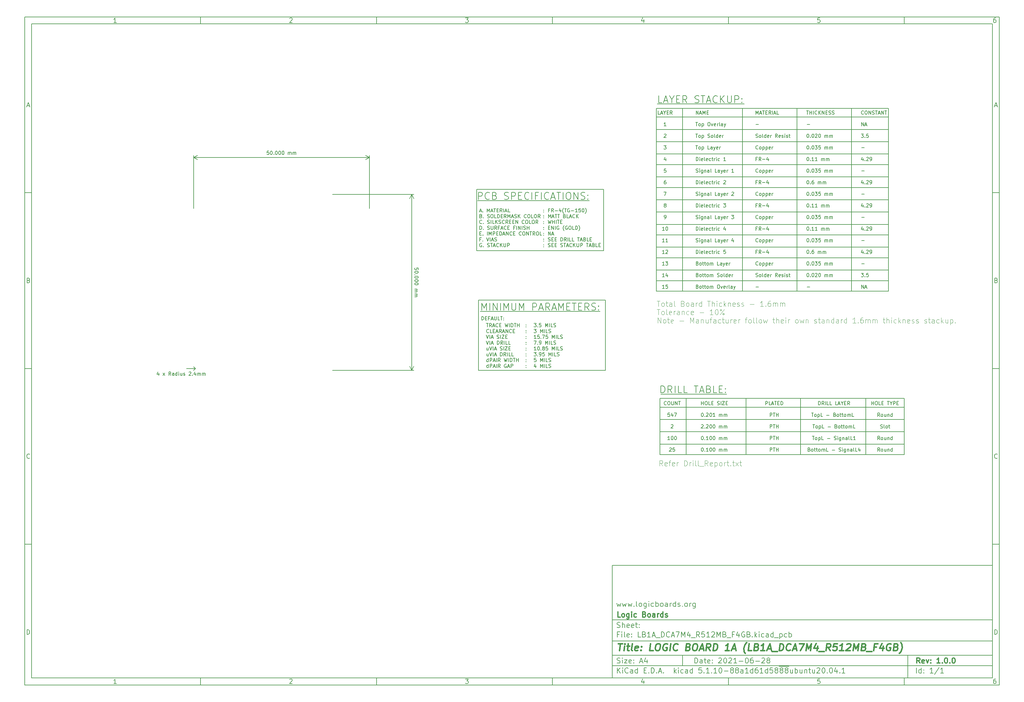
<source format=gbr>
%TF.GenerationSoftware,KiCad,Pcbnew,5.1.10-88a1d61d58~88~ubuntu20.04.1*%
%TF.CreationDate,2021-06-28T11:18:36+05:30*%
%TF.ProjectId,LB1A_DCA7M4_R512MB_F4GB,4c423141-5f44-4434-9137-4d345f523531,1.0.0*%
%TF.SameCoordinates,Original*%
%TF.FileFunction,OtherDrawing,Comment*%
%FSLAX46Y46*%
G04 Gerber Fmt 4.6, Leading zero omitted, Abs format (unit mm)*
G04 Created by KiCad (PCBNEW 5.1.10-88a1d61d58~88~ubuntu20.04.1) date 2021-06-28 11:18:36*
%MOMM*%
%LPD*%
G01*
G04 APERTURE LIST*
%ADD10C,0.100000*%
%ADD11C,0.150000*%
%ADD12C,0.300000*%
%ADD13C,0.400000*%
%ADD14C,0.200000*%
G04 APERTURE END LIST*
D10*
D11*
X177002200Y-166007200D02*
X177002200Y-198007200D01*
X285002200Y-198007200D01*
X285002200Y-166007200D01*
X177002200Y-166007200D01*
D10*
D11*
X10000000Y-10000000D02*
X10000000Y-200007200D01*
X287002200Y-200007200D01*
X287002200Y-10000000D01*
X10000000Y-10000000D01*
D10*
D11*
X12000000Y-12000000D02*
X12000000Y-198007200D01*
X285002200Y-198007200D01*
X285002200Y-12000000D01*
X12000000Y-12000000D01*
D10*
D11*
X60000000Y-12000000D02*
X60000000Y-10000000D01*
D10*
D11*
X110000000Y-12000000D02*
X110000000Y-10000000D01*
D10*
D11*
X160000000Y-12000000D02*
X160000000Y-10000000D01*
D10*
D11*
X210000000Y-12000000D02*
X210000000Y-10000000D01*
D10*
D11*
X260000000Y-12000000D02*
X260000000Y-10000000D01*
D10*
D11*
X36065476Y-11588095D02*
X35322619Y-11588095D01*
X35694047Y-11588095D02*
X35694047Y-10288095D01*
X35570238Y-10473809D01*
X35446428Y-10597619D01*
X35322619Y-10659523D01*
D10*
D11*
X85322619Y-10411904D02*
X85384523Y-10350000D01*
X85508333Y-10288095D01*
X85817857Y-10288095D01*
X85941666Y-10350000D01*
X86003571Y-10411904D01*
X86065476Y-10535714D01*
X86065476Y-10659523D01*
X86003571Y-10845238D01*
X85260714Y-11588095D01*
X86065476Y-11588095D01*
D10*
D11*
X135260714Y-10288095D02*
X136065476Y-10288095D01*
X135632142Y-10783333D01*
X135817857Y-10783333D01*
X135941666Y-10845238D01*
X136003571Y-10907142D01*
X136065476Y-11030952D01*
X136065476Y-11340476D01*
X136003571Y-11464285D01*
X135941666Y-11526190D01*
X135817857Y-11588095D01*
X135446428Y-11588095D01*
X135322619Y-11526190D01*
X135260714Y-11464285D01*
D10*
D11*
X185941666Y-10721428D02*
X185941666Y-11588095D01*
X185632142Y-10226190D02*
X185322619Y-11154761D01*
X186127380Y-11154761D01*
D10*
D11*
X236003571Y-10288095D02*
X235384523Y-10288095D01*
X235322619Y-10907142D01*
X235384523Y-10845238D01*
X235508333Y-10783333D01*
X235817857Y-10783333D01*
X235941666Y-10845238D01*
X236003571Y-10907142D01*
X236065476Y-11030952D01*
X236065476Y-11340476D01*
X236003571Y-11464285D01*
X235941666Y-11526190D01*
X235817857Y-11588095D01*
X235508333Y-11588095D01*
X235384523Y-11526190D01*
X235322619Y-11464285D01*
D10*
D11*
X285941666Y-10288095D02*
X285694047Y-10288095D01*
X285570238Y-10350000D01*
X285508333Y-10411904D01*
X285384523Y-10597619D01*
X285322619Y-10845238D01*
X285322619Y-11340476D01*
X285384523Y-11464285D01*
X285446428Y-11526190D01*
X285570238Y-11588095D01*
X285817857Y-11588095D01*
X285941666Y-11526190D01*
X286003571Y-11464285D01*
X286065476Y-11340476D01*
X286065476Y-11030952D01*
X286003571Y-10907142D01*
X285941666Y-10845238D01*
X285817857Y-10783333D01*
X285570238Y-10783333D01*
X285446428Y-10845238D01*
X285384523Y-10907142D01*
X285322619Y-11030952D01*
D10*
D11*
X60000000Y-198007200D02*
X60000000Y-200007200D01*
D10*
D11*
X110000000Y-198007200D02*
X110000000Y-200007200D01*
D10*
D11*
X160000000Y-198007200D02*
X160000000Y-200007200D01*
D10*
D11*
X210000000Y-198007200D02*
X210000000Y-200007200D01*
D10*
D11*
X260000000Y-198007200D02*
X260000000Y-200007200D01*
D10*
D11*
X36065476Y-199595295D02*
X35322619Y-199595295D01*
X35694047Y-199595295D02*
X35694047Y-198295295D01*
X35570238Y-198481009D01*
X35446428Y-198604819D01*
X35322619Y-198666723D01*
D10*
D11*
X85322619Y-198419104D02*
X85384523Y-198357200D01*
X85508333Y-198295295D01*
X85817857Y-198295295D01*
X85941666Y-198357200D01*
X86003571Y-198419104D01*
X86065476Y-198542914D01*
X86065476Y-198666723D01*
X86003571Y-198852438D01*
X85260714Y-199595295D01*
X86065476Y-199595295D01*
D10*
D11*
X135260714Y-198295295D02*
X136065476Y-198295295D01*
X135632142Y-198790533D01*
X135817857Y-198790533D01*
X135941666Y-198852438D01*
X136003571Y-198914342D01*
X136065476Y-199038152D01*
X136065476Y-199347676D01*
X136003571Y-199471485D01*
X135941666Y-199533390D01*
X135817857Y-199595295D01*
X135446428Y-199595295D01*
X135322619Y-199533390D01*
X135260714Y-199471485D01*
D10*
D11*
X185941666Y-198728628D02*
X185941666Y-199595295D01*
X185632142Y-198233390D02*
X185322619Y-199161961D01*
X186127380Y-199161961D01*
D10*
D11*
X236003571Y-198295295D02*
X235384523Y-198295295D01*
X235322619Y-198914342D01*
X235384523Y-198852438D01*
X235508333Y-198790533D01*
X235817857Y-198790533D01*
X235941666Y-198852438D01*
X236003571Y-198914342D01*
X236065476Y-199038152D01*
X236065476Y-199347676D01*
X236003571Y-199471485D01*
X235941666Y-199533390D01*
X235817857Y-199595295D01*
X235508333Y-199595295D01*
X235384523Y-199533390D01*
X235322619Y-199471485D01*
D10*
D11*
X285941666Y-198295295D02*
X285694047Y-198295295D01*
X285570238Y-198357200D01*
X285508333Y-198419104D01*
X285384523Y-198604819D01*
X285322619Y-198852438D01*
X285322619Y-199347676D01*
X285384523Y-199471485D01*
X285446428Y-199533390D01*
X285570238Y-199595295D01*
X285817857Y-199595295D01*
X285941666Y-199533390D01*
X286003571Y-199471485D01*
X286065476Y-199347676D01*
X286065476Y-199038152D01*
X286003571Y-198914342D01*
X285941666Y-198852438D01*
X285817857Y-198790533D01*
X285570238Y-198790533D01*
X285446428Y-198852438D01*
X285384523Y-198914342D01*
X285322619Y-199038152D01*
D10*
D11*
X10000000Y-60000000D02*
X12000000Y-60000000D01*
D10*
D11*
X10000000Y-110000000D02*
X12000000Y-110000000D01*
D10*
D11*
X10000000Y-160000000D02*
X12000000Y-160000000D01*
D10*
D11*
X10690476Y-35216666D02*
X11309523Y-35216666D01*
X10566666Y-35588095D02*
X11000000Y-34288095D01*
X11433333Y-35588095D01*
D10*
D11*
X11092857Y-84907142D02*
X11278571Y-84969047D01*
X11340476Y-85030952D01*
X11402380Y-85154761D01*
X11402380Y-85340476D01*
X11340476Y-85464285D01*
X11278571Y-85526190D01*
X11154761Y-85588095D01*
X10659523Y-85588095D01*
X10659523Y-84288095D01*
X11092857Y-84288095D01*
X11216666Y-84350000D01*
X11278571Y-84411904D01*
X11340476Y-84535714D01*
X11340476Y-84659523D01*
X11278571Y-84783333D01*
X11216666Y-84845238D01*
X11092857Y-84907142D01*
X10659523Y-84907142D01*
D10*
D11*
X11402380Y-135464285D02*
X11340476Y-135526190D01*
X11154761Y-135588095D01*
X11030952Y-135588095D01*
X10845238Y-135526190D01*
X10721428Y-135402380D01*
X10659523Y-135278571D01*
X10597619Y-135030952D01*
X10597619Y-134845238D01*
X10659523Y-134597619D01*
X10721428Y-134473809D01*
X10845238Y-134350000D01*
X11030952Y-134288095D01*
X11154761Y-134288095D01*
X11340476Y-134350000D01*
X11402380Y-134411904D01*
D10*
D11*
X10659523Y-185588095D02*
X10659523Y-184288095D01*
X10969047Y-184288095D01*
X11154761Y-184350000D01*
X11278571Y-184473809D01*
X11340476Y-184597619D01*
X11402380Y-184845238D01*
X11402380Y-185030952D01*
X11340476Y-185278571D01*
X11278571Y-185402380D01*
X11154761Y-185526190D01*
X10969047Y-185588095D01*
X10659523Y-185588095D01*
D10*
D11*
X287002200Y-60000000D02*
X285002200Y-60000000D01*
D10*
D11*
X287002200Y-110000000D02*
X285002200Y-110000000D01*
D10*
D11*
X287002200Y-160000000D02*
X285002200Y-160000000D01*
D10*
D11*
X285692676Y-35216666D02*
X286311723Y-35216666D01*
X285568866Y-35588095D02*
X286002200Y-34288095D01*
X286435533Y-35588095D01*
D10*
D11*
X286095057Y-84907142D02*
X286280771Y-84969047D01*
X286342676Y-85030952D01*
X286404580Y-85154761D01*
X286404580Y-85340476D01*
X286342676Y-85464285D01*
X286280771Y-85526190D01*
X286156961Y-85588095D01*
X285661723Y-85588095D01*
X285661723Y-84288095D01*
X286095057Y-84288095D01*
X286218866Y-84350000D01*
X286280771Y-84411904D01*
X286342676Y-84535714D01*
X286342676Y-84659523D01*
X286280771Y-84783333D01*
X286218866Y-84845238D01*
X286095057Y-84907142D01*
X285661723Y-84907142D01*
D10*
D11*
X286404580Y-135464285D02*
X286342676Y-135526190D01*
X286156961Y-135588095D01*
X286033152Y-135588095D01*
X285847438Y-135526190D01*
X285723628Y-135402380D01*
X285661723Y-135278571D01*
X285599819Y-135030952D01*
X285599819Y-134845238D01*
X285661723Y-134597619D01*
X285723628Y-134473809D01*
X285847438Y-134350000D01*
X286033152Y-134288095D01*
X286156961Y-134288095D01*
X286342676Y-134350000D01*
X286404580Y-134411904D01*
D10*
D11*
X285661723Y-185588095D02*
X285661723Y-184288095D01*
X285971247Y-184288095D01*
X286156961Y-184350000D01*
X286280771Y-184473809D01*
X286342676Y-184597619D01*
X286404580Y-184845238D01*
X286404580Y-185030952D01*
X286342676Y-185278571D01*
X286280771Y-185402380D01*
X286156961Y-185526190D01*
X285971247Y-185588095D01*
X285661723Y-185588095D01*
D10*
D11*
X200434342Y-193785771D02*
X200434342Y-192285771D01*
X200791485Y-192285771D01*
X201005771Y-192357200D01*
X201148628Y-192500057D01*
X201220057Y-192642914D01*
X201291485Y-192928628D01*
X201291485Y-193142914D01*
X201220057Y-193428628D01*
X201148628Y-193571485D01*
X201005771Y-193714342D01*
X200791485Y-193785771D01*
X200434342Y-193785771D01*
X202577200Y-193785771D02*
X202577200Y-193000057D01*
X202505771Y-192857200D01*
X202362914Y-192785771D01*
X202077200Y-192785771D01*
X201934342Y-192857200D01*
X202577200Y-193714342D02*
X202434342Y-193785771D01*
X202077200Y-193785771D01*
X201934342Y-193714342D01*
X201862914Y-193571485D01*
X201862914Y-193428628D01*
X201934342Y-193285771D01*
X202077200Y-193214342D01*
X202434342Y-193214342D01*
X202577200Y-193142914D01*
X203077200Y-192785771D02*
X203648628Y-192785771D01*
X203291485Y-192285771D02*
X203291485Y-193571485D01*
X203362914Y-193714342D01*
X203505771Y-193785771D01*
X203648628Y-193785771D01*
X204720057Y-193714342D02*
X204577200Y-193785771D01*
X204291485Y-193785771D01*
X204148628Y-193714342D01*
X204077200Y-193571485D01*
X204077200Y-193000057D01*
X204148628Y-192857200D01*
X204291485Y-192785771D01*
X204577200Y-192785771D01*
X204720057Y-192857200D01*
X204791485Y-193000057D01*
X204791485Y-193142914D01*
X204077200Y-193285771D01*
X205434342Y-193642914D02*
X205505771Y-193714342D01*
X205434342Y-193785771D01*
X205362914Y-193714342D01*
X205434342Y-193642914D01*
X205434342Y-193785771D01*
X205434342Y-192857200D02*
X205505771Y-192928628D01*
X205434342Y-193000057D01*
X205362914Y-192928628D01*
X205434342Y-192857200D01*
X205434342Y-193000057D01*
X207220057Y-192428628D02*
X207291485Y-192357200D01*
X207434342Y-192285771D01*
X207791485Y-192285771D01*
X207934342Y-192357200D01*
X208005771Y-192428628D01*
X208077200Y-192571485D01*
X208077200Y-192714342D01*
X208005771Y-192928628D01*
X207148628Y-193785771D01*
X208077200Y-193785771D01*
X209005771Y-192285771D02*
X209148628Y-192285771D01*
X209291485Y-192357200D01*
X209362914Y-192428628D01*
X209434342Y-192571485D01*
X209505771Y-192857200D01*
X209505771Y-193214342D01*
X209434342Y-193500057D01*
X209362914Y-193642914D01*
X209291485Y-193714342D01*
X209148628Y-193785771D01*
X209005771Y-193785771D01*
X208862914Y-193714342D01*
X208791485Y-193642914D01*
X208720057Y-193500057D01*
X208648628Y-193214342D01*
X208648628Y-192857200D01*
X208720057Y-192571485D01*
X208791485Y-192428628D01*
X208862914Y-192357200D01*
X209005771Y-192285771D01*
X210077200Y-192428628D02*
X210148628Y-192357200D01*
X210291485Y-192285771D01*
X210648628Y-192285771D01*
X210791485Y-192357200D01*
X210862914Y-192428628D01*
X210934342Y-192571485D01*
X210934342Y-192714342D01*
X210862914Y-192928628D01*
X210005771Y-193785771D01*
X210934342Y-193785771D01*
X212362914Y-193785771D02*
X211505771Y-193785771D01*
X211934342Y-193785771D02*
X211934342Y-192285771D01*
X211791485Y-192500057D01*
X211648628Y-192642914D01*
X211505771Y-192714342D01*
X213005771Y-193214342D02*
X214148628Y-193214342D01*
X215148628Y-192285771D02*
X215291485Y-192285771D01*
X215434342Y-192357200D01*
X215505771Y-192428628D01*
X215577200Y-192571485D01*
X215648628Y-192857200D01*
X215648628Y-193214342D01*
X215577200Y-193500057D01*
X215505771Y-193642914D01*
X215434342Y-193714342D01*
X215291485Y-193785771D01*
X215148628Y-193785771D01*
X215005771Y-193714342D01*
X214934342Y-193642914D01*
X214862914Y-193500057D01*
X214791485Y-193214342D01*
X214791485Y-192857200D01*
X214862914Y-192571485D01*
X214934342Y-192428628D01*
X215005771Y-192357200D01*
X215148628Y-192285771D01*
X216934342Y-192285771D02*
X216648628Y-192285771D01*
X216505771Y-192357200D01*
X216434342Y-192428628D01*
X216291485Y-192642914D01*
X216220057Y-192928628D01*
X216220057Y-193500057D01*
X216291485Y-193642914D01*
X216362914Y-193714342D01*
X216505771Y-193785771D01*
X216791485Y-193785771D01*
X216934342Y-193714342D01*
X217005771Y-193642914D01*
X217077200Y-193500057D01*
X217077200Y-193142914D01*
X217005771Y-193000057D01*
X216934342Y-192928628D01*
X216791485Y-192857200D01*
X216505771Y-192857200D01*
X216362914Y-192928628D01*
X216291485Y-193000057D01*
X216220057Y-193142914D01*
X217720057Y-193214342D02*
X218862914Y-193214342D01*
X219505771Y-192428628D02*
X219577200Y-192357200D01*
X219720057Y-192285771D01*
X220077200Y-192285771D01*
X220220057Y-192357200D01*
X220291485Y-192428628D01*
X220362914Y-192571485D01*
X220362914Y-192714342D01*
X220291485Y-192928628D01*
X219434342Y-193785771D01*
X220362914Y-193785771D01*
X221220057Y-192928628D02*
X221077200Y-192857200D01*
X221005771Y-192785771D01*
X220934342Y-192642914D01*
X220934342Y-192571485D01*
X221005771Y-192428628D01*
X221077200Y-192357200D01*
X221220057Y-192285771D01*
X221505771Y-192285771D01*
X221648628Y-192357200D01*
X221720057Y-192428628D01*
X221791485Y-192571485D01*
X221791485Y-192642914D01*
X221720057Y-192785771D01*
X221648628Y-192857200D01*
X221505771Y-192928628D01*
X221220057Y-192928628D01*
X221077200Y-193000057D01*
X221005771Y-193071485D01*
X220934342Y-193214342D01*
X220934342Y-193500057D01*
X221005771Y-193642914D01*
X221077200Y-193714342D01*
X221220057Y-193785771D01*
X221505771Y-193785771D01*
X221648628Y-193714342D01*
X221720057Y-193642914D01*
X221791485Y-193500057D01*
X221791485Y-193214342D01*
X221720057Y-193071485D01*
X221648628Y-193000057D01*
X221505771Y-192928628D01*
D10*
D11*
X177002200Y-194507200D02*
X285002200Y-194507200D01*
D10*
D11*
X178434342Y-196585771D02*
X178434342Y-195085771D01*
X179291485Y-196585771D02*
X178648628Y-195728628D01*
X179291485Y-195085771D02*
X178434342Y-195942914D01*
X179934342Y-196585771D02*
X179934342Y-195585771D01*
X179934342Y-195085771D02*
X179862914Y-195157200D01*
X179934342Y-195228628D01*
X180005771Y-195157200D01*
X179934342Y-195085771D01*
X179934342Y-195228628D01*
X181505771Y-196442914D02*
X181434342Y-196514342D01*
X181220057Y-196585771D01*
X181077200Y-196585771D01*
X180862914Y-196514342D01*
X180720057Y-196371485D01*
X180648628Y-196228628D01*
X180577200Y-195942914D01*
X180577200Y-195728628D01*
X180648628Y-195442914D01*
X180720057Y-195300057D01*
X180862914Y-195157200D01*
X181077200Y-195085771D01*
X181220057Y-195085771D01*
X181434342Y-195157200D01*
X181505771Y-195228628D01*
X182791485Y-196585771D02*
X182791485Y-195800057D01*
X182720057Y-195657200D01*
X182577200Y-195585771D01*
X182291485Y-195585771D01*
X182148628Y-195657200D01*
X182791485Y-196514342D02*
X182648628Y-196585771D01*
X182291485Y-196585771D01*
X182148628Y-196514342D01*
X182077200Y-196371485D01*
X182077200Y-196228628D01*
X182148628Y-196085771D01*
X182291485Y-196014342D01*
X182648628Y-196014342D01*
X182791485Y-195942914D01*
X184148628Y-196585771D02*
X184148628Y-195085771D01*
X184148628Y-196514342D02*
X184005771Y-196585771D01*
X183720057Y-196585771D01*
X183577200Y-196514342D01*
X183505771Y-196442914D01*
X183434342Y-196300057D01*
X183434342Y-195871485D01*
X183505771Y-195728628D01*
X183577200Y-195657200D01*
X183720057Y-195585771D01*
X184005771Y-195585771D01*
X184148628Y-195657200D01*
X186005771Y-195800057D02*
X186505771Y-195800057D01*
X186720057Y-196585771D02*
X186005771Y-196585771D01*
X186005771Y-195085771D01*
X186720057Y-195085771D01*
X187362914Y-196442914D02*
X187434342Y-196514342D01*
X187362914Y-196585771D01*
X187291485Y-196514342D01*
X187362914Y-196442914D01*
X187362914Y-196585771D01*
X188077200Y-196585771D02*
X188077200Y-195085771D01*
X188434342Y-195085771D01*
X188648628Y-195157200D01*
X188791485Y-195300057D01*
X188862914Y-195442914D01*
X188934342Y-195728628D01*
X188934342Y-195942914D01*
X188862914Y-196228628D01*
X188791485Y-196371485D01*
X188648628Y-196514342D01*
X188434342Y-196585771D01*
X188077200Y-196585771D01*
X189577200Y-196442914D02*
X189648628Y-196514342D01*
X189577200Y-196585771D01*
X189505771Y-196514342D01*
X189577200Y-196442914D01*
X189577200Y-196585771D01*
X190220057Y-196157200D02*
X190934342Y-196157200D01*
X190077200Y-196585771D02*
X190577200Y-195085771D01*
X191077200Y-196585771D01*
X191577200Y-196442914D02*
X191648628Y-196514342D01*
X191577200Y-196585771D01*
X191505771Y-196514342D01*
X191577200Y-196442914D01*
X191577200Y-196585771D01*
X194577200Y-196585771D02*
X194577200Y-195085771D01*
X194720057Y-196014342D02*
X195148628Y-196585771D01*
X195148628Y-195585771D02*
X194577200Y-196157200D01*
X195791485Y-196585771D02*
X195791485Y-195585771D01*
X195791485Y-195085771D02*
X195720057Y-195157200D01*
X195791485Y-195228628D01*
X195862914Y-195157200D01*
X195791485Y-195085771D01*
X195791485Y-195228628D01*
X197148628Y-196514342D02*
X197005771Y-196585771D01*
X196720057Y-196585771D01*
X196577200Y-196514342D01*
X196505771Y-196442914D01*
X196434342Y-196300057D01*
X196434342Y-195871485D01*
X196505771Y-195728628D01*
X196577200Y-195657200D01*
X196720057Y-195585771D01*
X197005771Y-195585771D01*
X197148628Y-195657200D01*
X198434342Y-196585771D02*
X198434342Y-195800057D01*
X198362914Y-195657200D01*
X198220057Y-195585771D01*
X197934342Y-195585771D01*
X197791485Y-195657200D01*
X198434342Y-196514342D02*
X198291485Y-196585771D01*
X197934342Y-196585771D01*
X197791485Y-196514342D01*
X197720057Y-196371485D01*
X197720057Y-196228628D01*
X197791485Y-196085771D01*
X197934342Y-196014342D01*
X198291485Y-196014342D01*
X198434342Y-195942914D01*
X199791485Y-196585771D02*
X199791485Y-195085771D01*
X199791485Y-196514342D02*
X199648628Y-196585771D01*
X199362914Y-196585771D01*
X199220057Y-196514342D01*
X199148628Y-196442914D01*
X199077200Y-196300057D01*
X199077200Y-195871485D01*
X199148628Y-195728628D01*
X199220057Y-195657200D01*
X199362914Y-195585771D01*
X199648628Y-195585771D01*
X199791485Y-195657200D01*
X202362914Y-195085771D02*
X201648628Y-195085771D01*
X201577200Y-195800057D01*
X201648628Y-195728628D01*
X201791485Y-195657200D01*
X202148628Y-195657200D01*
X202291485Y-195728628D01*
X202362914Y-195800057D01*
X202434342Y-195942914D01*
X202434342Y-196300057D01*
X202362914Y-196442914D01*
X202291485Y-196514342D01*
X202148628Y-196585771D01*
X201791485Y-196585771D01*
X201648628Y-196514342D01*
X201577200Y-196442914D01*
X203077200Y-196442914D02*
X203148628Y-196514342D01*
X203077200Y-196585771D01*
X203005771Y-196514342D01*
X203077200Y-196442914D01*
X203077200Y-196585771D01*
X204577200Y-196585771D02*
X203720057Y-196585771D01*
X204148628Y-196585771D02*
X204148628Y-195085771D01*
X204005771Y-195300057D01*
X203862914Y-195442914D01*
X203720057Y-195514342D01*
X205220057Y-196442914D02*
X205291485Y-196514342D01*
X205220057Y-196585771D01*
X205148628Y-196514342D01*
X205220057Y-196442914D01*
X205220057Y-196585771D01*
X206720057Y-196585771D02*
X205862914Y-196585771D01*
X206291485Y-196585771D02*
X206291485Y-195085771D01*
X206148628Y-195300057D01*
X206005771Y-195442914D01*
X205862914Y-195514342D01*
X207648628Y-195085771D02*
X207791485Y-195085771D01*
X207934342Y-195157200D01*
X208005771Y-195228628D01*
X208077200Y-195371485D01*
X208148628Y-195657200D01*
X208148628Y-196014342D01*
X208077200Y-196300057D01*
X208005771Y-196442914D01*
X207934342Y-196514342D01*
X207791485Y-196585771D01*
X207648628Y-196585771D01*
X207505771Y-196514342D01*
X207434342Y-196442914D01*
X207362914Y-196300057D01*
X207291485Y-196014342D01*
X207291485Y-195657200D01*
X207362914Y-195371485D01*
X207434342Y-195228628D01*
X207505771Y-195157200D01*
X207648628Y-195085771D01*
X208791485Y-196014342D02*
X209934342Y-196014342D01*
X210862914Y-195728628D02*
X210720057Y-195657200D01*
X210648628Y-195585771D01*
X210577200Y-195442914D01*
X210577200Y-195371485D01*
X210648628Y-195228628D01*
X210720057Y-195157200D01*
X210862914Y-195085771D01*
X211148628Y-195085771D01*
X211291485Y-195157200D01*
X211362914Y-195228628D01*
X211434342Y-195371485D01*
X211434342Y-195442914D01*
X211362914Y-195585771D01*
X211291485Y-195657200D01*
X211148628Y-195728628D01*
X210862914Y-195728628D01*
X210720057Y-195800057D01*
X210648628Y-195871485D01*
X210577200Y-196014342D01*
X210577200Y-196300057D01*
X210648628Y-196442914D01*
X210720057Y-196514342D01*
X210862914Y-196585771D01*
X211148628Y-196585771D01*
X211291485Y-196514342D01*
X211362914Y-196442914D01*
X211434342Y-196300057D01*
X211434342Y-196014342D01*
X211362914Y-195871485D01*
X211291485Y-195800057D01*
X211148628Y-195728628D01*
X212291485Y-195728628D02*
X212148628Y-195657200D01*
X212077200Y-195585771D01*
X212005771Y-195442914D01*
X212005771Y-195371485D01*
X212077200Y-195228628D01*
X212148628Y-195157200D01*
X212291485Y-195085771D01*
X212577200Y-195085771D01*
X212720057Y-195157200D01*
X212791485Y-195228628D01*
X212862914Y-195371485D01*
X212862914Y-195442914D01*
X212791485Y-195585771D01*
X212720057Y-195657200D01*
X212577200Y-195728628D01*
X212291485Y-195728628D01*
X212148628Y-195800057D01*
X212077200Y-195871485D01*
X212005771Y-196014342D01*
X212005771Y-196300057D01*
X212077200Y-196442914D01*
X212148628Y-196514342D01*
X212291485Y-196585771D01*
X212577200Y-196585771D01*
X212720057Y-196514342D01*
X212791485Y-196442914D01*
X212862914Y-196300057D01*
X212862914Y-196014342D01*
X212791485Y-195871485D01*
X212720057Y-195800057D01*
X212577200Y-195728628D01*
X214148628Y-196585771D02*
X214148628Y-195800057D01*
X214077200Y-195657200D01*
X213934342Y-195585771D01*
X213648628Y-195585771D01*
X213505771Y-195657200D01*
X214148628Y-196514342D02*
X214005771Y-196585771D01*
X213648628Y-196585771D01*
X213505771Y-196514342D01*
X213434342Y-196371485D01*
X213434342Y-196228628D01*
X213505771Y-196085771D01*
X213648628Y-196014342D01*
X214005771Y-196014342D01*
X214148628Y-195942914D01*
X215648628Y-196585771D02*
X214791485Y-196585771D01*
X215220057Y-196585771D02*
X215220057Y-195085771D01*
X215077200Y-195300057D01*
X214934342Y-195442914D01*
X214791485Y-195514342D01*
X216934342Y-196585771D02*
X216934342Y-195085771D01*
X216934342Y-196514342D02*
X216791485Y-196585771D01*
X216505771Y-196585771D01*
X216362914Y-196514342D01*
X216291485Y-196442914D01*
X216220057Y-196300057D01*
X216220057Y-195871485D01*
X216291485Y-195728628D01*
X216362914Y-195657200D01*
X216505771Y-195585771D01*
X216791485Y-195585771D01*
X216934342Y-195657200D01*
X218291485Y-195085771D02*
X218005771Y-195085771D01*
X217862914Y-195157200D01*
X217791485Y-195228628D01*
X217648628Y-195442914D01*
X217577200Y-195728628D01*
X217577200Y-196300057D01*
X217648628Y-196442914D01*
X217720057Y-196514342D01*
X217862914Y-196585771D01*
X218148628Y-196585771D01*
X218291485Y-196514342D01*
X218362914Y-196442914D01*
X218434342Y-196300057D01*
X218434342Y-195942914D01*
X218362914Y-195800057D01*
X218291485Y-195728628D01*
X218148628Y-195657200D01*
X217862914Y-195657200D01*
X217720057Y-195728628D01*
X217648628Y-195800057D01*
X217577200Y-195942914D01*
X219862914Y-196585771D02*
X219005771Y-196585771D01*
X219434342Y-196585771D02*
X219434342Y-195085771D01*
X219291485Y-195300057D01*
X219148628Y-195442914D01*
X219005771Y-195514342D01*
X221148628Y-196585771D02*
X221148628Y-195085771D01*
X221148628Y-196514342D02*
X221005771Y-196585771D01*
X220720057Y-196585771D01*
X220577200Y-196514342D01*
X220505771Y-196442914D01*
X220434342Y-196300057D01*
X220434342Y-195871485D01*
X220505771Y-195728628D01*
X220577200Y-195657200D01*
X220720057Y-195585771D01*
X221005771Y-195585771D01*
X221148628Y-195657200D01*
X222577200Y-195085771D02*
X221862914Y-195085771D01*
X221791485Y-195800057D01*
X221862914Y-195728628D01*
X222005771Y-195657200D01*
X222362914Y-195657200D01*
X222505771Y-195728628D01*
X222577200Y-195800057D01*
X222648628Y-195942914D01*
X222648628Y-196300057D01*
X222577200Y-196442914D01*
X222505771Y-196514342D01*
X222362914Y-196585771D01*
X222005771Y-196585771D01*
X221862914Y-196514342D01*
X221791485Y-196442914D01*
X223505771Y-195728628D02*
X223362914Y-195657200D01*
X223291485Y-195585771D01*
X223220057Y-195442914D01*
X223220057Y-195371485D01*
X223291485Y-195228628D01*
X223362914Y-195157200D01*
X223505771Y-195085771D01*
X223791485Y-195085771D01*
X223934342Y-195157200D01*
X224005771Y-195228628D01*
X224077200Y-195371485D01*
X224077200Y-195442914D01*
X224005771Y-195585771D01*
X223934342Y-195657200D01*
X223791485Y-195728628D01*
X223505771Y-195728628D01*
X223362914Y-195800057D01*
X223291485Y-195871485D01*
X223220057Y-196014342D01*
X223220057Y-196300057D01*
X223291485Y-196442914D01*
X223362914Y-196514342D01*
X223505771Y-196585771D01*
X223791485Y-196585771D01*
X223934342Y-196514342D01*
X224005771Y-196442914D01*
X224077200Y-196300057D01*
X224077200Y-196014342D01*
X224005771Y-195871485D01*
X223934342Y-195800057D01*
X223791485Y-195728628D01*
X224362914Y-194677200D02*
X225791485Y-194677200D01*
X224934342Y-195728628D02*
X224791485Y-195657200D01*
X224720057Y-195585771D01*
X224648628Y-195442914D01*
X224648628Y-195371485D01*
X224720057Y-195228628D01*
X224791485Y-195157200D01*
X224934342Y-195085771D01*
X225220057Y-195085771D01*
X225362914Y-195157200D01*
X225434342Y-195228628D01*
X225505771Y-195371485D01*
X225505771Y-195442914D01*
X225434342Y-195585771D01*
X225362914Y-195657200D01*
X225220057Y-195728628D01*
X224934342Y-195728628D01*
X224791485Y-195800057D01*
X224720057Y-195871485D01*
X224648628Y-196014342D01*
X224648628Y-196300057D01*
X224720057Y-196442914D01*
X224791485Y-196514342D01*
X224934342Y-196585771D01*
X225220057Y-196585771D01*
X225362914Y-196514342D01*
X225434342Y-196442914D01*
X225505771Y-196300057D01*
X225505771Y-196014342D01*
X225434342Y-195871485D01*
X225362914Y-195800057D01*
X225220057Y-195728628D01*
X225791485Y-194677200D02*
X227220057Y-194677200D01*
X226362914Y-195728628D02*
X226220057Y-195657200D01*
X226148628Y-195585771D01*
X226077199Y-195442914D01*
X226077199Y-195371485D01*
X226148628Y-195228628D01*
X226220057Y-195157200D01*
X226362914Y-195085771D01*
X226648628Y-195085771D01*
X226791485Y-195157200D01*
X226862914Y-195228628D01*
X226934342Y-195371485D01*
X226934342Y-195442914D01*
X226862914Y-195585771D01*
X226791485Y-195657200D01*
X226648628Y-195728628D01*
X226362914Y-195728628D01*
X226220057Y-195800057D01*
X226148628Y-195871485D01*
X226077199Y-196014342D01*
X226077199Y-196300057D01*
X226148628Y-196442914D01*
X226220057Y-196514342D01*
X226362914Y-196585771D01*
X226648628Y-196585771D01*
X226791485Y-196514342D01*
X226862914Y-196442914D01*
X226934342Y-196300057D01*
X226934342Y-196014342D01*
X226862914Y-195871485D01*
X226791485Y-195800057D01*
X226648628Y-195728628D01*
X228220057Y-195585771D02*
X228220057Y-196585771D01*
X227577199Y-195585771D02*
X227577199Y-196371485D01*
X227648628Y-196514342D01*
X227791485Y-196585771D01*
X228005771Y-196585771D01*
X228148628Y-196514342D01*
X228220057Y-196442914D01*
X228934342Y-196585771D02*
X228934342Y-195085771D01*
X228934342Y-195657200D02*
X229077199Y-195585771D01*
X229362914Y-195585771D01*
X229505771Y-195657200D01*
X229577199Y-195728628D01*
X229648628Y-195871485D01*
X229648628Y-196300057D01*
X229577199Y-196442914D01*
X229505771Y-196514342D01*
X229362914Y-196585771D01*
X229077199Y-196585771D01*
X228934342Y-196514342D01*
X230934342Y-195585771D02*
X230934342Y-196585771D01*
X230291485Y-195585771D02*
X230291485Y-196371485D01*
X230362914Y-196514342D01*
X230505771Y-196585771D01*
X230720057Y-196585771D01*
X230862914Y-196514342D01*
X230934342Y-196442914D01*
X231648628Y-195585771D02*
X231648628Y-196585771D01*
X231648628Y-195728628D02*
X231720057Y-195657200D01*
X231862914Y-195585771D01*
X232077199Y-195585771D01*
X232220057Y-195657200D01*
X232291485Y-195800057D01*
X232291485Y-196585771D01*
X232791485Y-195585771D02*
X233362914Y-195585771D01*
X233005771Y-195085771D02*
X233005771Y-196371485D01*
X233077199Y-196514342D01*
X233220057Y-196585771D01*
X233362914Y-196585771D01*
X234505771Y-195585771D02*
X234505771Y-196585771D01*
X233862914Y-195585771D02*
X233862914Y-196371485D01*
X233934342Y-196514342D01*
X234077200Y-196585771D01*
X234291485Y-196585771D01*
X234434342Y-196514342D01*
X234505771Y-196442914D01*
X235148628Y-195228628D02*
X235220057Y-195157200D01*
X235362914Y-195085771D01*
X235720057Y-195085771D01*
X235862914Y-195157200D01*
X235934342Y-195228628D01*
X236005771Y-195371485D01*
X236005771Y-195514342D01*
X235934342Y-195728628D01*
X235077200Y-196585771D01*
X236005771Y-196585771D01*
X236934342Y-195085771D02*
X237077199Y-195085771D01*
X237220057Y-195157200D01*
X237291485Y-195228628D01*
X237362914Y-195371485D01*
X237434342Y-195657200D01*
X237434342Y-196014342D01*
X237362914Y-196300057D01*
X237291485Y-196442914D01*
X237220057Y-196514342D01*
X237077199Y-196585771D01*
X236934342Y-196585771D01*
X236791485Y-196514342D01*
X236720057Y-196442914D01*
X236648628Y-196300057D01*
X236577199Y-196014342D01*
X236577199Y-195657200D01*
X236648628Y-195371485D01*
X236720057Y-195228628D01*
X236791485Y-195157200D01*
X236934342Y-195085771D01*
X238077199Y-196442914D02*
X238148628Y-196514342D01*
X238077199Y-196585771D01*
X238005771Y-196514342D01*
X238077199Y-196442914D01*
X238077199Y-196585771D01*
X239077199Y-195085771D02*
X239220057Y-195085771D01*
X239362914Y-195157200D01*
X239434342Y-195228628D01*
X239505771Y-195371485D01*
X239577199Y-195657200D01*
X239577199Y-196014342D01*
X239505771Y-196300057D01*
X239434342Y-196442914D01*
X239362914Y-196514342D01*
X239220057Y-196585771D01*
X239077199Y-196585771D01*
X238934342Y-196514342D01*
X238862914Y-196442914D01*
X238791485Y-196300057D01*
X238720057Y-196014342D01*
X238720057Y-195657200D01*
X238791485Y-195371485D01*
X238862914Y-195228628D01*
X238934342Y-195157200D01*
X239077199Y-195085771D01*
X240862914Y-195585771D02*
X240862914Y-196585771D01*
X240505771Y-195014342D02*
X240148628Y-196085771D01*
X241077199Y-196085771D01*
X241648628Y-196442914D02*
X241720057Y-196514342D01*
X241648628Y-196585771D01*
X241577199Y-196514342D01*
X241648628Y-196442914D01*
X241648628Y-196585771D01*
X243148628Y-196585771D02*
X242291485Y-196585771D01*
X242720057Y-196585771D02*
X242720057Y-195085771D01*
X242577199Y-195300057D01*
X242434342Y-195442914D01*
X242291485Y-195514342D01*
D10*
D11*
X177002200Y-191507200D02*
X285002200Y-191507200D01*
D10*
D12*
X264411485Y-193785771D02*
X263911485Y-193071485D01*
X263554342Y-193785771D02*
X263554342Y-192285771D01*
X264125771Y-192285771D01*
X264268628Y-192357200D01*
X264340057Y-192428628D01*
X264411485Y-192571485D01*
X264411485Y-192785771D01*
X264340057Y-192928628D01*
X264268628Y-193000057D01*
X264125771Y-193071485D01*
X263554342Y-193071485D01*
X265625771Y-193714342D02*
X265482914Y-193785771D01*
X265197200Y-193785771D01*
X265054342Y-193714342D01*
X264982914Y-193571485D01*
X264982914Y-193000057D01*
X265054342Y-192857200D01*
X265197200Y-192785771D01*
X265482914Y-192785771D01*
X265625771Y-192857200D01*
X265697200Y-193000057D01*
X265697200Y-193142914D01*
X264982914Y-193285771D01*
X266197200Y-192785771D02*
X266554342Y-193785771D01*
X266911485Y-192785771D01*
X267482914Y-193642914D02*
X267554342Y-193714342D01*
X267482914Y-193785771D01*
X267411485Y-193714342D01*
X267482914Y-193642914D01*
X267482914Y-193785771D01*
X267482914Y-192857200D02*
X267554342Y-192928628D01*
X267482914Y-193000057D01*
X267411485Y-192928628D01*
X267482914Y-192857200D01*
X267482914Y-193000057D01*
X270125771Y-193785771D02*
X269268628Y-193785771D01*
X269697200Y-193785771D02*
X269697200Y-192285771D01*
X269554342Y-192500057D01*
X269411485Y-192642914D01*
X269268628Y-192714342D01*
X270768628Y-193642914D02*
X270840057Y-193714342D01*
X270768628Y-193785771D01*
X270697200Y-193714342D01*
X270768628Y-193642914D01*
X270768628Y-193785771D01*
X271768628Y-192285771D02*
X271911485Y-192285771D01*
X272054342Y-192357200D01*
X272125771Y-192428628D01*
X272197200Y-192571485D01*
X272268628Y-192857200D01*
X272268628Y-193214342D01*
X272197200Y-193500057D01*
X272125771Y-193642914D01*
X272054342Y-193714342D01*
X271911485Y-193785771D01*
X271768628Y-193785771D01*
X271625771Y-193714342D01*
X271554342Y-193642914D01*
X271482914Y-193500057D01*
X271411485Y-193214342D01*
X271411485Y-192857200D01*
X271482914Y-192571485D01*
X271554342Y-192428628D01*
X271625771Y-192357200D01*
X271768628Y-192285771D01*
X272911485Y-193642914D02*
X272982914Y-193714342D01*
X272911485Y-193785771D01*
X272840057Y-193714342D01*
X272911485Y-193642914D01*
X272911485Y-193785771D01*
X273911485Y-192285771D02*
X274054342Y-192285771D01*
X274197200Y-192357200D01*
X274268628Y-192428628D01*
X274340057Y-192571485D01*
X274411485Y-192857200D01*
X274411485Y-193214342D01*
X274340057Y-193500057D01*
X274268628Y-193642914D01*
X274197200Y-193714342D01*
X274054342Y-193785771D01*
X273911485Y-193785771D01*
X273768628Y-193714342D01*
X273697200Y-193642914D01*
X273625771Y-193500057D01*
X273554342Y-193214342D01*
X273554342Y-192857200D01*
X273625771Y-192571485D01*
X273697200Y-192428628D01*
X273768628Y-192357200D01*
X273911485Y-192285771D01*
D10*
D11*
X178362914Y-193714342D02*
X178577200Y-193785771D01*
X178934342Y-193785771D01*
X179077200Y-193714342D01*
X179148628Y-193642914D01*
X179220057Y-193500057D01*
X179220057Y-193357200D01*
X179148628Y-193214342D01*
X179077200Y-193142914D01*
X178934342Y-193071485D01*
X178648628Y-193000057D01*
X178505771Y-192928628D01*
X178434342Y-192857200D01*
X178362914Y-192714342D01*
X178362914Y-192571485D01*
X178434342Y-192428628D01*
X178505771Y-192357200D01*
X178648628Y-192285771D01*
X179005771Y-192285771D01*
X179220057Y-192357200D01*
X179862914Y-193785771D02*
X179862914Y-192785771D01*
X179862914Y-192285771D02*
X179791485Y-192357200D01*
X179862914Y-192428628D01*
X179934342Y-192357200D01*
X179862914Y-192285771D01*
X179862914Y-192428628D01*
X180434342Y-192785771D02*
X181220057Y-192785771D01*
X180434342Y-193785771D01*
X181220057Y-193785771D01*
X182362914Y-193714342D02*
X182220057Y-193785771D01*
X181934342Y-193785771D01*
X181791485Y-193714342D01*
X181720057Y-193571485D01*
X181720057Y-193000057D01*
X181791485Y-192857200D01*
X181934342Y-192785771D01*
X182220057Y-192785771D01*
X182362914Y-192857200D01*
X182434342Y-193000057D01*
X182434342Y-193142914D01*
X181720057Y-193285771D01*
X183077200Y-193642914D02*
X183148628Y-193714342D01*
X183077200Y-193785771D01*
X183005771Y-193714342D01*
X183077200Y-193642914D01*
X183077200Y-193785771D01*
X183077200Y-192857200D02*
X183148628Y-192928628D01*
X183077200Y-193000057D01*
X183005771Y-192928628D01*
X183077200Y-192857200D01*
X183077200Y-193000057D01*
X184862914Y-193357200D02*
X185577200Y-193357200D01*
X184720057Y-193785771D02*
X185220057Y-192285771D01*
X185720057Y-193785771D01*
X186862914Y-192785771D02*
X186862914Y-193785771D01*
X186505771Y-192214342D02*
X186148628Y-193285771D01*
X187077200Y-193285771D01*
D10*
D11*
X263434342Y-196585771D02*
X263434342Y-195085771D01*
X264791485Y-196585771D02*
X264791485Y-195085771D01*
X264791485Y-196514342D02*
X264648628Y-196585771D01*
X264362914Y-196585771D01*
X264220057Y-196514342D01*
X264148628Y-196442914D01*
X264077200Y-196300057D01*
X264077200Y-195871485D01*
X264148628Y-195728628D01*
X264220057Y-195657200D01*
X264362914Y-195585771D01*
X264648628Y-195585771D01*
X264791485Y-195657200D01*
X265505771Y-196442914D02*
X265577200Y-196514342D01*
X265505771Y-196585771D01*
X265434342Y-196514342D01*
X265505771Y-196442914D01*
X265505771Y-196585771D01*
X265505771Y-195657200D02*
X265577200Y-195728628D01*
X265505771Y-195800057D01*
X265434342Y-195728628D01*
X265505771Y-195657200D01*
X265505771Y-195800057D01*
X268148628Y-196585771D02*
X267291485Y-196585771D01*
X267720057Y-196585771D02*
X267720057Y-195085771D01*
X267577200Y-195300057D01*
X267434342Y-195442914D01*
X267291485Y-195514342D01*
X269862914Y-195014342D02*
X268577200Y-196942914D01*
X271148628Y-196585771D02*
X270291485Y-196585771D01*
X270720057Y-196585771D02*
X270720057Y-195085771D01*
X270577200Y-195300057D01*
X270434342Y-195442914D01*
X270291485Y-195514342D01*
D10*
D11*
X177002200Y-187507200D02*
X285002200Y-187507200D01*
D10*
D13*
X178714580Y-188211961D02*
X179857438Y-188211961D01*
X179036009Y-190211961D02*
X179286009Y-188211961D01*
X180274104Y-190211961D02*
X180440771Y-188878628D01*
X180524104Y-188211961D02*
X180416961Y-188307200D01*
X180500295Y-188402438D01*
X180607438Y-188307200D01*
X180524104Y-188211961D01*
X180500295Y-188402438D01*
X181107438Y-188878628D02*
X181869342Y-188878628D01*
X181476485Y-188211961D02*
X181262200Y-189926247D01*
X181333628Y-190116723D01*
X181512200Y-190211961D01*
X181702676Y-190211961D01*
X182655057Y-190211961D02*
X182476485Y-190116723D01*
X182405057Y-189926247D01*
X182619342Y-188211961D01*
X184190771Y-190116723D02*
X183988390Y-190211961D01*
X183607438Y-190211961D01*
X183428866Y-190116723D01*
X183357438Y-189926247D01*
X183452676Y-189164342D01*
X183571723Y-188973866D01*
X183774104Y-188878628D01*
X184155057Y-188878628D01*
X184333628Y-188973866D01*
X184405057Y-189164342D01*
X184381247Y-189354819D01*
X183405057Y-189545295D01*
X185155057Y-190021485D02*
X185238390Y-190116723D01*
X185131247Y-190211961D01*
X185047914Y-190116723D01*
X185155057Y-190021485D01*
X185131247Y-190211961D01*
X185286009Y-188973866D02*
X185369342Y-189069104D01*
X185262200Y-189164342D01*
X185178866Y-189069104D01*
X185286009Y-188973866D01*
X185262200Y-189164342D01*
X188559819Y-190211961D02*
X187607438Y-190211961D01*
X187857438Y-188211961D01*
X189857438Y-188211961D02*
X190238390Y-188211961D01*
X190416961Y-188307200D01*
X190583628Y-188497676D01*
X190631247Y-188878628D01*
X190547914Y-189545295D01*
X190405057Y-189926247D01*
X190190771Y-190116723D01*
X189988390Y-190211961D01*
X189607438Y-190211961D01*
X189428866Y-190116723D01*
X189262200Y-189926247D01*
X189214580Y-189545295D01*
X189297914Y-188878628D01*
X189440771Y-188497676D01*
X189655057Y-188307200D01*
X189857438Y-188211961D01*
X192607438Y-188307200D02*
X192428866Y-188211961D01*
X192143152Y-188211961D01*
X191845533Y-188307200D01*
X191631247Y-188497676D01*
X191512200Y-188688152D01*
X191369342Y-189069104D01*
X191333628Y-189354819D01*
X191381247Y-189735771D01*
X191452676Y-189926247D01*
X191619342Y-190116723D01*
X191893152Y-190211961D01*
X192083628Y-190211961D01*
X192381247Y-190116723D01*
X192488390Y-190021485D01*
X192571723Y-189354819D01*
X192190771Y-189354819D01*
X193321723Y-190211961D02*
X193571723Y-188211961D01*
X195440771Y-190021485D02*
X195333628Y-190116723D01*
X195036009Y-190211961D01*
X194845533Y-190211961D01*
X194571723Y-190116723D01*
X194405057Y-189926247D01*
X194333628Y-189735771D01*
X194286009Y-189354819D01*
X194321723Y-189069104D01*
X194464580Y-188688152D01*
X194583628Y-188497676D01*
X194797914Y-188307200D01*
X195095533Y-188211961D01*
X195286009Y-188211961D01*
X195559819Y-188307200D01*
X195643152Y-188402438D01*
X198595533Y-189164342D02*
X198869342Y-189259580D01*
X198952676Y-189354819D01*
X199024104Y-189545295D01*
X198988390Y-189831009D01*
X198869342Y-190021485D01*
X198762200Y-190116723D01*
X198559819Y-190211961D01*
X197797914Y-190211961D01*
X198047914Y-188211961D01*
X198714580Y-188211961D01*
X198893152Y-188307200D01*
X198976485Y-188402438D01*
X199047914Y-188592914D01*
X199024104Y-188783390D01*
X198905057Y-188973866D01*
X198797914Y-189069104D01*
X198595533Y-189164342D01*
X197928866Y-189164342D01*
X200428866Y-188211961D02*
X200809819Y-188211961D01*
X200988390Y-188307200D01*
X201155057Y-188497676D01*
X201202676Y-188878628D01*
X201119342Y-189545295D01*
X200976485Y-189926247D01*
X200762200Y-190116723D01*
X200559819Y-190211961D01*
X200178866Y-190211961D01*
X200000295Y-190116723D01*
X199833628Y-189926247D01*
X199786009Y-189545295D01*
X199869342Y-188878628D01*
X200012200Y-188497676D01*
X200226485Y-188307200D01*
X200428866Y-188211961D01*
X201869342Y-189640533D02*
X202821723Y-189640533D01*
X201607438Y-190211961D02*
X202524104Y-188211961D01*
X202940771Y-190211961D01*
X204750295Y-190211961D02*
X204202676Y-189259580D01*
X203607438Y-190211961D02*
X203857438Y-188211961D01*
X204619342Y-188211961D01*
X204797914Y-188307200D01*
X204881247Y-188402438D01*
X204952676Y-188592914D01*
X204916961Y-188878628D01*
X204797914Y-189069104D01*
X204690771Y-189164342D01*
X204488390Y-189259580D01*
X203726485Y-189259580D01*
X205607438Y-190211961D02*
X205857438Y-188211961D01*
X206333628Y-188211961D01*
X206607438Y-188307200D01*
X206774104Y-188497676D01*
X206845533Y-188688152D01*
X206893152Y-189069104D01*
X206857438Y-189354819D01*
X206714580Y-189735771D01*
X206595533Y-189926247D01*
X206381247Y-190116723D01*
X206083628Y-190211961D01*
X205607438Y-190211961D01*
X210178866Y-190211961D02*
X209036009Y-190211961D01*
X209607438Y-190211961D02*
X209857438Y-188211961D01*
X209631247Y-188497676D01*
X209416961Y-188688152D01*
X209214580Y-188783390D01*
X211012200Y-189640533D02*
X211964580Y-189640533D01*
X210750295Y-190211961D02*
X211666961Y-188211961D01*
X212083628Y-190211961D01*
X214750295Y-190973866D02*
X214666961Y-190878628D01*
X214512200Y-190592914D01*
X214440771Y-190402438D01*
X214381247Y-190116723D01*
X214345533Y-189640533D01*
X214393152Y-189259580D01*
X214547914Y-188783390D01*
X214678866Y-188497676D01*
X214797914Y-188307200D01*
X215024104Y-188021485D01*
X215131247Y-187926247D01*
X216559819Y-190211961D02*
X215607438Y-190211961D01*
X215857438Y-188211961D01*
X218024104Y-189164342D02*
X218297914Y-189259580D01*
X218381247Y-189354819D01*
X218452676Y-189545295D01*
X218416961Y-189831009D01*
X218297914Y-190021485D01*
X218190771Y-190116723D01*
X217988390Y-190211961D01*
X217226485Y-190211961D01*
X217476485Y-188211961D01*
X218143152Y-188211961D01*
X218321723Y-188307200D01*
X218405057Y-188402438D01*
X218476485Y-188592914D01*
X218452676Y-188783390D01*
X218333628Y-188973866D01*
X218226485Y-189069104D01*
X218024104Y-189164342D01*
X217357438Y-189164342D01*
X220274104Y-190211961D02*
X219131247Y-190211961D01*
X219702676Y-190211961D02*
X219952676Y-188211961D01*
X219726485Y-188497676D01*
X219512200Y-188688152D01*
X219309819Y-188783390D01*
X221107438Y-189640533D02*
X222059819Y-189640533D01*
X220845533Y-190211961D02*
X221762200Y-188211961D01*
X222178866Y-190211961D01*
X222345533Y-190402438D02*
X223869342Y-190402438D01*
X224369342Y-190211961D02*
X224619342Y-188211961D01*
X225095533Y-188211961D01*
X225369342Y-188307200D01*
X225536009Y-188497676D01*
X225607438Y-188688152D01*
X225655057Y-189069104D01*
X225619342Y-189354819D01*
X225476485Y-189735771D01*
X225357438Y-189926247D01*
X225143152Y-190116723D01*
X224845533Y-190211961D01*
X224369342Y-190211961D01*
X227536009Y-190021485D02*
X227428866Y-190116723D01*
X227131247Y-190211961D01*
X226940771Y-190211961D01*
X226666961Y-190116723D01*
X226500295Y-189926247D01*
X226428866Y-189735771D01*
X226381247Y-189354819D01*
X226416961Y-189069104D01*
X226559819Y-188688152D01*
X226678866Y-188497676D01*
X226893152Y-188307200D01*
X227190771Y-188211961D01*
X227381247Y-188211961D01*
X227655057Y-188307200D01*
X227738390Y-188402438D01*
X228345533Y-189640533D02*
X229297914Y-189640533D01*
X228083628Y-190211961D02*
X229000295Y-188211961D01*
X229416961Y-190211961D01*
X230143152Y-188211961D02*
X231476485Y-188211961D01*
X230369342Y-190211961D01*
X231988390Y-190211961D02*
X232238390Y-188211961D01*
X232726485Y-189640533D01*
X233571723Y-188211961D01*
X233321723Y-190211961D01*
X235297914Y-188878628D02*
X235131247Y-190211961D01*
X234916961Y-188116723D02*
X234262200Y-189545295D01*
X235500295Y-189545295D01*
X235678866Y-190402438D02*
X237202676Y-190402438D01*
X238845533Y-190211961D02*
X238297914Y-189259580D01*
X237702676Y-190211961D02*
X237952676Y-188211961D01*
X238714580Y-188211961D01*
X238893152Y-188307200D01*
X238976485Y-188402438D01*
X239047914Y-188592914D01*
X239012200Y-188878628D01*
X238893152Y-189069104D01*
X238786009Y-189164342D01*
X238583628Y-189259580D01*
X237821723Y-189259580D01*
X240905057Y-188211961D02*
X239952676Y-188211961D01*
X239738390Y-189164342D01*
X239845533Y-189069104D01*
X240047914Y-188973866D01*
X240524104Y-188973866D01*
X240702676Y-189069104D01*
X240786009Y-189164342D01*
X240857438Y-189354819D01*
X240797914Y-189831009D01*
X240678866Y-190021485D01*
X240571723Y-190116723D01*
X240369342Y-190211961D01*
X239893152Y-190211961D01*
X239714580Y-190116723D01*
X239631247Y-190021485D01*
X242655057Y-190211961D02*
X241512200Y-190211961D01*
X242083628Y-190211961D02*
X242333628Y-188211961D01*
X242107438Y-188497676D01*
X241893152Y-188688152D01*
X241690771Y-188783390D01*
X243643152Y-188402438D02*
X243750295Y-188307200D01*
X243952676Y-188211961D01*
X244428866Y-188211961D01*
X244607438Y-188307200D01*
X244690771Y-188402438D01*
X244762200Y-188592914D01*
X244738390Y-188783390D01*
X244607438Y-189069104D01*
X243321723Y-190211961D01*
X244559819Y-190211961D01*
X245416961Y-190211961D02*
X245666961Y-188211961D01*
X246155057Y-189640533D01*
X247000295Y-188211961D01*
X246750295Y-190211961D01*
X248500295Y-189164342D02*
X248774104Y-189259580D01*
X248857438Y-189354819D01*
X248928866Y-189545295D01*
X248893152Y-189831009D01*
X248774104Y-190021485D01*
X248666961Y-190116723D01*
X248464580Y-190211961D01*
X247702676Y-190211961D01*
X247952676Y-188211961D01*
X248619342Y-188211961D01*
X248797914Y-188307200D01*
X248881247Y-188402438D01*
X248952676Y-188592914D01*
X248928866Y-188783390D01*
X248809819Y-188973866D01*
X248702676Y-189069104D01*
X248500295Y-189164342D01*
X247833628Y-189164342D01*
X249202676Y-190402438D02*
X250726485Y-190402438D01*
X252024104Y-189164342D02*
X251357438Y-189164342D01*
X251226485Y-190211961D02*
X251476485Y-188211961D01*
X252428866Y-188211961D01*
X253964580Y-188878628D02*
X253797914Y-190211961D01*
X253583628Y-188116723D02*
X252928866Y-189545295D01*
X254166961Y-189545295D01*
X256131247Y-188307200D02*
X255952676Y-188211961D01*
X255666961Y-188211961D01*
X255369342Y-188307200D01*
X255155057Y-188497676D01*
X255036009Y-188688152D01*
X254893152Y-189069104D01*
X254857438Y-189354819D01*
X254905057Y-189735771D01*
X254976485Y-189926247D01*
X255143152Y-190116723D01*
X255416961Y-190211961D01*
X255607438Y-190211961D01*
X255905057Y-190116723D01*
X256012200Y-190021485D01*
X256095533Y-189354819D01*
X255714580Y-189354819D01*
X257643152Y-189164342D02*
X257916961Y-189259580D01*
X258000295Y-189354819D01*
X258071723Y-189545295D01*
X258036009Y-189831009D01*
X257916961Y-190021485D01*
X257809819Y-190116723D01*
X257607438Y-190211961D01*
X256845533Y-190211961D01*
X257095533Y-188211961D01*
X257762200Y-188211961D01*
X257940771Y-188307200D01*
X258024104Y-188402438D01*
X258095533Y-188592914D01*
X258071723Y-188783390D01*
X257952676Y-188973866D01*
X257845533Y-189069104D01*
X257643152Y-189164342D01*
X256976485Y-189164342D01*
X258559819Y-190973866D02*
X258666961Y-190878628D01*
X258893152Y-190592914D01*
X259012200Y-190402438D01*
X259143152Y-190116723D01*
X259297914Y-189640533D01*
X259345533Y-189259580D01*
X259309819Y-188783390D01*
X259250295Y-188497676D01*
X259178866Y-188307200D01*
X259024104Y-188021485D01*
X258940771Y-187926247D01*
D10*
D11*
X178934342Y-185600057D02*
X178434342Y-185600057D01*
X178434342Y-186385771D02*
X178434342Y-184885771D01*
X179148628Y-184885771D01*
X179720057Y-186385771D02*
X179720057Y-185385771D01*
X179720057Y-184885771D02*
X179648628Y-184957200D01*
X179720057Y-185028628D01*
X179791485Y-184957200D01*
X179720057Y-184885771D01*
X179720057Y-185028628D01*
X180648628Y-186385771D02*
X180505771Y-186314342D01*
X180434342Y-186171485D01*
X180434342Y-184885771D01*
X181791485Y-186314342D02*
X181648628Y-186385771D01*
X181362914Y-186385771D01*
X181220057Y-186314342D01*
X181148628Y-186171485D01*
X181148628Y-185600057D01*
X181220057Y-185457200D01*
X181362914Y-185385771D01*
X181648628Y-185385771D01*
X181791485Y-185457200D01*
X181862914Y-185600057D01*
X181862914Y-185742914D01*
X181148628Y-185885771D01*
X182505771Y-186242914D02*
X182577200Y-186314342D01*
X182505771Y-186385771D01*
X182434342Y-186314342D01*
X182505771Y-186242914D01*
X182505771Y-186385771D01*
X182505771Y-185457200D02*
X182577200Y-185528628D01*
X182505771Y-185600057D01*
X182434342Y-185528628D01*
X182505771Y-185457200D01*
X182505771Y-185600057D01*
X185077200Y-186385771D02*
X184362914Y-186385771D01*
X184362914Y-184885771D01*
X186077200Y-185600057D02*
X186291485Y-185671485D01*
X186362914Y-185742914D01*
X186434342Y-185885771D01*
X186434342Y-186100057D01*
X186362914Y-186242914D01*
X186291485Y-186314342D01*
X186148628Y-186385771D01*
X185577200Y-186385771D01*
X185577200Y-184885771D01*
X186077200Y-184885771D01*
X186220057Y-184957200D01*
X186291485Y-185028628D01*
X186362914Y-185171485D01*
X186362914Y-185314342D01*
X186291485Y-185457200D01*
X186220057Y-185528628D01*
X186077200Y-185600057D01*
X185577200Y-185600057D01*
X187862914Y-186385771D02*
X187005771Y-186385771D01*
X187434342Y-186385771D02*
X187434342Y-184885771D01*
X187291485Y-185100057D01*
X187148628Y-185242914D01*
X187005771Y-185314342D01*
X188434342Y-185957200D02*
X189148628Y-185957200D01*
X188291485Y-186385771D02*
X188791485Y-184885771D01*
X189291485Y-186385771D01*
X189434342Y-186528628D02*
X190577200Y-186528628D01*
X190934342Y-186385771D02*
X190934342Y-184885771D01*
X191291485Y-184885771D01*
X191505771Y-184957200D01*
X191648628Y-185100057D01*
X191720057Y-185242914D01*
X191791485Y-185528628D01*
X191791485Y-185742914D01*
X191720057Y-186028628D01*
X191648628Y-186171485D01*
X191505771Y-186314342D01*
X191291485Y-186385771D01*
X190934342Y-186385771D01*
X193291485Y-186242914D02*
X193220057Y-186314342D01*
X193005771Y-186385771D01*
X192862914Y-186385771D01*
X192648628Y-186314342D01*
X192505771Y-186171485D01*
X192434342Y-186028628D01*
X192362914Y-185742914D01*
X192362914Y-185528628D01*
X192434342Y-185242914D01*
X192505771Y-185100057D01*
X192648628Y-184957200D01*
X192862914Y-184885771D01*
X193005771Y-184885771D01*
X193220057Y-184957200D01*
X193291485Y-185028628D01*
X193862914Y-185957200D02*
X194577200Y-185957200D01*
X193720057Y-186385771D02*
X194220057Y-184885771D01*
X194720057Y-186385771D01*
X195077200Y-184885771D02*
X196077200Y-184885771D01*
X195434342Y-186385771D01*
X196648628Y-186385771D02*
X196648628Y-184885771D01*
X197148628Y-185957200D01*
X197648628Y-184885771D01*
X197648628Y-186385771D01*
X199005771Y-185385771D02*
X199005771Y-186385771D01*
X198648628Y-184814342D02*
X198291485Y-185885771D01*
X199220057Y-185885771D01*
X199434342Y-186528628D02*
X200577200Y-186528628D01*
X201791485Y-186385771D02*
X201291485Y-185671485D01*
X200934342Y-186385771D02*
X200934342Y-184885771D01*
X201505771Y-184885771D01*
X201648628Y-184957200D01*
X201720057Y-185028628D01*
X201791485Y-185171485D01*
X201791485Y-185385771D01*
X201720057Y-185528628D01*
X201648628Y-185600057D01*
X201505771Y-185671485D01*
X200934342Y-185671485D01*
X203148628Y-184885771D02*
X202434342Y-184885771D01*
X202362914Y-185600057D01*
X202434342Y-185528628D01*
X202577200Y-185457200D01*
X202934342Y-185457200D01*
X203077200Y-185528628D01*
X203148628Y-185600057D01*
X203220057Y-185742914D01*
X203220057Y-186100057D01*
X203148628Y-186242914D01*
X203077200Y-186314342D01*
X202934342Y-186385771D01*
X202577200Y-186385771D01*
X202434342Y-186314342D01*
X202362914Y-186242914D01*
X204648628Y-186385771D02*
X203791485Y-186385771D01*
X204220057Y-186385771D02*
X204220057Y-184885771D01*
X204077200Y-185100057D01*
X203934342Y-185242914D01*
X203791485Y-185314342D01*
X205220057Y-185028628D02*
X205291485Y-184957200D01*
X205434342Y-184885771D01*
X205791485Y-184885771D01*
X205934342Y-184957200D01*
X206005771Y-185028628D01*
X206077200Y-185171485D01*
X206077200Y-185314342D01*
X206005771Y-185528628D01*
X205148628Y-186385771D01*
X206077200Y-186385771D01*
X206720057Y-186385771D02*
X206720057Y-184885771D01*
X207220057Y-185957200D01*
X207720057Y-184885771D01*
X207720057Y-186385771D01*
X208934342Y-185600057D02*
X209148628Y-185671485D01*
X209220057Y-185742914D01*
X209291485Y-185885771D01*
X209291485Y-186100057D01*
X209220057Y-186242914D01*
X209148628Y-186314342D01*
X209005771Y-186385771D01*
X208434342Y-186385771D01*
X208434342Y-184885771D01*
X208934342Y-184885771D01*
X209077200Y-184957200D01*
X209148628Y-185028628D01*
X209220057Y-185171485D01*
X209220057Y-185314342D01*
X209148628Y-185457200D01*
X209077200Y-185528628D01*
X208934342Y-185600057D01*
X208434342Y-185600057D01*
X209577200Y-186528628D02*
X210720057Y-186528628D01*
X211577200Y-185600057D02*
X211077200Y-185600057D01*
X211077200Y-186385771D02*
X211077200Y-184885771D01*
X211791485Y-184885771D01*
X213005771Y-185385771D02*
X213005771Y-186385771D01*
X212648628Y-184814342D02*
X212291485Y-185885771D01*
X213220057Y-185885771D01*
X214577200Y-184957200D02*
X214434342Y-184885771D01*
X214220057Y-184885771D01*
X214005771Y-184957200D01*
X213862914Y-185100057D01*
X213791485Y-185242914D01*
X213720057Y-185528628D01*
X213720057Y-185742914D01*
X213791485Y-186028628D01*
X213862914Y-186171485D01*
X214005771Y-186314342D01*
X214220057Y-186385771D01*
X214362914Y-186385771D01*
X214577200Y-186314342D01*
X214648628Y-186242914D01*
X214648628Y-185742914D01*
X214362914Y-185742914D01*
X215791485Y-185600057D02*
X216005771Y-185671485D01*
X216077200Y-185742914D01*
X216148628Y-185885771D01*
X216148628Y-186100057D01*
X216077200Y-186242914D01*
X216005771Y-186314342D01*
X215862914Y-186385771D01*
X215291485Y-186385771D01*
X215291485Y-184885771D01*
X215791485Y-184885771D01*
X215934342Y-184957200D01*
X216005771Y-185028628D01*
X216077200Y-185171485D01*
X216077200Y-185314342D01*
X216005771Y-185457200D01*
X215934342Y-185528628D01*
X215791485Y-185600057D01*
X215291485Y-185600057D01*
X216791485Y-186242914D02*
X216862914Y-186314342D01*
X216791485Y-186385771D01*
X216720057Y-186314342D01*
X216791485Y-186242914D01*
X216791485Y-186385771D01*
X217505771Y-186385771D02*
X217505771Y-184885771D01*
X217648628Y-185814342D02*
X218077200Y-186385771D01*
X218077200Y-185385771D02*
X217505771Y-185957200D01*
X218720057Y-186385771D02*
X218720057Y-185385771D01*
X218720057Y-184885771D02*
X218648628Y-184957200D01*
X218720057Y-185028628D01*
X218791485Y-184957200D01*
X218720057Y-184885771D01*
X218720057Y-185028628D01*
X220077200Y-186314342D02*
X219934342Y-186385771D01*
X219648628Y-186385771D01*
X219505771Y-186314342D01*
X219434342Y-186242914D01*
X219362914Y-186100057D01*
X219362914Y-185671485D01*
X219434342Y-185528628D01*
X219505771Y-185457200D01*
X219648628Y-185385771D01*
X219934342Y-185385771D01*
X220077200Y-185457200D01*
X221362914Y-186385771D02*
X221362914Y-185600057D01*
X221291485Y-185457200D01*
X221148628Y-185385771D01*
X220862914Y-185385771D01*
X220720057Y-185457200D01*
X221362914Y-186314342D02*
X221220057Y-186385771D01*
X220862914Y-186385771D01*
X220720057Y-186314342D01*
X220648628Y-186171485D01*
X220648628Y-186028628D01*
X220720057Y-185885771D01*
X220862914Y-185814342D01*
X221220057Y-185814342D01*
X221362914Y-185742914D01*
X222720057Y-186385771D02*
X222720057Y-184885771D01*
X222720057Y-186314342D02*
X222577200Y-186385771D01*
X222291485Y-186385771D01*
X222148628Y-186314342D01*
X222077200Y-186242914D01*
X222005771Y-186100057D01*
X222005771Y-185671485D01*
X222077200Y-185528628D01*
X222148628Y-185457200D01*
X222291485Y-185385771D01*
X222577200Y-185385771D01*
X222720057Y-185457200D01*
X223077200Y-186528628D02*
X224220057Y-186528628D01*
X224577200Y-185385771D02*
X224577200Y-186885771D01*
X224577200Y-185457200D02*
X224720057Y-185385771D01*
X225005771Y-185385771D01*
X225148628Y-185457200D01*
X225220057Y-185528628D01*
X225291485Y-185671485D01*
X225291485Y-186100057D01*
X225220057Y-186242914D01*
X225148628Y-186314342D01*
X225005771Y-186385771D01*
X224720057Y-186385771D01*
X224577200Y-186314342D01*
X226577200Y-186314342D02*
X226434342Y-186385771D01*
X226148628Y-186385771D01*
X226005771Y-186314342D01*
X225934342Y-186242914D01*
X225862914Y-186100057D01*
X225862914Y-185671485D01*
X225934342Y-185528628D01*
X226005771Y-185457200D01*
X226148628Y-185385771D01*
X226434342Y-185385771D01*
X226577200Y-185457200D01*
X227220057Y-186385771D02*
X227220057Y-184885771D01*
X227220057Y-185457200D02*
X227362914Y-185385771D01*
X227648628Y-185385771D01*
X227791485Y-185457200D01*
X227862914Y-185528628D01*
X227934342Y-185671485D01*
X227934342Y-186100057D01*
X227862914Y-186242914D01*
X227791485Y-186314342D01*
X227648628Y-186385771D01*
X227362914Y-186385771D01*
X227220057Y-186314342D01*
D10*
D11*
X177002200Y-181507200D02*
X285002200Y-181507200D01*
D10*
D11*
X178362914Y-183614342D02*
X178577200Y-183685771D01*
X178934342Y-183685771D01*
X179077200Y-183614342D01*
X179148628Y-183542914D01*
X179220057Y-183400057D01*
X179220057Y-183257200D01*
X179148628Y-183114342D01*
X179077200Y-183042914D01*
X178934342Y-182971485D01*
X178648628Y-182900057D01*
X178505771Y-182828628D01*
X178434342Y-182757200D01*
X178362914Y-182614342D01*
X178362914Y-182471485D01*
X178434342Y-182328628D01*
X178505771Y-182257200D01*
X178648628Y-182185771D01*
X179005771Y-182185771D01*
X179220057Y-182257200D01*
X179862914Y-183685771D02*
X179862914Y-182185771D01*
X180505771Y-183685771D02*
X180505771Y-182900057D01*
X180434342Y-182757200D01*
X180291485Y-182685771D01*
X180077200Y-182685771D01*
X179934342Y-182757200D01*
X179862914Y-182828628D01*
X181791485Y-183614342D02*
X181648628Y-183685771D01*
X181362914Y-183685771D01*
X181220057Y-183614342D01*
X181148628Y-183471485D01*
X181148628Y-182900057D01*
X181220057Y-182757200D01*
X181362914Y-182685771D01*
X181648628Y-182685771D01*
X181791485Y-182757200D01*
X181862914Y-182900057D01*
X181862914Y-183042914D01*
X181148628Y-183185771D01*
X183077200Y-183614342D02*
X182934342Y-183685771D01*
X182648628Y-183685771D01*
X182505771Y-183614342D01*
X182434342Y-183471485D01*
X182434342Y-182900057D01*
X182505771Y-182757200D01*
X182648628Y-182685771D01*
X182934342Y-182685771D01*
X183077200Y-182757200D01*
X183148628Y-182900057D01*
X183148628Y-183042914D01*
X182434342Y-183185771D01*
X183577200Y-182685771D02*
X184148628Y-182685771D01*
X183791485Y-182185771D02*
X183791485Y-183471485D01*
X183862914Y-183614342D01*
X184005771Y-183685771D01*
X184148628Y-183685771D01*
X184648628Y-183542914D02*
X184720057Y-183614342D01*
X184648628Y-183685771D01*
X184577200Y-183614342D01*
X184648628Y-183542914D01*
X184648628Y-183685771D01*
X184648628Y-182757200D02*
X184720057Y-182828628D01*
X184648628Y-182900057D01*
X184577200Y-182828628D01*
X184648628Y-182757200D01*
X184648628Y-182900057D01*
D10*
D12*
X179268628Y-180685771D02*
X178554342Y-180685771D01*
X178554342Y-179185771D01*
X179982914Y-180685771D02*
X179840057Y-180614342D01*
X179768628Y-180542914D01*
X179697200Y-180400057D01*
X179697200Y-179971485D01*
X179768628Y-179828628D01*
X179840057Y-179757200D01*
X179982914Y-179685771D01*
X180197200Y-179685771D01*
X180340057Y-179757200D01*
X180411485Y-179828628D01*
X180482914Y-179971485D01*
X180482914Y-180400057D01*
X180411485Y-180542914D01*
X180340057Y-180614342D01*
X180197200Y-180685771D01*
X179982914Y-180685771D01*
X181768628Y-179685771D02*
X181768628Y-180900057D01*
X181697200Y-181042914D01*
X181625771Y-181114342D01*
X181482914Y-181185771D01*
X181268628Y-181185771D01*
X181125771Y-181114342D01*
X181768628Y-180614342D02*
X181625771Y-180685771D01*
X181340057Y-180685771D01*
X181197200Y-180614342D01*
X181125771Y-180542914D01*
X181054342Y-180400057D01*
X181054342Y-179971485D01*
X181125771Y-179828628D01*
X181197200Y-179757200D01*
X181340057Y-179685771D01*
X181625771Y-179685771D01*
X181768628Y-179757200D01*
X182482914Y-180685771D02*
X182482914Y-179685771D01*
X182482914Y-179185771D02*
X182411485Y-179257200D01*
X182482914Y-179328628D01*
X182554342Y-179257200D01*
X182482914Y-179185771D01*
X182482914Y-179328628D01*
X183840057Y-180614342D02*
X183697200Y-180685771D01*
X183411485Y-180685771D01*
X183268628Y-180614342D01*
X183197200Y-180542914D01*
X183125771Y-180400057D01*
X183125771Y-179971485D01*
X183197200Y-179828628D01*
X183268628Y-179757200D01*
X183411485Y-179685771D01*
X183697200Y-179685771D01*
X183840057Y-179757200D01*
X186125771Y-179900057D02*
X186340057Y-179971485D01*
X186411485Y-180042914D01*
X186482914Y-180185771D01*
X186482914Y-180400057D01*
X186411485Y-180542914D01*
X186340057Y-180614342D01*
X186197200Y-180685771D01*
X185625771Y-180685771D01*
X185625771Y-179185771D01*
X186125771Y-179185771D01*
X186268628Y-179257200D01*
X186340057Y-179328628D01*
X186411485Y-179471485D01*
X186411485Y-179614342D01*
X186340057Y-179757200D01*
X186268628Y-179828628D01*
X186125771Y-179900057D01*
X185625771Y-179900057D01*
X187340057Y-180685771D02*
X187197200Y-180614342D01*
X187125771Y-180542914D01*
X187054342Y-180400057D01*
X187054342Y-179971485D01*
X187125771Y-179828628D01*
X187197200Y-179757200D01*
X187340057Y-179685771D01*
X187554342Y-179685771D01*
X187697200Y-179757200D01*
X187768628Y-179828628D01*
X187840057Y-179971485D01*
X187840057Y-180400057D01*
X187768628Y-180542914D01*
X187697200Y-180614342D01*
X187554342Y-180685771D01*
X187340057Y-180685771D01*
X189125771Y-180685771D02*
X189125771Y-179900057D01*
X189054342Y-179757200D01*
X188911485Y-179685771D01*
X188625771Y-179685771D01*
X188482914Y-179757200D01*
X189125771Y-180614342D02*
X188982914Y-180685771D01*
X188625771Y-180685771D01*
X188482914Y-180614342D01*
X188411485Y-180471485D01*
X188411485Y-180328628D01*
X188482914Y-180185771D01*
X188625771Y-180114342D01*
X188982914Y-180114342D01*
X189125771Y-180042914D01*
X189840057Y-180685771D02*
X189840057Y-179685771D01*
X189840057Y-179971485D02*
X189911485Y-179828628D01*
X189982914Y-179757200D01*
X190125771Y-179685771D01*
X190268628Y-179685771D01*
X191411485Y-180685771D02*
X191411485Y-179185771D01*
X191411485Y-180614342D02*
X191268628Y-180685771D01*
X190982914Y-180685771D01*
X190840057Y-180614342D01*
X190768628Y-180542914D01*
X190697200Y-180400057D01*
X190697200Y-179971485D01*
X190768628Y-179828628D01*
X190840057Y-179757200D01*
X190982914Y-179685771D01*
X191268628Y-179685771D01*
X191411485Y-179757200D01*
X192054342Y-180614342D02*
X192197200Y-180685771D01*
X192482914Y-180685771D01*
X192625771Y-180614342D01*
X192697200Y-180471485D01*
X192697200Y-180400057D01*
X192625771Y-180257200D01*
X192482914Y-180185771D01*
X192268628Y-180185771D01*
X192125771Y-180114342D01*
X192054342Y-179971485D01*
X192054342Y-179900057D01*
X192125771Y-179757200D01*
X192268628Y-179685771D01*
X192482914Y-179685771D01*
X192625771Y-179757200D01*
D10*
D11*
X178291485Y-176685771D02*
X178577200Y-177685771D01*
X178862914Y-176971485D01*
X179148628Y-177685771D01*
X179434342Y-176685771D01*
X179862914Y-176685771D02*
X180148628Y-177685771D01*
X180434342Y-176971485D01*
X180720057Y-177685771D01*
X181005771Y-176685771D01*
X181434342Y-176685771D02*
X181720057Y-177685771D01*
X182005771Y-176971485D01*
X182291485Y-177685771D01*
X182577200Y-176685771D01*
X183148628Y-177542914D02*
X183220057Y-177614342D01*
X183148628Y-177685771D01*
X183077200Y-177614342D01*
X183148628Y-177542914D01*
X183148628Y-177685771D01*
X184077200Y-177685771D02*
X183934342Y-177614342D01*
X183862914Y-177471485D01*
X183862914Y-176185771D01*
X184862914Y-177685771D02*
X184720057Y-177614342D01*
X184648628Y-177542914D01*
X184577200Y-177400057D01*
X184577200Y-176971485D01*
X184648628Y-176828628D01*
X184720057Y-176757200D01*
X184862914Y-176685771D01*
X185077200Y-176685771D01*
X185220057Y-176757200D01*
X185291485Y-176828628D01*
X185362914Y-176971485D01*
X185362914Y-177400057D01*
X185291485Y-177542914D01*
X185220057Y-177614342D01*
X185077200Y-177685771D01*
X184862914Y-177685771D01*
X186648628Y-176685771D02*
X186648628Y-177900057D01*
X186577200Y-178042914D01*
X186505771Y-178114342D01*
X186362914Y-178185771D01*
X186148628Y-178185771D01*
X186005771Y-178114342D01*
X186648628Y-177614342D02*
X186505771Y-177685771D01*
X186220057Y-177685771D01*
X186077200Y-177614342D01*
X186005771Y-177542914D01*
X185934342Y-177400057D01*
X185934342Y-176971485D01*
X186005771Y-176828628D01*
X186077200Y-176757200D01*
X186220057Y-176685771D01*
X186505771Y-176685771D01*
X186648628Y-176757200D01*
X187362914Y-177685771D02*
X187362914Y-176685771D01*
X187362914Y-176185771D02*
X187291485Y-176257200D01*
X187362914Y-176328628D01*
X187434342Y-176257200D01*
X187362914Y-176185771D01*
X187362914Y-176328628D01*
X188720057Y-177614342D02*
X188577200Y-177685771D01*
X188291485Y-177685771D01*
X188148628Y-177614342D01*
X188077200Y-177542914D01*
X188005771Y-177400057D01*
X188005771Y-176971485D01*
X188077200Y-176828628D01*
X188148628Y-176757200D01*
X188291485Y-176685771D01*
X188577200Y-176685771D01*
X188720057Y-176757200D01*
X189362914Y-177685771D02*
X189362914Y-176185771D01*
X189362914Y-176757200D02*
X189505771Y-176685771D01*
X189791485Y-176685771D01*
X189934342Y-176757200D01*
X190005771Y-176828628D01*
X190077200Y-176971485D01*
X190077200Y-177400057D01*
X190005771Y-177542914D01*
X189934342Y-177614342D01*
X189791485Y-177685771D01*
X189505771Y-177685771D01*
X189362914Y-177614342D01*
X190934342Y-177685771D02*
X190791485Y-177614342D01*
X190720057Y-177542914D01*
X190648628Y-177400057D01*
X190648628Y-176971485D01*
X190720057Y-176828628D01*
X190791485Y-176757200D01*
X190934342Y-176685771D01*
X191148628Y-176685771D01*
X191291485Y-176757200D01*
X191362914Y-176828628D01*
X191434342Y-176971485D01*
X191434342Y-177400057D01*
X191362914Y-177542914D01*
X191291485Y-177614342D01*
X191148628Y-177685771D01*
X190934342Y-177685771D01*
X192720057Y-177685771D02*
X192720057Y-176900057D01*
X192648628Y-176757200D01*
X192505771Y-176685771D01*
X192220057Y-176685771D01*
X192077200Y-176757200D01*
X192720057Y-177614342D02*
X192577200Y-177685771D01*
X192220057Y-177685771D01*
X192077200Y-177614342D01*
X192005771Y-177471485D01*
X192005771Y-177328628D01*
X192077200Y-177185771D01*
X192220057Y-177114342D01*
X192577200Y-177114342D01*
X192720057Y-177042914D01*
X193434342Y-177685771D02*
X193434342Y-176685771D01*
X193434342Y-176971485D02*
X193505771Y-176828628D01*
X193577200Y-176757200D01*
X193720057Y-176685771D01*
X193862914Y-176685771D01*
X195005771Y-177685771D02*
X195005771Y-176185771D01*
X195005771Y-177614342D02*
X194862914Y-177685771D01*
X194577200Y-177685771D01*
X194434342Y-177614342D01*
X194362914Y-177542914D01*
X194291485Y-177400057D01*
X194291485Y-176971485D01*
X194362914Y-176828628D01*
X194434342Y-176757200D01*
X194577200Y-176685771D01*
X194862914Y-176685771D01*
X195005771Y-176757200D01*
X195648628Y-177614342D02*
X195791485Y-177685771D01*
X196077200Y-177685771D01*
X196220057Y-177614342D01*
X196291485Y-177471485D01*
X196291485Y-177400057D01*
X196220057Y-177257200D01*
X196077200Y-177185771D01*
X195862914Y-177185771D01*
X195720057Y-177114342D01*
X195648628Y-176971485D01*
X195648628Y-176900057D01*
X195720057Y-176757200D01*
X195862914Y-176685771D01*
X196077200Y-176685771D01*
X196220057Y-176757200D01*
X196934342Y-177542914D02*
X197005771Y-177614342D01*
X196934342Y-177685771D01*
X196862914Y-177614342D01*
X196934342Y-177542914D01*
X196934342Y-177685771D01*
X197862914Y-177685771D02*
X197720057Y-177614342D01*
X197648628Y-177542914D01*
X197577200Y-177400057D01*
X197577200Y-176971485D01*
X197648628Y-176828628D01*
X197720057Y-176757200D01*
X197862914Y-176685771D01*
X198077200Y-176685771D01*
X198220057Y-176757200D01*
X198291485Y-176828628D01*
X198362914Y-176971485D01*
X198362914Y-177400057D01*
X198291485Y-177542914D01*
X198220057Y-177614342D01*
X198077200Y-177685771D01*
X197862914Y-177685771D01*
X199005771Y-177685771D02*
X199005771Y-176685771D01*
X199005771Y-176971485D02*
X199077200Y-176828628D01*
X199148628Y-176757200D01*
X199291485Y-176685771D01*
X199434342Y-176685771D01*
X200577200Y-176685771D02*
X200577200Y-177900057D01*
X200505771Y-178042914D01*
X200434342Y-178114342D01*
X200291485Y-178185771D01*
X200077200Y-178185771D01*
X199934342Y-178114342D01*
X200577200Y-177614342D02*
X200434342Y-177685771D01*
X200148628Y-177685771D01*
X200005771Y-177614342D01*
X199934342Y-177542914D01*
X199862914Y-177400057D01*
X199862914Y-176971485D01*
X199934342Y-176828628D01*
X200005771Y-176757200D01*
X200148628Y-176685771D01*
X200434342Y-176685771D01*
X200577200Y-176757200D01*
D10*
D11*
X197002200Y-191507200D02*
X197002200Y-194507200D01*
D10*
D11*
X261002200Y-191507200D02*
X261002200Y-198007200D01*
D10*
X189707857Y-90828571D02*
X190565000Y-90828571D01*
X190136428Y-92328571D02*
X190136428Y-90828571D01*
X191279285Y-92328571D02*
X191136428Y-92257142D01*
X191065000Y-92185714D01*
X190993571Y-92042857D01*
X190993571Y-91614285D01*
X191065000Y-91471428D01*
X191136428Y-91400000D01*
X191279285Y-91328571D01*
X191493571Y-91328571D01*
X191636428Y-91400000D01*
X191707857Y-91471428D01*
X191779285Y-91614285D01*
X191779285Y-92042857D01*
X191707857Y-92185714D01*
X191636428Y-92257142D01*
X191493571Y-92328571D01*
X191279285Y-92328571D01*
X192207857Y-91328571D02*
X192779285Y-91328571D01*
X192422142Y-90828571D02*
X192422142Y-92114285D01*
X192493571Y-92257142D01*
X192636428Y-92328571D01*
X192779285Y-92328571D01*
X193922142Y-92328571D02*
X193922142Y-91542857D01*
X193850714Y-91400000D01*
X193707857Y-91328571D01*
X193422142Y-91328571D01*
X193279285Y-91400000D01*
X193922142Y-92257142D02*
X193779285Y-92328571D01*
X193422142Y-92328571D01*
X193279285Y-92257142D01*
X193207857Y-92114285D01*
X193207857Y-91971428D01*
X193279285Y-91828571D01*
X193422142Y-91757142D01*
X193779285Y-91757142D01*
X193922142Y-91685714D01*
X194850714Y-92328571D02*
X194707857Y-92257142D01*
X194636428Y-92114285D01*
X194636428Y-90828571D01*
X197065000Y-91542857D02*
X197279285Y-91614285D01*
X197350714Y-91685714D01*
X197422142Y-91828571D01*
X197422142Y-92042857D01*
X197350714Y-92185714D01*
X197279285Y-92257142D01*
X197136428Y-92328571D01*
X196565000Y-92328571D01*
X196565000Y-90828571D01*
X197065000Y-90828571D01*
X197207857Y-90900000D01*
X197279285Y-90971428D01*
X197350714Y-91114285D01*
X197350714Y-91257142D01*
X197279285Y-91400000D01*
X197207857Y-91471428D01*
X197065000Y-91542857D01*
X196565000Y-91542857D01*
X198279285Y-92328571D02*
X198136428Y-92257142D01*
X198065000Y-92185714D01*
X197993571Y-92042857D01*
X197993571Y-91614285D01*
X198065000Y-91471428D01*
X198136428Y-91400000D01*
X198279285Y-91328571D01*
X198493571Y-91328571D01*
X198636428Y-91400000D01*
X198707857Y-91471428D01*
X198779285Y-91614285D01*
X198779285Y-92042857D01*
X198707857Y-92185714D01*
X198636428Y-92257142D01*
X198493571Y-92328571D01*
X198279285Y-92328571D01*
X200065000Y-92328571D02*
X200065000Y-91542857D01*
X199993571Y-91400000D01*
X199850714Y-91328571D01*
X199565000Y-91328571D01*
X199422142Y-91400000D01*
X200065000Y-92257142D02*
X199922142Y-92328571D01*
X199565000Y-92328571D01*
X199422142Y-92257142D01*
X199350714Y-92114285D01*
X199350714Y-91971428D01*
X199422142Y-91828571D01*
X199565000Y-91757142D01*
X199922142Y-91757142D01*
X200065000Y-91685714D01*
X200779285Y-92328571D02*
X200779285Y-91328571D01*
X200779285Y-91614285D02*
X200850714Y-91471428D01*
X200922142Y-91400000D01*
X201065000Y-91328571D01*
X201207857Y-91328571D01*
X202350714Y-92328571D02*
X202350714Y-90828571D01*
X202350714Y-92257142D02*
X202207857Y-92328571D01*
X201922142Y-92328571D01*
X201779285Y-92257142D01*
X201707857Y-92185714D01*
X201636428Y-92042857D01*
X201636428Y-91614285D01*
X201707857Y-91471428D01*
X201779285Y-91400000D01*
X201922142Y-91328571D01*
X202207857Y-91328571D01*
X202350714Y-91400000D01*
X203993571Y-90828571D02*
X204850714Y-90828571D01*
X204422142Y-92328571D02*
X204422142Y-90828571D01*
X205350714Y-92328571D02*
X205350714Y-90828571D01*
X205993571Y-92328571D02*
X205993571Y-91542857D01*
X205922142Y-91400000D01*
X205779285Y-91328571D01*
X205565000Y-91328571D01*
X205422142Y-91400000D01*
X205350714Y-91471428D01*
X206707857Y-92328571D02*
X206707857Y-91328571D01*
X206707857Y-90828571D02*
X206636428Y-90900000D01*
X206707857Y-90971428D01*
X206779285Y-90900000D01*
X206707857Y-90828571D01*
X206707857Y-90971428D01*
X208065000Y-92257142D02*
X207922142Y-92328571D01*
X207636428Y-92328571D01*
X207493571Y-92257142D01*
X207422142Y-92185714D01*
X207350714Y-92042857D01*
X207350714Y-91614285D01*
X207422142Y-91471428D01*
X207493571Y-91400000D01*
X207636428Y-91328571D01*
X207922142Y-91328571D01*
X208065000Y-91400000D01*
X208707857Y-92328571D02*
X208707857Y-90828571D01*
X208850714Y-91757142D02*
X209279285Y-92328571D01*
X209279285Y-91328571D02*
X208707857Y-91900000D01*
X209922142Y-91328571D02*
X209922142Y-92328571D01*
X209922142Y-91471428D02*
X209993571Y-91400000D01*
X210136428Y-91328571D01*
X210350714Y-91328571D01*
X210493571Y-91400000D01*
X210565000Y-91542857D01*
X210565000Y-92328571D01*
X211850714Y-92257142D02*
X211707857Y-92328571D01*
X211422142Y-92328571D01*
X211279285Y-92257142D01*
X211207857Y-92114285D01*
X211207857Y-91542857D01*
X211279285Y-91400000D01*
X211422142Y-91328571D01*
X211707857Y-91328571D01*
X211850714Y-91400000D01*
X211922142Y-91542857D01*
X211922142Y-91685714D01*
X211207857Y-91828571D01*
X212493571Y-92257142D02*
X212636428Y-92328571D01*
X212922142Y-92328571D01*
X213065000Y-92257142D01*
X213136428Y-92114285D01*
X213136428Y-92042857D01*
X213065000Y-91900000D01*
X212922142Y-91828571D01*
X212707857Y-91828571D01*
X212565000Y-91757142D01*
X212493571Y-91614285D01*
X212493571Y-91542857D01*
X212565000Y-91400000D01*
X212707857Y-91328571D01*
X212922142Y-91328571D01*
X213065000Y-91400000D01*
X213707857Y-92257142D02*
X213850714Y-92328571D01*
X214136428Y-92328571D01*
X214279285Y-92257142D01*
X214350714Y-92114285D01*
X214350714Y-92042857D01*
X214279285Y-91900000D01*
X214136428Y-91828571D01*
X213922142Y-91828571D01*
X213779285Y-91757142D01*
X213707857Y-91614285D01*
X213707857Y-91542857D01*
X213779285Y-91400000D01*
X213922142Y-91328571D01*
X214136428Y-91328571D01*
X214279285Y-91400000D01*
X216136428Y-91757142D02*
X217279285Y-91757142D01*
X219922142Y-92328571D02*
X219065000Y-92328571D01*
X219493571Y-92328571D02*
X219493571Y-90828571D01*
X219350714Y-91042857D01*
X219207857Y-91185714D01*
X219065000Y-91257142D01*
X220565000Y-92185714D02*
X220636428Y-92257142D01*
X220565000Y-92328571D01*
X220493571Y-92257142D01*
X220565000Y-92185714D01*
X220565000Y-92328571D01*
X221922142Y-90828571D02*
X221636428Y-90828571D01*
X221493571Y-90900000D01*
X221422142Y-90971428D01*
X221279285Y-91185714D01*
X221207857Y-91471428D01*
X221207857Y-92042857D01*
X221279285Y-92185714D01*
X221350714Y-92257142D01*
X221493571Y-92328571D01*
X221779285Y-92328571D01*
X221922142Y-92257142D01*
X221993571Y-92185714D01*
X222065000Y-92042857D01*
X222065000Y-91685714D01*
X221993571Y-91542857D01*
X221922142Y-91471428D01*
X221779285Y-91400000D01*
X221493571Y-91400000D01*
X221350714Y-91471428D01*
X221279285Y-91542857D01*
X221207857Y-91685714D01*
X222707857Y-92328571D02*
X222707857Y-91328571D01*
X222707857Y-91471428D02*
X222779285Y-91400000D01*
X222922142Y-91328571D01*
X223136428Y-91328571D01*
X223279285Y-91400000D01*
X223350714Y-91542857D01*
X223350714Y-92328571D01*
X223350714Y-91542857D02*
X223422142Y-91400000D01*
X223565000Y-91328571D01*
X223779285Y-91328571D01*
X223922142Y-91400000D01*
X223993571Y-91542857D01*
X223993571Y-92328571D01*
X224707857Y-92328571D02*
X224707857Y-91328571D01*
X224707857Y-91471428D02*
X224779285Y-91400000D01*
X224922142Y-91328571D01*
X225136428Y-91328571D01*
X225279285Y-91400000D01*
X225350714Y-91542857D01*
X225350714Y-92328571D01*
X225350714Y-91542857D02*
X225422142Y-91400000D01*
X225565000Y-91328571D01*
X225779285Y-91328571D01*
X225922142Y-91400000D01*
X225993571Y-91542857D01*
X225993571Y-92328571D01*
X189707857Y-93178571D02*
X190565000Y-93178571D01*
X190136428Y-94678571D02*
X190136428Y-93178571D01*
X191279285Y-94678571D02*
X191136428Y-94607142D01*
X191065000Y-94535714D01*
X190993571Y-94392857D01*
X190993571Y-93964285D01*
X191065000Y-93821428D01*
X191136428Y-93750000D01*
X191279285Y-93678571D01*
X191493571Y-93678571D01*
X191636428Y-93750000D01*
X191707857Y-93821428D01*
X191779285Y-93964285D01*
X191779285Y-94392857D01*
X191707857Y-94535714D01*
X191636428Y-94607142D01*
X191493571Y-94678571D01*
X191279285Y-94678571D01*
X192636428Y-94678571D02*
X192493571Y-94607142D01*
X192422142Y-94464285D01*
X192422142Y-93178571D01*
X193779285Y-94607142D02*
X193636428Y-94678571D01*
X193350714Y-94678571D01*
X193207857Y-94607142D01*
X193136428Y-94464285D01*
X193136428Y-93892857D01*
X193207857Y-93750000D01*
X193350714Y-93678571D01*
X193636428Y-93678571D01*
X193779285Y-93750000D01*
X193850714Y-93892857D01*
X193850714Y-94035714D01*
X193136428Y-94178571D01*
X194493571Y-94678571D02*
X194493571Y-93678571D01*
X194493571Y-93964285D02*
X194565000Y-93821428D01*
X194636428Y-93750000D01*
X194779285Y-93678571D01*
X194922142Y-93678571D01*
X196065000Y-94678571D02*
X196065000Y-93892857D01*
X195993571Y-93750000D01*
X195850714Y-93678571D01*
X195565000Y-93678571D01*
X195422142Y-93750000D01*
X196065000Y-94607142D02*
X195922142Y-94678571D01*
X195565000Y-94678571D01*
X195422142Y-94607142D01*
X195350714Y-94464285D01*
X195350714Y-94321428D01*
X195422142Y-94178571D01*
X195565000Y-94107142D01*
X195922142Y-94107142D01*
X196065000Y-94035714D01*
X196779285Y-93678571D02*
X196779285Y-94678571D01*
X196779285Y-93821428D02*
X196850714Y-93750000D01*
X196993571Y-93678571D01*
X197207857Y-93678571D01*
X197350714Y-93750000D01*
X197422142Y-93892857D01*
X197422142Y-94678571D01*
X198779285Y-94607142D02*
X198636428Y-94678571D01*
X198350714Y-94678571D01*
X198207857Y-94607142D01*
X198136428Y-94535714D01*
X198065000Y-94392857D01*
X198065000Y-93964285D01*
X198136428Y-93821428D01*
X198207857Y-93750000D01*
X198350714Y-93678571D01*
X198636428Y-93678571D01*
X198779285Y-93750000D01*
X199993571Y-94607142D02*
X199850714Y-94678571D01*
X199565000Y-94678571D01*
X199422142Y-94607142D01*
X199350714Y-94464285D01*
X199350714Y-93892857D01*
X199422142Y-93750000D01*
X199565000Y-93678571D01*
X199850714Y-93678571D01*
X199993571Y-93750000D01*
X200065000Y-93892857D01*
X200065000Y-94035714D01*
X199350714Y-94178571D01*
X201850714Y-94107142D02*
X202993571Y-94107142D01*
X205636428Y-94678571D02*
X204779285Y-94678571D01*
X205207857Y-94678571D02*
X205207857Y-93178571D01*
X205065000Y-93392857D01*
X204922142Y-93535714D01*
X204779285Y-93607142D01*
X206565000Y-93178571D02*
X206707857Y-93178571D01*
X206850714Y-93250000D01*
X206922142Y-93321428D01*
X206993571Y-93464285D01*
X207065000Y-93750000D01*
X207065000Y-94107142D01*
X206993571Y-94392857D01*
X206922142Y-94535714D01*
X206850714Y-94607142D01*
X206707857Y-94678571D01*
X206565000Y-94678571D01*
X206422142Y-94607142D01*
X206350714Y-94535714D01*
X206279285Y-94392857D01*
X206207857Y-94107142D01*
X206207857Y-93750000D01*
X206279285Y-93464285D01*
X206350714Y-93321428D01*
X206422142Y-93250000D01*
X206565000Y-93178571D01*
X207636428Y-94678571D02*
X208779285Y-93178571D01*
X207850714Y-93178571D02*
X207993571Y-93250000D01*
X208065000Y-93392857D01*
X207993571Y-93535714D01*
X207850714Y-93607142D01*
X207707857Y-93535714D01*
X207636428Y-93392857D01*
X207707857Y-93250000D01*
X207850714Y-93178571D01*
X208707857Y-94607142D02*
X208779285Y-94464285D01*
X208707857Y-94321428D01*
X208565000Y-94250000D01*
X208422142Y-94321428D01*
X208350714Y-94464285D01*
X208422142Y-94607142D01*
X208565000Y-94678571D01*
X208707857Y-94607142D01*
X189922142Y-97028571D02*
X189922142Y-95528571D01*
X190779285Y-97028571D01*
X190779285Y-95528571D01*
X191707857Y-97028571D02*
X191565000Y-96957142D01*
X191493571Y-96885714D01*
X191422142Y-96742857D01*
X191422142Y-96314285D01*
X191493571Y-96171428D01*
X191565000Y-96100000D01*
X191707857Y-96028571D01*
X191922142Y-96028571D01*
X192065000Y-96100000D01*
X192136428Y-96171428D01*
X192207857Y-96314285D01*
X192207857Y-96742857D01*
X192136428Y-96885714D01*
X192065000Y-96957142D01*
X191922142Y-97028571D01*
X191707857Y-97028571D01*
X192636428Y-96028571D02*
X193207857Y-96028571D01*
X192850714Y-95528571D02*
X192850714Y-96814285D01*
X192922142Y-96957142D01*
X193065000Y-97028571D01*
X193207857Y-97028571D01*
X194279285Y-96957142D02*
X194136428Y-97028571D01*
X193850714Y-97028571D01*
X193707857Y-96957142D01*
X193636428Y-96814285D01*
X193636428Y-96242857D01*
X193707857Y-96100000D01*
X193850714Y-96028571D01*
X194136428Y-96028571D01*
X194279285Y-96100000D01*
X194350714Y-96242857D01*
X194350714Y-96385714D01*
X193636428Y-96528571D01*
X196136428Y-96457142D02*
X197279285Y-96457142D01*
X199136428Y-97028571D02*
X199136428Y-95528571D01*
X199636428Y-96600000D01*
X200136428Y-95528571D01*
X200136428Y-97028571D01*
X201493571Y-97028571D02*
X201493571Y-96242857D01*
X201422142Y-96100000D01*
X201279285Y-96028571D01*
X200993571Y-96028571D01*
X200850714Y-96100000D01*
X201493571Y-96957142D02*
X201350714Y-97028571D01*
X200993571Y-97028571D01*
X200850714Y-96957142D01*
X200779285Y-96814285D01*
X200779285Y-96671428D01*
X200850714Y-96528571D01*
X200993571Y-96457142D01*
X201350714Y-96457142D01*
X201493571Y-96385714D01*
X202207857Y-96028571D02*
X202207857Y-97028571D01*
X202207857Y-96171428D02*
X202279285Y-96100000D01*
X202422142Y-96028571D01*
X202636428Y-96028571D01*
X202779285Y-96100000D01*
X202850714Y-96242857D01*
X202850714Y-97028571D01*
X204207857Y-96028571D02*
X204207857Y-97028571D01*
X203565000Y-96028571D02*
X203565000Y-96814285D01*
X203636428Y-96957142D01*
X203779285Y-97028571D01*
X203993571Y-97028571D01*
X204136428Y-96957142D01*
X204207857Y-96885714D01*
X204707857Y-96028571D02*
X205279285Y-96028571D01*
X204922142Y-97028571D02*
X204922142Y-95742857D01*
X204993571Y-95600000D01*
X205136428Y-95528571D01*
X205279285Y-95528571D01*
X206422142Y-97028571D02*
X206422142Y-96242857D01*
X206350714Y-96100000D01*
X206207857Y-96028571D01*
X205922142Y-96028571D01*
X205779285Y-96100000D01*
X206422142Y-96957142D02*
X206279285Y-97028571D01*
X205922142Y-97028571D01*
X205779285Y-96957142D01*
X205707857Y-96814285D01*
X205707857Y-96671428D01*
X205779285Y-96528571D01*
X205922142Y-96457142D01*
X206279285Y-96457142D01*
X206422142Y-96385714D01*
X207779285Y-96957142D02*
X207636428Y-97028571D01*
X207350714Y-97028571D01*
X207207857Y-96957142D01*
X207136428Y-96885714D01*
X207065000Y-96742857D01*
X207065000Y-96314285D01*
X207136428Y-96171428D01*
X207207857Y-96100000D01*
X207350714Y-96028571D01*
X207636428Y-96028571D01*
X207779285Y-96100000D01*
X208207857Y-96028571D02*
X208779285Y-96028571D01*
X208422142Y-95528571D02*
X208422142Y-96814285D01*
X208493571Y-96957142D01*
X208636428Y-97028571D01*
X208779285Y-97028571D01*
X209922142Y-96028571D02*
X209922142Y-97028571D01*
X209279285Y-96028571D02*
X209279285Y-96814285D01*
X209350714Y-96957142D01*
X209493571Y-97028571D01*
X209707857Y-97028571D01*
X209850714Y-96957142D01*
X209922142Y-96885714D01*
X210636428Y-97028571D02*
X210636428Y-96028571D01*
X210636428Y-96314285D02*
X210707857Y-96171428D01*
X210779285Y-96100000D01*
X210922142Y-96028571D01*
X211065000Y-96028571D01*
X212136428Y-96957142D02*
X211993571Y-97028571D01*
X211707857Y-97028571D01*
X211565000Y-96957142D01*
X211493571Y-96814285D01*
X211493571Y-96242857D01*
X211565000Y-96100000D01*
X211707857Y-96028571D01*
X211993571Y-96028571D01*
X212136428Y-96100000D01*
X212207857Y-96242857D01*
X212207857Y-96385714D01*
X211493571Y-96528571D01*
X212850714Y-97028571D02*
X212850714Y-96028571D01*
X212850714Y-96314285D02*
X212922142Y-96171428D01*
X212993571Y-96100000D01*
X213136428Y-96028571D01*
X213279285Y-96028571D01*
X214707857Y-96028571D02*
X215279285Y-96028571D01*
X214922142Y-97028571D02*
X214922142Y-95742857D01*
X214993571Y-95600000D01*
X215136428Y-95528571D01*
X215279285Y-95528571D01*
X215993571Y-97028571D02*
X215850714Y-96957142D01*
X215779285Y-96885714D01*
X215707857Y-96742857D01*
X215707857Y-96314285D01*
X215779285Y-96171428D01*
X215850714Y-96100000D01*
X215993571Y-96028571D01*
X216207857Y-96028571D01*
X216350714Y-96100000D01*
X216422142Y-96171428D01*
X216493571Y-96314285D01*
X216493571Y-96742857D01*
X216422142Y-96885714D01*
X216350714Y-96957142D01*
X216207857Y-97028571D01*
X215993571Y-97028571D01*
X217350714Y-97028571D02*
X217207857Y-96957142D01*
X217136428Y-96814285D01*
X217136428Y-95528571D01*
X218136428Y-97028571D02*
X217993571Y-96957142D01*
X217922142Y-96814285D01*
X217922142Y-95528571D01*
X218922142Y-97028571D02*
X218779285Y-96957142D01*
X218707857Y-96885714D01*
X218636428Y-96742857D01*
X218636428Y-96314285D01*
X218707857Y-96171428D01*
X218779285Y-96100000D01*
X218922142Y-96028571D01*
X219136428Y-96028571D01*
X219279285Y-96100000D01*
X219350714Y-96171428D01*
X219422142Y-96314285D01*
X219422142Y-96742857D01*
X219350714Y-96885714D01*
X219279285Y-96957142D01*
X219136428Y-97028571D01*
X218922142Y-97028571D01*
X219922142Y-96028571D02*
X220207857Y-97028571D01*
X220493571Y-96314285D01*
X220779285Y-97028571D01*
X221065000Y-96028571D01*
X222565000Y-96028571D02*
X223136428Y-96028571D01*
X222779285Y-95528571D02*
X222779285Y-96814285D01*
X222850714Y-96957142D01*
X222993571Y-97028571D01*
X223136428Y-97028571D01*
X223636428Y-97028571D02*
X223636428Y-95528571D01*
X224279285Y-97028571D02*
X224279285Y-96242857D01*
X224207857Y-96100000D01*
X224065000Y-96028571D01*
X223850714Y-96028571D01*
X223707857Y-96100000D01*
X223636428Y-96171428D01*
X225565000Y-96957142D02*
X225422142Y-97028571D01*
X225136428Y-97028571D01*
X224993571Y-96957142D01*
X224922142Y-96814285D01*
X224922142Y-96242857D01*
X224993571Y-96100000D01*
X225136428Y-96028571D01*
X225422142Y-96028571D01*
X225565000Y-96100000D01*
X225636428Y-96242857D01*
X225636428Y-96385714D01*
X224922142Y-96528571D01*
X226279285Y-97028571D02*
X226279285Y-96028571D01*
X226279285Y-95528571D02*
X226207857Y-95600000D01*
X226279285Y-95671428D01*
X226350714Y-95600000D01*
X226279285Y-95528571D01*
X226279285Y-95671428D01*
X226993571Y-97028571D02*
X226993571Y-96028571D01*
X226993571Y-96314285D02*
X227065000Y-96171428D01*
X227136428Y-96100000D01*
X227279285Y-96028571D01*
X227422142Y-96028571D01*
X229279285Y-97028571D02*
X229136428Y-96957142D01*
X229065000Y-96885714D01*
X228993571Y-96742857D01*
X228993571Y-96314285D01*
X229065000Y-96171428D01*
X229136428Y-96100000D01*
X229279285Y-96028571D01*
X229493571Y-96028571D01*
X229636428Y-96100000D01*
X229707857Y-96171428D01*
X229779285Y-96314285D01*
X229779285Y-96742857D01*
X229707857Y-96885714D01*
X229636428Y-96957142D01*
X229493571Y-97028571D01*
X229279285Y-97028571D01*
X230279285Y-96028571D02*
X230565000Y-97028571D01*
X230850714Y-96314285D01*
X231136428Y-97028571D01*
X231422142Y-96028571D01*
X231993571Y-96028571D02*
X231993571Y-97028571D01*
X231993571Y-96171428D02*
X232065000Y-96100000D01*
X232207857Y-96028571D01*
X232422142Y-96028571D01*
X232565000Y-96100000D01*
X232636428Y-96242857D01*
X232636428Y-97028571D01*
X234422142Y-96957142D02*
X234565000Y-97028571D01*
X234850714Y-97028571D01*
X234993571Y-96957142D01*
X235065000Y-96814285D01*
X235065000Y-96742857D01*
X234993571Y-96600000D01*
X234850714Y-96528571D01*
X234636428Y-96528571D01*
X234493571Y-96457142D01*
X234422142Y-96314285D01*
X234422142Y-96242857D01*
X234493571Y-96100000D01*
X234636428Y-96028571D01*
X234850714Y-96028571D01*
X234993571Y-96100000D01*
X235493571Y-96028571D02*
X236065000Y-96028571D01*
X235707857Y-95528571D02*
X235707857Y-96814285D01*
X235779285Y-96957142D01*
X235922142Y-97028571D01*
X236065000Y-97028571D01*
X237207857Y-97028571D02*
X237207857Y-96242857D01*
X237136428Y-96100000D01*
X236993571Y-96028571D01*
X236707857Y-96028571D01*
X236565000Y-96100000D01*
X237207857Y-96957142D02*
X237065000Y-97028571D01*
X236707857Y-97028571D01*
X236565000Y-96957142D01*
X236493571Y-96814285D01*
X236493571Y-96671428D01*
X236565000Y-96528571D01*
X236707857Y-96457142D01*
X237065000Y-96457142D01*
X237207857Y-96385714D01*
X237922142Y-96028571D02*
X237922142Y-97028571D01*
X237922142Y-96171428D02*
X237993571Y-96100000D01*
X238136428Y-96028571D01*
X238350714Y-96028571D01*
X238493571Y-96100000D01*
X238565000Y-96242857D01*
X238565000Y-97028571D01*
X239922142Y-97028571D02*
X239922142Y-95528571D01*
X239922142Y-96957142D02*
X239779285Y-97028571D01*
X239493571Y-97028571D01*
X239350714Y-96957142D01*
X239279285Y-96885714D01*
X239207857Y-96742857D01*
X239207857Y-96314285D01*
X239279285Y-96171428D01*
X239350714Y-96100000D01*
X239493571Y-96028571D01*
X239779285Y-96028571D01*
X239922142Y-96100000D01*
X241279285Y-97028571D02*
X241279285Y-96242857D01*
X241207857Y-96100000D01*
X241065000Y-96028571D01*
X240779285Y-96028571D01*
X240636428Y-96100000D01*
X241279285Y-96957142D02*
X241136428Y-97028571D01*
X240779285Y-97028571D01*
X240636428Y-96957142D01*
X240565000Y-96814285D01*
X240565000Y-96671428D01*
X240636428Y-96528571D01*
X240779285Y-96457142D01*
X241136428Y-96457142D01*
X241279285Y-96385714D01*
X241993571Y-97028571D02*
X241993571Y-96028571D01*
X241993571Y-96314285D02*
X242065000Y-96171428D01*
X242136428Y-96100000D01*
X242279285Y-96028571D01*
X242422142Y-96028571D01*
X243565000Y-97028571D02*
X243565000Y-95528571D01*
X243565000Y-96957142D02*
X243422142Y-97028571D01*
X243136428Y-97028571D01*
X242993571Y-96957142D01*
X242922142Y-96885714D01*
X242850714Y-96742857D01*
X242850714Y-96314285D01*
X242922142Y-96171428D01*
X242993571Y-96100000D01*
X243136428Y-96028571D01*
X243422142Y-96028571D01*
X243565000Y-96100000D01*
X246207857Y-97028571D02*
X245350714Y-97028571D01*
X245779285Y-97028571D02*
X245779285Y-95528571D01*
X245636428Y-95742857D01*
X245493571Y-95885714D01*
X245350714Y-95957142D01*
X246850714Y-96885714D02*
X246922142Y-96957142D01*
X246850714Y-97028571D01*
X246779285Y-96957142D01*
X246850714Y-96885714D01*
X246850714Y-97028571D01*
X248207857Y-95528571D02*
X247922142Y-95528571D01*
X247779285Y-95600000D01*
X247707857Y-95671428D01*
X247565000Y-95885714D01*
X247493571Y-96171428D01*
X247493571Y-96742857D01*
X247565000Y-96885714D01*
X247636428Y-96957142D01*
X247779285Y-97028571D01*
X248065000Y-97028571D01*
X248207857Y-96957142D01*
X248279285Y-96885714D01*
X248350714Y-96742857D01*
X248350714Y-96385714D01*
X248279285Y-96242857D01*
X248207857Y-96171428D01*
X248065000Y-96100000D01*
X247779285Y-96100000D01*
X247636428Y-96171428D01*
X247565000Y-96242857D01*
X247493571Y-96385714D01*
X248993571Y-97028571D02*
X248993571Y-96028571D01*
X248993571Y-96171428D02*
X249065000Y-96100000D01*
X249207857Y-96028571D01*
X249422142Y-96028571D01*
X249565000Y-96100000D01*
X249636428Y-96242857D01*
X249636428Y-97028571D01*
X249636428Y-96242857D02*
X249707857Y-96100000D01*
X249850714Y-96028571D01*
X250065000Y-96028571D01*
X250207857Y-96100000D01*
X250279285Y-96242857D01*
X250279285Y-97028571D01*
X250993571Y-97028571D02*
X250993571Y-96028571D01*
X250993571Y-96171428D02*
X251065000Y-96100000D01*
X251207857Y-96028571D01*
X251422142Y-96028571D01*
X251565000Y-96100000D01*
X251636428Y-96242857D01*
X251636428Y-97028571D01*
X251636428Y-96242857D02*
X251707857Y-96100000D01*
X251850714Y-96028571D01*
X252065000Y-96028571D01*
X252207857Y-96100000D01*
X252279285Y-96242857D01*
X252279285Y-97028571D01*
X253922142Y-96028571D02*
X254493571Y-96028571D01*
X254136428Y-95528571D02*
X254136428Y-96814285D01*
X254207857Y-96957142D01*
X254350714Y-97028571D01*
X254493571Y-97028571D01*
X254993571Y-97028571D02*
X254993571Y-95528571D01*
X255636428Y-97028571D02*
X255636428Y-96242857D01*
X255565000Y-96100000D01*
X255422142Y-96028571D01*
X255207857Y-96028571D01*
X255065000Y-96100000D01*
X254993571Y-96171428D01*
X256350714Y-97028571D02*
X256350714Y-96028571D01*
X256350714Y-95528571D02*
X256279285Y-95600000D01*
X256350714Y-95671428D01*
X256422142Y-95600000D01*
X256350714Y-95528571D01*
X256350714Y-95671428D01*
X257707857Y-96957142D02*
X257565000Y-97028571D01*
X257279285Y-97028571D01*
X257136428Y-96957142D01*
X257065000Y-96885714D01*
X256993571Y-96742857D01*
X256993571Y-96314285D01*
X257065000Y-96171428D01*
X257136428Y-96100000D01*
X257279285Y-96028571D01*
X257565000Y-96028571D01*
X257707857Y-96100000D01*
X258350714Y-97028571D02*
X258350714Y-95528571D01*
X258493571Y-96457142D02*
X258922142Y-97028571D01*
X258922142Y-96028571D02*
X258350714Y-96600000D01*
X259565000Y-96028571D02*
X259565000Y-97028571D01*
X259565000Y-96171428D02*
X259636428Y-96100000D01*
X259779285Y-96028571D01*
X259993571Y-96028571D01*
X260136428Y-96100000D01*
X260207857Y-96242857D01*
X260207857Y-97028571D01*
X261493571Y-96957142D02*
X261350714Y-97028571D01*
X261065000Y-97028571D01*
X260922142Y-96957142D01*
X260850714Y-96814285D01*
X260850714Y-96242857D01*
X260922142Y-96100000D01*
X261065000Y-96028571D01*
X261350714Y-96028571D01*
X261493571Y-96100000D01*
X261565000Y-96242857D01*
X261565000Y-96385714D01*
X260850714Y-96528571D01*
X262136428Y-96957142D02*
X262279285Y-97028571D01*
X262565000Y-97028571D01*
X262707857Y-96957142D01*
X262779285Y-96814285D01*
X262779285Y-96742857D01*
X262707857Y-96600000D01*
X262565000Y-96528571D01*
X262350714Y-96528571D01*
X262207857Y-96457142D01*
X262136428Y-96314285D01*
X262136428Y-96242857D01*
X262207857Y-96100000D01*
X262350714Y-96028571D01*
X262565000Y-96028571D01*
X262707857Y-96100000D01*
X263350714Y-96957142D02*
X263493571Y-97028571D01*
X263779285Y-97028571D01*
X263922142Y-96957142D01*
X263993571Y-96814285D01*
X263993571Y-96742857D01*
X263922142Y-96600000D01*
X263779285Y-96528571D01*
X263565000Y-96528571D01*
X263422142Y-96457142D01*
X263350714Y-96314285D01*
X263350714Y-96242857D01*
X263422142Y-96100000D01*
X263565000Y-96028571D01*
X263779285Y-96028571D01*
X263922142Y-96100000D01*
X265707857Y-96957142D02*
X265850714Y-97028571D01*
X266136428Y-97028571D01*
X266279285Y-96957142D01*
X266350714Y-96814285D01*
X266350714Y-96742857D01*
X266279285Y-96600000D01*
X266136428Y-96528571D01*
X265922142Y-96528571D01*
X265779285Y-96457142D01*
X265707857Y-96314285D01*
X265707857Y-96242857D01*
X265779285Y-96100000D01*
X265922142Y-96028571D01*
X266136428Y-96028571D01*
X266279285Y-96100000D01*
X266779285Y-96028571D02*
X267350714Y-96028571D01*
X266993571Y-95528571D02*
X266993571Y-96814285D01*
X267065000Y-96957142D01*
X267207857Y-97028571D01*
X267350714Y-97028571D01*
X268493571Y-97028571D02*
X268493571Y-96242857D01*
X268422142Y-96100000D01*
X268279285Y-96028571D01*
X267993571Y-96028571D01*
X267850714Y-96100000D01*
X268493571Y-96957142D02*
X268350714Y-97028571D01*
X267993571Y-97028571D01*
X267850714Y-96957142D01*
X267779285Y-96814285D01*
X267779285Y-96671428D01*
X267850714Y-96528571D01*
X267993571Y-96457142D01*
X268350714Y-96457142D01*
X268493571Y-96385714D01*
X269850714Y-96957142D02*
X269707857Y-97028571D01*
X269422142Y-97028571D01*
X269279285Y-96957142D01*
X269207857Y-96885714D01*
X269136428Y-96742857D01*
X269136428Y-96314285D01*
X269207857Y-96171428D01*
X269279285Y-96100000D01*
X269422142Y-96028571D01*
X269707857Y-96028571D01*
X269850714Y-96100000D01*
X270493571Y-97028571D02*
X270493571Y-95528571D01*
X270636428Y-96457142D02*
X271065000Y-97028571D01*
X271065000Y-96028571D02*
X270493571Y-96600000D01*
X272350714Y-96028571D02*
X272350714Y-97028571D01*
X271707857Y-96028571D02*
X271707857Y-96814285D01*
X271779285Y-96957142D01*
X271922142Y-97028571D01*
X272136428Y-97028571D01*
X272279285Y-96957142D01*
X272350714Y-96885714D01*
X273065000Y-96028571D02*
X273065000Y-97528571D01*
X273065000Y-96100000D02*
X273207857Y-96028571D01*
X273493571Y-96028571D01*
X273636428Y-96100000D01*
X273707857Y-96171428D01*
X273779285Y-96314285D01*
X273779285Y-96742857D01*
X273707857Y-96885714D01*
X273636428Y-96957142D01*
X273493571Y-97028571D01*
X273207857Y-97028571D01*
X273065000Y-96957142D01*
X274422142Y-96885714D02*
X274493571Y-96957142D01*
X274422142Y-97028571D01*
X274350714Y-96957142D01*
X274422142Y-96885714D01*
X274422142Y-97028571D01*
X191321428Y-137678571D02*
X190821428Y-136964285D01*
X190464285Y-137678571D02*
X190464285Y-136178571D01*
X191035714Y-136178571D01*
X191178571Y-136250000D01*
X191250000Y-136321428D01*
X191321428Y-136464285D01*
X191321428Y-136678571D01*
X191250000Y-136821428D01*
X191178571Y-136892857D01*
X191035714Y-136964285D01*
X190464285Y-136964285D01*
X192535714Y-137607142D02*
X192392857Y-137678571D01*
X192107142Y-137678571D01*
X191964285Y-137607142D01*
X191892857Y-137464285D01*
X191892857Y-136892857D01*
X191964285Y-136750000D01*
X192107142Y-136678571D01*
X192392857Y-136678571D01*
X192535714Y-136750000D01*
X192607142Y-136892857D01*
X192607142Y-137035714D01*
X191892857Y-137178571D01*
X193035714Y-136678571D02*
X193607142Y-136678571D01*
X193250000Y-137678571D02*
X193250000Y-136392857D01*
X193321428Y-136250000D01*
X193464285Y-136178571D01*
X193607142Y-136178571D01*
X194678571Y-137607142D02*
X194535714Y-137678571D01*
X194250000Y-137678571D01*
X194107142Y-137607142D01*
X194035714Y-137464285D01*
X194035714Y-136892857D01*
X194107142Y-136750000D01*
X194250000Y-136678571D01*
X194535714Y-136678571D01*
X194678571Y-136750000D01*
X194750000Y-136892857D01*
X194750000Y-137035714D01*
X194035714Y-137178571D01*
X195392857Y-137678571D02*
X195392857Y-136678571D01*
X195392857Y-136964285D02*
X195464285Y-136821428D01*
X195535714Y-136750000D01*
X195678571Y-136678571D01*
X195821428Y-136678571D01*
X197464285Y-137678571D02*
X197464285Y-136178571D01*
X197821428Y-136178571D01*
X198035714Y-136250000D01*
X198178571Y-136392857D01*
X198250000Y-136535714D01*
X198321428Y-136821428D01*
X198321428Y-137035714D01*
X198250000Y-137321428D01*
X198178571Y-137464285D01*
X198035714Y-137607142D01*
X197821428Y-137678571D01*
X197464285Y-137678571D01*
X198964285Y-137678571D02*
X198964285Y-136678571D01*
X198964285Y-136964285D02*
X199035714Y-136821428D01*
X199107142Y-136750000D01*
X199250000Y-136678571D01*
X199392857Y-136678571D01*
X199892857Y-137678571D02*
X199892857Y-136678571D01*
X199892857Y-136178571D02*
X199821428Y-136250000D01*
X199892857Y-136321428D01*
X199964285Y-136250000D01*
X199892857Y-136178571D01*
X199892857Y-136321428D01*
X200821428Y-137678571D02*
X200678571Y-137607142D01*
X200607142Y-137464285D01*
X200607142Y-136178571D01*
X201607142Y-137678571D02*
X201464285Y-137607142D01*
X201392857Y-137464285D01*
X201392857Y-136178571D01*
X201821428Y-137821428D02*
X202964285Y-137821428D01*
X204178571Y-137678571D02*
X203678571Y-136964285D01*
X203321428Y-137678571D02*
X203321428Y-136178571D01*
X203892857Y-136178571D01*
X204035714Y-136250000D01*
X204107142Y-136321428D01*
X204178571Y-136464285D01*
X204178571Y-136678571D01*
X204107142Y-136821428D01*
X204035714Y-136892857D01*
X203892857Y-136964285D01*
X203321428Y-136964285D01*
X205392857Y-137607142D02*
X205250000Y-137678571D01*
X204964285Y-137678571D01*
X204821428Y-137607142D01*
X204750000Y-137464285D01*
X204750000Y-136892857D01*
X204821428Y-136750000D01*
X204964285Y-136678571D01*
X205250000Y-136678571D01*
X205392857Y-136750000D01*
X205464285Y-136892857D01*
X205464285Y-137035714D01*
X204750000Y-137178571D01*
X206107142Y-136678571D02*
X206107142Y-138178571D01*
X206107142Y-136750000D02*
X206250000Y-136678571D01*
X206535714Y-136678571D01*
X206678571Y-136750000D01*
X206750000Y-136821428D01*
X206821428Y-136964285D01*
X206821428Y-137392857D01*
X206750000Y-137535714D01*
X206678571Y-137607142D01*
X206535714Y-137678571D01*
X206250000Y-137678571D01*
X206107142Y-137607142D01*
X207678571Y-137678571D02*
X207535714Y-137607142D01*
X207464285Y-137535714D01*
X207392857Y-137392857D01*
X207392857Y-136964285D01*
X207464285Y-136821428D01*
X207535714Y-136750000D01*
X207678571Y-136678571D01*
X207892857Y-136678571D01*
X208035714Y-136750000D01*
X208107142Y-136821428D01*
X208178571Y-136964285D01*
X208178571Y-137392857D01*
X208107142Y-137535714D01*
X208035714Y-137607142D01*
X207892857Y-137678571D01*
X207678571Y-137678571D01*
X208821428Y-137678571D02*
X208821428Y-136678571D01*
X208821428Y-136964285D02*
X208892857Y-136821428D01*
X208964285Y-136750000D01*
X209107142Y-136678571D01*
X209250000Y-136678571D01*
X209535714Y-136678571D02*
X210107142Y-136678571D01*
X209750000Y-136178571D02*
X209750000Y-137464285D01*
X209821428Y-137607142D01*
X209964285Y-137678571D01*
X210107142Y-137678571D01*
X210607142Y-137535714D02*
X210678571Y-137607142D01*
X210607142Y-137678571D01*
X210535714Y-137607142D01*
X210607142Y-137535714D01*
X210607142Y-137678571D01*
X211107142Y-136678571D02*
X211678571Y-136678571D01*
X211321428Y-136178571D02*
X211321428Y-137464285D01*
X211392857Y-137607142D01*
X211535714Y-137678571D01*
X211678571Y-137678571D01*
X212035714Y-137678571D02*
X212821428Y-136678571D01*
X212035714Y-136678571D02*
X212821428Y-137678571D01*
X213178571Y-136678571D02*
X213750000Y-136678571D01*
X213392857Y-136178571D02*
X213392857Y-137464285D01*
X213464285Y-137607142D01*
X213607142Y-137678571D01*
X213750000Y-137678571D01*
D11*
X230500000Y-118500000D02*
X230500000Y-134500000D01*
X215000000Y-118500000D02*
X215000000Y-134500000D01*
X198000000Y-118500000D02*
X198000000Y-134500000D01*
X249000000Y-118500000D02*
X249000000Y-134500000D01*
X190750000Y-117250000D02*
X209500000Y-117250000D01*
X192357142Y-120257142D02*
X192309523Y-120304761D01*
X192166666Y-120352380D01*
X192071428Y-120352380D01*
X191928571Y-120304761D01*
X191833333Y-120209523D01*
X191785714Y-120114285D01*
X191738095Y-119923809D01*
X191738095Y-119780952D01*
X191785714Y-119590476D01*
X191833333Y-119495238D01*
X191928571Y-119400000D01*
X192071428Y-119352380D01*
X192166666Y-119352380D01*
X192309523Y-119400000D01*
X192357142Y-119447619D01*
X192976190Y-119352380D02*
X193166666Y-119352380D01*
X193261904Y-119400000D01*
X193357142Y-119495238D01*
X193404761Y-119685714D01*
X193404761Y-120019047D01*
X193357142Y-120209523D01*
X193261904Y-120304761D01*
X193166666Y-120352380D01*
X192976190Y-120352380D01*
X192880952Y-120304761D01*
X192785714Y-120209523D01*
X192738095Y-120019047D01*
X192738095Y-119685714D01*
X192785714Y-119495238D01*
X192880952Y-119400000D01*
X192976190Y-119352380D01*
X193833333Y-119352380D02*
X193833333Y-120161904D01*
X193880952Y-120257142D01*
X193928571Y-120304761D01*
X194023809Y-120352380D01*
X194214285Y-120352380D01*
X194309523Y-120304761D01*
X194357142Y-120257142D01*
X194404761Y-120161904D01*
X194404761Y-119352380D01*
X194880952Y-120352380D02*
X194880952Y-119352380D01*
X195452380Y-120352380D01*
X195452380Y-119352380D01*
X195785714Y-119352380D02*
X196357142Y-119352380D01*
X196071428Y-120352380D02*
X196071428Y-119352380D01*
X193285714Y-122652380D02*
X192809523Y-122652380D01*
X192761904Y-123128571D01*
X192809523Y-123080952D01*
X192904761Y-123033333D01*
X193142857Y-123033333D01*
X193238095Y-123080952D01*
X193285714Y-123128571D01*
X193333333Y-123223809D01*
X193333333Y-123461904D01*
X193285714Y-123557142D01*
X193238095Y-123604761D01*
X193142857Y-123652380D01*
X192904761Y-123652380D01*
X192809523Y-123604761D01*
X192761904Y-123557142D01*
X194190476Y-122985714D02*
X194190476Y-123652380D01*
X193952380Y-122604761D02*
X193714285Y-123319047D01*
X194333333Y-123319047D01*
X194619047Y-122652380D02*
X195285714Y-122652380D01*
X194857142Y-123652380D01*
X193714285Y-126047619D02*
X193761904Y-126000000D01*
X193857142Y-125952380D01*
X194095238Y-125952380D01*
X194190476Y-126000000D01*
X194238095Y-126047619D01*
X194285714Y-126142857D01*
X194285714Y-126238095D01*
X194238095Y-126380952D01*
X193666666Y-126952380D01*
X194285714Y-126952380D01*
X193333333Y-130252380D02*
X192761904Y-130252380D01*
X193047619Y-130252380D02*
X193047619Y-129252380D01*
X192952380Y-129395238D01*
X192857142Y-129490476D01*
X192761904Y-129538095D01*
X193952380Y-129252380D02*
X194047619Y-129252380D01*
X194142857Y-129300000D01*
X194190476Y-129347619D01*
X194238095Y-129442857D01*
X194285714Y-129633333D01*
X194285714Y-129871428D01*
X194238095Y-130061904D01*
X194190476Y-130157142D01*
X194142857Y-130204761D01*
X194047619Y-130252380D01*
X193952380Y-130252380D01*
X193857142Y-130204761D01*
X193809523Y-130157142D01*
X193761904Y-130061904D01*
X193714285Y-129871428D01*
X193714285Y-129633333D01*
X193761904Y-129442857D01*
X193809523Y-129347619D01*
X193857142Y-129300000D01*
X193952380Y-129252380D01*
X194904761Y-129252380D02*
X195000000Y-129252380D01*
X195095238Y-129300000D01*
X195142857Y-129347619D01*
X195190476Y-129442857D01*
X195238095Y-129633333D01*
X195238095Y-129871428D01*
X195190476Y-130061904D01*
X195142857Y-130157142D01*
X195095238Y-130204761D01*
X195000000Y-130252380D01*
X194904761Y-130252380D01*
X194809523Y-130204761D01*
X194761904Y-130157142D01*
X194714285Y-130061904D01*
X194666666Y-129871428D01*
X194666666Y-129633333D01*
X194714285Y-129442857D01*
X194761904Y-129347619D01*
X194809523Y-129300000D01*
X194904761Y-129252380D01*
X193238095Y-132647619D02*
X193285714Y-132600000D01*
X193380952Y-132552380D01*
X193619047Y-132552380D01*
X193714285Y-132600000D01*
X193761904Y-132647619D01*
X193809523Y-132742857D01*
X193809523Y-132838095D01*
X193761904Y-132980952D01*
X193190476Y-133552380D01*
X193809523Y-133552380D01*
X194714285Y-132552380D02*
X194238095Y-132552380D01*
X194190476Y-133028571D01*
X194238095Y-132980952D01*
X194333333Y-132933333D01*
X194571428Y-132933333D01*
X194666666Y-132980952D01*
X194714285Y-133028571D01*
X194761904Y-133123809D01*
X194761904Y-133361904D01*
X194714285Y-133457142D01*
X194666666Y-133504761D01*
X194571428Y-133552380D01*
X194333333Y-133552380D01*
X194238095Y-133504761D01*
X194190476Y-133457142D01*
X202335595Y-120352380D02*
X202335595Y-119352380D01*
X202335595Y-119828571D02*
X202907023Y-119828571D01*
X202907023Y-120352380D02*
X202907023Y-119352380D01*
X203573690Y-119352380D02*
X203764166Y-119352380D01*
X203859404Y-119400000D01*
X203954642Y-119495238D01*
X204002261Y-119685714D01*
X204002261Y-120019047D01*
X203954642Y-120209523D01*
X203859404Y-120304761D01*
X203764166Y-120352380D01*
X203573690Y-120352380D01*
X203478452Y-120304761D01*
X203383214Y-120209523D01*
X203335595Y-120019047D01*
X203335595Y-119685714D01*
X203383214Y-119495238D01*
X203478452Y-119400000D01*
X203573690Y-119352380D01*
X204907023Y-120352380D02*
X204430833Y-120352380D01*
X204430833Y-119352380D01*
X205240357Y-119828571D02*
X205573690Y-119828571D01*
X205716547Y-120352380D02*
X205240357Y-120352380D01*
X205240357Y-119352380D01*
X205716547Y-119352380D01*
X206859404Y-120304761D02*
X207002261Y-120352380D01*
X207240357Y-120352380D01*
X207335595Y-120304761D01*
X207383214Y-120257142D01*
X207430833Y-120161904D01*
X207430833Y-120066666D01*
X207383214Y-119971428D01*
X207335595Y-119923809D01*
X207240357Y-119876190D01*
X207049880Y-119828571D01*
X206954642Y-119780952D01*
X206907023Y-119733333D01*
X206859404Y-119638095D01*
X206859404Y-119542857D01*
X206907023Y-119447619D01*
X206954642Y-119400000D01*
X207049880Y-119352380D01*
X207287976Y-119352380D01*
X207430833Y-119400000D01*
X207859404Y-120352380D02*
X207859404Y-119352380D01*
X208240357Y-119352380D02*
X208907023Y-119352380D01*
X208240357Y-120352380D01*
X208907023Y-120352380D01*
X209287976Y-119828571D02*
X209621309Y-119828571D01*
X209764166Y-120352380D02*
X209287976Y-120352380D01*
X209287976Y-119352380D01*
X209764166Y-119352380D01*
X202526071Y-122652380D02*
X202621309Y-122652380D01*
X202716547Y-122700000D01*
X202764166Y-122747619D01*
X202811785Y-122842857D01*
X202859404Y-123033333D01*
X202859404Y-123271428D01*
X202811785Y-123461904D01*
X202764166Y-123557142D01*
X202716547Y-123604761D01*
X202621309Y-123652380D01*
X202526071Y-123652380D01*
X202430833Y-123604761D01*
X202383214Y-123557142D01*
X202335595Y-123461904D01*
X202287976Y-123271428D01*
X202287976Y-123033333D01*
X202335595Y-122842857D01*
X202383214Y-122747619D01*
X202430833Y-122700000D01*
X202526071Y-122652380D01*
X203287976Y-123557142D02*
X203335595Y-123604761D01*
X203287976Y-123652380D01*
X203240357Y-123604761D01*
X203287976Y-123557142D01*
X203287976Y-123652380D01*
X203716547Y-122747619D02*
X203764166Y-122700000D01*
X203859404Y-122652380D01*
X204097500Y-122652380D01*
X204192738Y-122700000D01*
X204240357Y-122747619D01*
X204287976Y-122842857D01*
X204287976Y-122938095D01*
X204240357Y-123080952D01*
X203668928Y-123652380D01*
X204287976Y-123652380D01*
X204907023Y-122652380D02*
X205002261Y-122652380D01*
X205097500Y-122700000D01*
X205145119Y-122747619D01*
X205192738Y-122842857D01*
X205240357Y-123033333D01*
X205240357Y-123271428D01*
X205192738Y-123461904D01*
X205145119Y-123557142D01*
X205097500Y-123604761D01*
X205002261Y-123652380D01*
X204907023Y-123652380D01*
X204811785Y-123604761D01*
X204764166Y-123557142D01*
X204716547Y-123461904D01*
X204668928Y-123271428D01*
X204668928Y-123033333D01*
X204716547Y-122842857D01*
X204764166Y-122747619D01*
X204811785Y-122700000D01*
X204907023Y-122652380D01*
X206192738Y-123652380D02*
X205621309Y-123652380D01*
X205907023Y-123652380D02*
X205907023Y-122652380D01*
X205811785Y-122795238D01*
X205716547Y-122890476D01*
X205621309Y-122938095D01*
X207383214Y-123652380D02*
X207383214Y-122985714D01*
X207383214Y-123080952D02*
X207430833Y-123033333D01*
X207526071Y-122985714D01*
X207668928Y-122985714D01*
X207764166Y-123033333D01*
X207811785Y-123128571D01*
X207811785Y-123652380D01*
X207811785Y-123128571D02*
X207859404Y-123033333D01*
X207954642Y-122985714D01*
X208097500Y-122985714D01*
X208192738Y-123033333D01*
X208240357Y-123128571D01*
X208240357Y-123652380D01*
X208716547Y-123652380D02*
X208716547Y-122985714D01*
X208716547Y-123080952D02*
X208764166Y-123033333D01*
X208859404Y-122985714D01*
X209002261Y-122985714D01*
X209097500Y-123033333D01*
X209145119Y-123128571D01*
X209145119Y-123652380D01*
X209145119Y-123128571D02*
X209192738Y-123033333D01*
X209287976Y-122985714D01*
X209430833Y-122985714D01*
X209526071Y-123033333D01*
X209573690Y-123128571D01*
X209573690Y-123652380D01*
X202287976Y-126047619D02*
X202335595Y-126000000D01*
X202430833Y-125952380D01*
X202668928Y-125952380D01*
X202764166Y-126000000D01*
X202811785Y-126047619D01*
X202859404Y-126142857D01*
X202859404Y-126238095D01*
X202811785Y-126380952D01*
X202240357Y-126952380D01*
X202859404Y-126952380D01*
X203287976Y-126857142D02*
X203335595Y-126904761D01*
X203287976Y-126952380D01*
X203240357Y-126904761D01*
X203287976Y-126857142D01*
X203287976Y-126952380D01*
X203716547Y-126047619D02*
X203764166Y-126000000D01*
X203859404Y-125952380D01*
X204097500Y-125952380D01*
X204192738Y-126000000D01*
X204240357Y-126047619D01*
X204287976Y-126142857D01*
X204287976Y-126238095D01*
X204240357Y-126380952D01*
X203668928Y-126952380D01*
X204287976Y-126952380D01*
X204907023Y-125952380D02*
X205002261Y-125952380D01*
X205097500Y-126000000D01*
X205145119Y-126047619D01*
X205192738Y-126142857D01*
X205240357Y-126333333D01*
X205240357Y-126571428D01*
X205192738Y-126761904D01*
X205145119Y-126857142D01*
X205097500Y-126904761D01*
X205002261Y-126952380D01*
X204907023Y-126952380D01*
X204811785Y-126904761D01*
X204764166Y-126857142D01*
X204716547Y-126761904D01*
X204668928Y-126571428D01*
X204668928Y-126333333D01*
X204716547Y-126142857D01*
X204764166Y-126047619D01*
X204811785Y-126000000D01*
X204907023Y-125952380D01*
X205859404Y-125952380D02*
X205954642Y-125952380D01*
X206049880Y-126000000D01*
X206097500Y-126047619D01*
X206145119Y-126142857D01*
X206192738Y-126333333D01*
X206192738Y-126571428D01*
X206145119Y-126761904D01*
X206097500Y-126857142D01*
X206049880Y-126904761D01*
X205954642Y-126952380D01*
X205859404Y-126952380D01*
X205764166Y-126904761D01*
X205716547Y-126857142D01*
X205668928Y-126761904D01*
X205621309Y-126571428D01*
X205621309Y-126333333D01*
X205668928Y-126142857D01*
X205716547Y-126047619D01*
X205764166Y-126000000D01*
X205859404Y-125952380D01*
X207383214Y-126952380D02*
X207383214Y-126285714D01*
X207383214Y-126380952D02*
X207430833Y-126333333D01*
X207526071Y-126285714D01*
X207668928Y-126285714D01*
X207764166Y-126333333D01*
X207811785Y-126428571D01*
X207811785Y-126952380D01*
X207811785Y-126428571D02*
X207859404Y-126333333D01*
X207954642Y-126285714D01*
X208097500Y-126285714D01*
X208192738Y-126333333D01*
X208240357Y-126428571D01*
X208240357Y-126952380D01*
X208716547Y-126952380D02*
X208716547Y-126285714D01*
X208716547Y-126380952D02*
X208764166Y-126333333D01*
X208859404Y-126285714D01*
X209002261Y-126285714D01*
X209097500Y-126333333D01*
X209145119Y-126428571D01*
X209145119Y-126952380D01*
X209145119Y-126428571D02*
X209192738Y-126333333D01*
X209287976Y-126285714D01*
X209430833Y-126285714D01*
X209526071Y-126333333D01*
X209573690Y-126428571D01*
X209573690Y-126952380D01*
X202526071Y-129252380D02*
X202621309Y-129252380D01*
X202716547Y-129300000D01*
X202764166Y-129347619D01*
X202811785Y-129442857D01*
X202859404Y-129633333D01*
X202859404Y-129871428D01*
X202811785Y-130061904D01*
X202764166Y-130157142D01*
X202716547Y-130204761D01*
X202621309Y-130252380D01*
X202526071Y-130252380D01*
X202430833Y-130204761D01*
X202383214Y-130157142D01*
X202335595Y-130061904D01*
X202287976Y-129871428D01*
X202287976Y-129633333D01*
X202335595Y-129442857D01*
X202383214Y-129347619D01*
X202430833Y-129300000D01*
X202526071Y-129252380D01*
X203287976Y-130157142D02*
X203335595Y-130204761D01*
X203287976Y-130252380D01*
X203240357Y-130204761D01*
X203287976Y-130157142D01*
X203287976Y-130252380D01*
X204287976Y-130252380D02*
X203716547Y-130252380D01*
X204002261Y-130252380D02*
X204002261Y-129252380D01*
X203907023Y-129395238D01*
X203811785Y-129490476D01*
X203716547Y-129538095D01*
X204907023Y-129252380D02*
X205002261Y-129252380D01*
X205097500Y-129300000D01*
X205145119Y-129347619D01*
X205192738Y-129442857D01*
X205240357Y-129633333D01*
X205240357Y-129871428D01*
X205192738Y-130061904D01*
X205145119Y-130157142D01*
X205097500Y-130204761D01*
X205002261Y-130252380D01*
X204907023Y-130252380D01*
X204811785Y-130204761D01*
X204764166Y-130157142D01*
X204716547Y-130061904D01*
X204668928Y-129871428D01*
X204668928Y-129633333D01*
X204716547Y-129442857D01*
X204764166Y-129347619D01*
X204811785Y-129300000D01*
X204907023Y-129252380D01*
X205859404Y-129252380D02*
X205954642Y-129252380D01*
X206049880Y-129300000D01*
X206097500Y-129347619D01*
X206145119Y-129442857D01*
X206192738Y-129633333D01*
X206192738Y-129871428D01*
X206145119Y-130061904D01*
X206097500Y-130157142D01*
X206049880Y-130204761D01*
X205954642Y-130252380D01*
X205859404Y-130252380D01*
X205764166Y-130204761D01*
X205716547Y-130157142D01*
X205668928Y-130061904D01*
X205621309Y-129871428D01*
X205621309Y-129633333D01*
X205668928Y-129442857D01*
X205716547Y-129347619D01*
X205764166Y-129300000D01*
X205859404Y-129252380D01*
X207383214Y-130252380D02*
X207383214Y-129585714D01*
X207383214Y-129680952D02*
X207430833Y-129633333D01*
X207526071Y-129585714D01*
X207668928Y-129585714D01*
X207764166Y-129633333D01*
X207811785Y-129728571D01*
X207811785Y-130252380D01*
X207811785Y-129728571D02*
X207859404Y-129633333D01*
X207954642Y-129585714D01*
X208097500Y-129585714D01*
X208192738Y-129633333D01*
X208240357Y-129728571D01*
X208240357Y-130252380D01*
X208716547Y-130252380D02*
X208716547Y-129585714D01*
X208716547Y-129680952D02*
X208764166Y-129633333D01*
X208859404Y-129585714D01*
X209002261Y-129585714D01*
X209097500Y-129633333D01*
X209145119Y-129728571D01*
X209145119Y-130252380D01*
X209145119Y-129728571D02*
X209192738Y-129633333D01*
X209287976Y-129585714D01*
X209430833Y-129585714D01*
X209526071Y-129633333D01*
X209573690Y-129728571D01*
X209573690Y-130252380D01*
X202526071Y-132552380D02*
X202621309Y-132552380D01*
X202716547Y-132600000D01*
X202764166Y-132647619D01*
X202811785Y-132742857D01*
X202859404Y-132933333D01*
X202859404Y-133171428D01*
X202811785Y-133361904D01*
X202764166Y-133457142D01*
X202716547Y-133504761D01*
X202621309Y-133552380D01*
X202526071Y-133552380D01*
X202430833Y-133504761D01*
X202383214Y-133457142D01*
X202335595Y-133361904D01*
X202287976Y-133171428D01*
X202287976Y-132933333D01*
X202335595Y-132742857D01*
X202383214Y-132647619D01*
X202430833Y-132600000D01*
X202526071Y-132552380D01*
X203287976Y-133457142D02*
X203335595Y-133504761D01*
X203287976Y-133552380D01*
X203240357Y-133504761D01*
X203287976Y-133457142D01*
X203287976Y-133552380D01*
X204287976Y-133552380D02*
X203716547Y-133552380D01*
X204002261Y-133552380D02*
X204002261Y-132552380D01*
X203907023Y-132695238D01*
X203811785Y-132790476D01*
X203716547Y-132838095D01*
X204907023Y-132552380D02*
X205002261Y-132552380D01*
X205097500Y-132600000D01*
X205145119Y-132647619D01*
X205192738Y-132742857D01*
X205240357Y-132933333D01*
X205240357Y-133171428D01*
X205192738Y-133361904D01*
X205145119Y-133457142D01*
X205097500Y-133504761D01*
X205002261Y-133552380D01*
X204907023Y-133552380D01*
X204811785Y-133504761D01*
X204764166Y-133457142D01*
X204716547Y-133361904D01*
X204668928Y-133171428D01*
X204668928Y-132933333D01*
X204716547Y-132742857D01*
X204764166Y-132647619D01*
X204811785Y-132600000D01*
X204907023Y-132552380D01*
X205859404Y-132552380D02*
X205954642Y-132552380D01*
X206049880Y-132600000D01*
X206097500Y-132647619D01*
X206145119Y-132742857D01*
X206192738Y-132933333D01*
X206192738Y-133171428D01*
X206145119Y-133361904D01*
X206097500Y-133457142D01*
X206049880Y-133504761D01*
X205954642Y-133552380D01*
X205859404Y-133552380D01*
X205764166Y-133504761D01*
X205716547Y-133457142D01*
X205668928Y-133361904D01*
X205621309Y-133171428D01*
X205621309Y-132933333D01*
X205668928Y-132742857D01*
X205716547Y-132647619D01*
X205764166Y-132600000D01*
X205859404Y-132552380D01*
X207383214Y-133552380D02*
X207383214Y-132885714D01*
X207383214Y-132980952D02*
X207430833Y-132933333D01*
X207526071Y-132885714D01*
X207668928Y-132885714D01*
X207764166Y-132933333D01*
X207811785Y-133028571D01*
X207811785Y-133552380D01*
X207811785Y-133028571D02*
X207859404Y-132933333D01*
X207954642Y-132885714D01*
X208097500Y-132885714D01*
X208192738Y-132933333D01*
X208240357Y-133028571D01*
X208240357Y-133552380D01*
X208716547Y-133552380D02*
X208716547Y-132885714D01*
X208716547Y-132980952D02*
X208764166Y-132933333D01*
X208859404Y-132885714D01*
X209002261Y-132885714D01*
X209097500Y-132933333D01*
X209145119Y-133028571D01*
X209145119Y-133552380D01*
X209145119Y-133028571D02*
X209192738Y-132933333D01*
X209287976Y-132885714D01*
X209430833Y-132885714D01*
X209526071Y-132933333D01*
X209573690Y-133028571D01*
X209573690Y-133552380D01*
X220571428Y-120352380D02*
X220571428Y-119352380D01*
X220952380Y-119352380D01*
X221047619Y-119400000D01*
X221095238Y-119447619D01*
X221142857Y-119542857D01*
X221142857Y-119685714D01*
X221095238Y-119780952D01*
X221047619Y-119828571D01*
X220952380Y-119876190D01*
X220571428Y-119876190D01*
X222047619Y-120352380D02*
X221571428Y-120352380D01*
X221571428Y-119352380D01*
X222333333Y-120066666D02*
X222809523Y-120066666D01*
X222238095Y-120352380D02*
X222571428Y-119352380D01*
X222904761Y-120352380D01*
X223095238Y-119352380D02*
X223666666Y-119352380D01*
X223380952Y-120352380D02*
X223380952Y-119352380D01*
X224000000Y-119828571D02*
X224333333Y-119828571D01*
X224476190Y-120352380D02*
X224000000Y-120352380D01*
X224000000Y-119352380D01*
X224476190Y-119352380D01*
X224904761Y-120352380D02*
X224904761Y-119352380D01*
X225142857Y-119352380D01*
X225285714Y-119400000D01*
X225380952Y-119495238D01*
X225428571Y-119590476D01*
X225476190Y-119780952D01*
X225476190Y-119923809D01*
X225428571Y-120114285D01*
X225380952Y-120209523D01*
X225285714Y-120304761D01*
X225142857Y-120352380D01*
X224904761Y-120352380D01*
X221833333Y-123652380D02*
X221833333Y-122652380D01*
X222214285Y-122652380D01*
X222309523Y-122700000D01*
X222357142Y-122747619D01*
X222404761Y-122842857D01*
X222404761Y-122985714D01*
X222357142Y-123080952D01*
X222309523Y-123128571D01*
X222214285Y-123176190D01*
X221833333Y-123176190D01*
X222690476Y-122652380D02*
X223261904Y-122652380D01*
X222976190Y-123652380D02*
X222976190Y-122652380D01*
X223595238Y-123652380D02*
X223595238Y-122652380D01*
X223595238Y-123128571D02*
X224166666Y-123128571D01*
X224166666Y-123652380D02*
X224166666Y-122652380D01*
X221833333Y-126952380D02*
X221833333Y-125952380D01*
X222214285Y-125952380D01*
X222309523Y-126000000D01*
X222357142Y-126047619D01*
X222404761Y-126142857D01*
X222404761Y-126285714D01*
X222357142Y-126380952D01*
X222309523Y-126428571D01*
X222214285Y-126476190D01*
X221833333Y-126476190D01*
X222690476Y-125952380D02*
X223261904Y-125952380D01*
X222976190Y-126952380D02*
X222976190Y-125952380D01*
X223595238Y-126952380D02*
X223595238Y-125952380D01*
X223595238Y-126428571D02*
X224166666Y-126428571D01*
X224166666Y-126952380D02*
X224166666Y-125952380D01*
X221833333Y-130252380D02*
X221833333Y-129252380D01*
X222214285Y-129252380D01*
X222309523Y-129300000D01*
X222357142Y-129347619D01*
X222404761Y-129442857D01*
X222404761Y-129585714D01*
X222357142Y-129680952D01*
X222309523Y-129728571D01*
X222214285Y-129776190D01*
X221833333Y-129776190D01*
X222690476Y-129252380D02*
X223261904Y-129252380D01*
X222976190Y-130252380D02*
X222976190Y-129252380D01*
X223595238Y-130252380D02*
X223595238Y-129252380D01*
X223595238Y-129728571D02*
X224166666Y-129728571D01*
X224166666Y-130252380D02*
X224166666Y-129252380D01*
X221833333Y-133552380D02*
X221833333Y-132552380D01*
X222214285Y-132552380D01*
X222309523Y-132600000D01*
X222357142Y-132647619D01*
X222404761Y-132742857D01*
X222404761Y-132885714D01*
X222357142Y-132980952D01*
X222309523Y-133028571D01*
X222214285Y-133076190D01*
X221833333Y-133076190D01*
X222690476Y-132552380D02*
X223261904Y-132552380D01*
X222976190Y-133552380D02*
X222976190Y-132552380D01*
X223595238Y-133552380D02*
X223595238Y-132552380D01*
X223595238Y-133028571D02*
X224166666Y-133028571D01*
X224166666Y-133552380D02*
X224166666Y-132552380D01*
X235595238Y-120352380D02*
X235595238Y-119352380D01*
X235833333Y-119352380D01*
X235976190Y-119400000D01*
X236071428Y-119495238D01*
X236119047Y-119590476D01*
X236166666Y-119780952D01*
X236166666Y-119923809D01*
X236119047Y-120114285D01*
X236071428Y-120209523D01*
X235976190Y-120304761D01*
X235833333Y-120352380D01*
X235595238Y-120352380D01*
X237166666Y-120352380D02*
X236833333Y-119876190D01*
X236595238Y-120352380D02*
X236595238Y-119352380D01*
X236976190Y-119352380D01*
X237071428Y-119400000D01*
X237119047Y-119447619D01*
X237166666Y-119542857D01*
X237166666Y-119685714D01*
X237119047Y-119780952D01*
X237071428Y-119828571D01*
X236976190Y-119876190D01*
X236595238Y-119876190D01*
X237595238Y-120352380D02*
X237595238Y-119352380D01*
X238547619Y-120352380D02*
X238071428Y-120352380D01*
X238071428Y-119352380D01*
X239357142Y-120352380D02*
X238880952Y-120352380D01*
X238880952Y-119352380D01*
X240928571Y-120352380D02*
X240452380Y-120352380D01*
X240452380Y-119352380D01*
X241214285Y-120066666D02*
X241690476Y-120066666D01*
X241119047Y-120352380D02*
X241452380Y-119352380D01*
X241785714Y-120352380D01*
X242309523Y-119876190D02*
X242309523Y-120352380D01*
X241976190Y-119352380D02*
X242309523Y-119876190D01*
X242642857Y-119352380D01*
X242976190Y-119828571D02*
X243309523Y-119828571D01*
X243452380Y-120352380D02*
X242976190Y-120352380D01*
X242976190Y-119352380D01*
X243452380Y-119352380D01*
X244452380Y-120352380D02*
X244119047Y-119876190D01*
X243880952Y-120352380D02*
X243880952Y-119352380D01*
X244261904Y-119352380D01*
X244357142Y-119400000D01*
X244404761Y-119447619D01*
X244452380Y-119542857D01*
X244452380Y-119685714D01*
X244404761Y-119780952D01*
X244357142Y-119828571D01*
X244261904Y-119876190D01*
X243880952Y-119876190D01*
X233595238Y-122652380D02*
X234166666Y-122652380D01*
X233880952Y-123652380D02*
X233880952Y-122652380D01*
X234642857Y-123652380D02*
X234547619Y-123604761D01*
X234500000Y-123557142D01*
X234452380Y-123461904D01*
X234452380Y-123176190D01*
X234500000Y-123080952D01*
X234547619Y-123033333D01*
X234642857Y-122985714D01*
X234785714Y-122985714D01*
X234880952Y-123033333D01*
X234928571Y-123080952D01*
X234976190Y-123176190D01*
X234976190Y-123461904D01*
X234928571Y-123557142D01*
X234880952Y-123604761D01*
X234785714Y-123652380D01*
X234642857Y-123652380D01*
X235404761Y-122985714D02*
X235404761Y-123985714D01*
X235404761Y-123033333D02*
X235500000Y-122985714D01*
X235690476Y-122985714D01*
X235785714Y-123033333D01*
X235833333Y-123080952D01*
X235880952Y-123176190D01*
X235880952Y-123461904D01*
X235833333Y-123557142D01*
X235785714Y-123604761D01*
X235690476Y-123652380D01*
X235500000Y-123652380D01*
X235404761Y-123604761D01*
X236785714Y-123652380D02*
X236309523Y-123652380D01*
X236309523Y-122652380D01*
X237880952Y-123271428D02*
X238642857Y-123271428D01*
X240214285Y-123128571D02*
X240357142Y-123176190D01*
X240404761Y-123223809D01*
X240452380Y-123319047D01*
X240452380Y-123461904D01*
X240404761Y-123557142D01*
X240357142Y-123604761D01*
X240261904Y-123652380D01*
X239880952Y-123652380D01*
X239880952Y-122652380D01*
X240214285Y-122652380D01*
X240309523Y-122700000D01*
X240357142Y-122747619D01*
X240404761Y-122842857D01*
X240404761Y-122938095D01*
X240357142Y-123033333D01*
X240309523Y-123080952D01*
X240214285Y-123128571D01*
X239880952Y-123128571D01*
X241023809Y-123652380D02*
X240928571Y-123604761D01*
X240880952Y-123557142D01*
X240833333Y-123461904D01*
X240833333Y-123176190D01*
X240880952Y-123080952D01*
X240928571Y-123033333D01*
X241023809Y-122985714D01*
X241166666Y-122985714D01*
X241261904Y-123033333D01*
X241309523Y-123080952D01*
X241357142Y-123176190D01*
X241357142Y-123461904D01*
X241309523Y-123557142D01*
X241261904Y-123604761D01*
X241166666Y-123652380D01*
X241023809Y-123652380D01*
X241642857Y-122985714D02*
X242023809Y-122985714D01*
X241785714Y-122652380D02*
X241785714Y-123509523D01*
X241833333Y-123604761D01*
X241928571Y-123652380D01*
X242023809Y-123652380D01*
X242214285Y-122985714D02*
X242595238Y-122985714D01*
X242357142Y-122652380D02*
X242357142Y-123509523D01*
X242404761Y-123604761D01*
X242500000Y-123652380D01*
X242595238Y-123652380D01*
X243071428Y-123652380D02*
X242976190Y-123604761D01*
X242928571Y-123557142D01*
X242880952Y-123461904D01*
X242880952Y-123176190D01*
X242928571Y-123080952D01*
X242976190Y-123033333D01*
X243071428Y-122985714D01*
X243214285Y-122985714D01*
X243309523Y-123033333D01*
X243357142Y-123080952D01*
X243404761Y-123176190D01*
X243404761Y-123461904D01*
X243357142Y-123557142D01*
X243309523Y-123604761D01*
X243214285Y-123652380D01*
X243071428Y-123652380D01*
X243833333Y-123652380D02*
X243833333Y-122985714D01*
X243833333Y-123080952D02*
X243880952Y-123033333D01*
X243976190Y-122985714D01*
X244119047Y-122985714D01*
X244214285Y-123033333D01*
X244261904Y-123128571D01*
X244261904Y-123652380D01*
X244261904Y-123128571D02*
X244309523Y-123033333D01*
X244404761Y-122985714D01*
X244547619Y-122985714D01*
X244642857Y-123033333D01*
X244690476Y-123128571D01*
X244690476Y-123652380D01*
X245642857Y-123652380D02*
X245166666Y-123652380D01*
X245166666Y-122652380D01*
X233976190Y-125952380D02*
X234547619Y-125952380D01*
X234261904Y-126952380D02*
X234261904Y-125952380D01*
X235023809Y-126952380D02*
X234928571Y-126904761D01*
X234880952Y-126857142D01*
X234833333Y-126761904D01*
X234833333Y-126476190D01*
X234880952Y-126380952D01*
X234928571Y-126333333D01*
X235023809Y-126285714D01*
X235166666Y-126285714D01*
X235261904Y-126333333D01*
X235309523Y-126380952D01*
X235357142Y-126476190D01*
X235357142Y-126761904D01*
X235309523Y-126857142D01*
X235261904Y-126904761D01*
X235166666Y-126952380D01*
X235023809Y-126952380D01*
X235785714Y-126285714D02*
X235785714Y-127285714D01*
X235785714Y-126333333D02*
X235880952Y-126285714D01*
X236071428Y-126285714D01*
X236166666Y-126333333D01*
X236214285Y-126380952D01*
X236261904Y-126476190D01*
X236261904Y-126761904D01*
X236214285Y-126857142D01*
X236166666Y-126904761D01*
X236071428Y-126952380D01*
X235880952Y-126952380D01*
X235785714Y-126904761D01*
X237166666Y-126952380D02*
X236690476Y-126952380D01*
X236690476Y-125952380D01*
X238261904Y-126571428D02*
X239023809Y-126571428D01*
X240595238Y-126428571D02*
X240738095Y-126476190D01*
X240785714Y-126523809D01*
X240833333Y-126619047D01*
X240833333Y-126761904D01*
X240785714Y-126857142D01*
X240738095Y-126904761D01*
X240642857Y-126952380D01*
X240261904Y-126952380D01*
X240261904Y-125952380D01*
X240595238Y-125952380D01*
X240690476Y-126000000D01*
X240738095Y-126047619D01*
X240785714Y-126142857D01*
X240785714Y-126238095D01*
X240738095Y-126333333D01*
X240690476Y-126380952D01*
X240595238Y-126428571D01*
X240261904Y-126428571D01*
X241404761Y-126952380D02*
X241309523Y-126904761D01*
X241261904Y-126857142D01*
X241214285Y-126761904D01*
X241214285Y-126476190D01*
X241261904Y-126380952D01*
X241309523Y-126333333D01*
X241404761Y-126285714D01*
X241547619Y-126285714D01*
X241642857Y-126333333D01*
X241690476Y-126380952D01*
X241738095Y-126476190D01*
X241738095Y-126761904D01*
X241690476Y-126857142D01*
X241642857Y-126904761D01*
X241547619Y-126952380D01*
X241404761Y-126952380D01*
X242023809Y-126285714D02*
X242404761Y-126285714D01*
X242166666Y-125952380D02*
X242166666Y-126809523D01*
X242214285Y-126904761D01*
X242309523Y-126952380D01*
X242404761Y-126952380D01*
X242595238Y-126285714D02*
X242976190Y-126285714D01*
X242738095Y-125952380D02*
X242738095Y-126809523D01*
X242785714Y-126904761D01*
X242880952Y-126952380D01*
X242976190Y-126952380D01*
X243452380Y-126952380D02*
X243357142Y-126904761D01*
X243309523Y-126857142D01*
X243261904Y-126761904D01*
X243261904Y-126476190D01*
X243309523Y-126380952D01*
X243357142Y-126333333D01*
X243452380Y-126285714D01*
X243595238Y-126285714D01*
X243690476Y-126333333D01*
X243738095Y-126380952D01*
X243785714Y-126476190D01*
X243785714Y-126761904D01*
X243738095Y-126857142D01*
X243690476Y-126904761D01*
X243595238Y-126952380D01*
X243452380Y-126952380D01*
X244214285Y-126952380D02*
X244214285Y-126285714D01*
X244214285Y-126380952D02*
X244261904Y-126333333D01*
X244357142Y-126285714D01*
X244500000Y-126285714D01*
X244595238Y-126333333D01*
X244642857Y-126428571D01*
X244642857Y-126952380D01*
X244642857Y-126428571D02*
X244690476Y-126333333D01*
X244785714Y-126285714D01*
X244928571Y-126285714D01*
X245023809Y-126333333D01*
X245071428Y-126428571D01*
X245071428Y-126952380D01*
X246023809Y-126952380D02*
X245547619Y-126952380D01*
X245547619Y-125952380D01*
X233809523Y-129252380D02*
X234380952Y-129252380D01*
X234095238Y-130252380D02*
X234095238Y-129252380D01*
X234857142Y-130252380D02*
X234761904Y-130204761D01*
X234714285Y-130157142D01*
X234666666Y-130061904D01*
X234666666Y-129776190D01*
X234714285Y-129680952D01*
X234761904Y-129633333D01*
X234857142Y-129585714D01*
X235000000Y-129585714D01*
X235095238Y-129633333D01*
X235142857Y-129680952D01*
X235190476Y-129776190D01*
X235190476Y-130061904D01*
X235142857Y-130157142D01*
X235095238Y-130204761D01*
X235000000Y-130252380D01*
X234857142Y-130252380D01*
X235619047Y-129585714D02*
X235619047Y-130585714D01*
X235619047Y-129633333D02*
X235714285Y-129585714D01*
X235904761Y-129585714D01*
X236000000Y-129633333D01*
X236047619Y-129680952D01*
X236095238Y-129776190D01*
X236095238Y-130061904D01*
X236047619Y-130157142D01*
X236000000Y-130204761D01*
X235904761Y-130252380D01*
X235714285Y-130252380D01*
X235619047Y-130204761D01*
X237000000Y-130252380D02*
X236523809Y-130252380D01*
X236523809Y-129252380D01*
X238095238Y-129871428D02*
X238857142Y-129871428D01*
X240047619Y-130204761D02*
X240190476Y-130252380D01*
X240428571Y-130252380D01*
X240523809Y-130204761D01*
X240571428Y-130157142D01*
X240619047Y-130061904D01*
X240619047Y-129966666D01*
X240571428Y-129871428D01*
X240523809Y-129823809D01*
X240428571Y-129776190D01*
X240238095Y-129728571D01*
X240142857Y-129680952D01*
X240095238Y-129633333D01*
X240047619Y-129538095D01*
X240047619Y-129442857D01*
X240095238Y-129347619D01*
X240142857Y-129300000D01*
X240238095Y-129252380D01*
X240476190Y-129252380D01*
X240619047Y-129300000D01*
X241047619Y-130252380D02*
X241047619Y-129585714D01*
X241047619Y-129252380D02*
X241000000Y-129300000D01*
X241047619Y-129347619D01*
X241095238Y-129300000D01*
X241047619Y-129252380D01*
X241047619Y-129347619D01*
X241952380Y-129585714D02*
X241952380Y-130395238D01*
X241904761Y-130490476D01*
X241857142Y-130538095D01*
X241761904Y-130585714D01*
X241619047Y-130585714D01*
X241523809Y-130538095D01*
X241952380Y-130204761D02*
X241857142Y-130252380D01*
X241666666Y-130252380D01*
X241571428Y-130204761D01*
X241523809Y-130157142D01*
X241476190Y-130061904D01*
X241476190Y-129776190D01*
X241523809Y-129680952D01*
X241571428Y-129633333D01*
X241666666Y-129585714D01*
X241857142Y-129585714D01*
X241952380Y-129633333D01*
X242428571Y-129585714D02*
X242428571Y-130252380D01*
X242428571Y-129680952D02*
X242476190Y-129633333D01*
X242571428Y-129585714D01*
X242714285Y-129585714D01*
X242809523Y-129633333D01*
X242857142Y-129728571D01*
X242857142Y-130252380D01*
X243761904Y-130252380D02*
X243761904Y-129728571D01*
X243714285Y-129633333D01*
X243619047Y-129585714D01*
X243428571Y-129585714D01*
X243333333Y-129633333D01*
X243761904Y-130204761D02*
X243666666Y-130252380D01*
X243428571Y-130252380D01*
X243333333Y-130204761D01*
X243285714Y-130109523D01*
X243285714Y-130014285D01*
X243333333Y-129919047D01*
X243428571Y-129871428D01*
X243666666Y-129871428D01*
X243761904Y-129823809D01*
X244380952Y-130252380D02*
X244285714Y-130204761D01*
X244238095Y-130109523D01*
X244238095Y-129252380D01*
X245238095Y-130252380D02*
X244761904Y-130252380D01*
X244761904Y-129252380D01*
X246095238Y-130252380D02*
X245523809Y-130252380D01*
X245809523Y-130252380D02*
X245809523Y-129252380D01*
X245714285Y-129395238D01*
X245619047Y-129490476D01*
X245523809Y-129538095D01*
X232928571Y-133028571D02*
X233071428Y-133076190D01*
X233119047Y-133123809D01*
X233166666Y-133219047D01*
X233166666Y-133361904D01*
X233119047Y-133457142D01*
X233071428Y-133504761D01*
X232976190Y-133552380D01*
X232595238Y-133552380D01*
X232595238Y-132552380D01*
X232928571Y-132552380D01*
X233023809Y-132600000D01*
X233071428Y-132647619D01*
X233119047Y-132742857D01*
X233119047Y-132838095D01*
X233071428Y-132933333D01*
X233023809Y-132980952D01*
X232928571Y-133028571D01*
X232595238Y-133028571D01*
X233738095Y-133552380D02*
X233642857Y-133504761D01*
X233595238Y-133457142D01*
X233547619Y-133361904D01*
X233547619Y-133076190D01*
X233595238Y-132980952D01*
X233642857Y-132933333D01*
X233738095Y-132885714D01*
X233880952Y-132885714D01*
X233976190Y-132933333D01*
X234023809Y-132980952D01*
X234071428Y-133076190D01*
X234071428Y-133361904D01*
X234023809Y-133457142D01*
X233976190Y-133504761D01*
X233880952Y-133552380D01*
X233738095Y-133552380D01*
X234357142Y-132885714D02*
X234738095Y-132885714D01*
X234500000Y-132552380D02*
X234500000Y-133409523D01*
X234547619Y-133504761D01*
X234642857Y-133552380D01*
X234738095Y-133552380D01*
X234928571Y-132885714D02*
X235309523Y-132885714D01*
X235071428Y-132552380D02*
X235071428Y-133409523D01*
X235119047Y-133504761D01*
X235214285Y-133552380D01*
X235309523Y-133552380D01*
X235785714Y-133552380D02*
X235690476Y-133504761D01*
X235642857Y-133457142D01*
X235595238Y-133361904D01*
X235595238Y-133076190D01*
X235642857Y-132980952D01*
X235690476Y-132933333D01*
X235785714Y-132885714D01*
X235928571Y-132885714D01*
X236023809Y-132933333D01*
X236071428Y-132980952D01*
X236119047Y-133076190D01*
X236119047Y-133361904D01*
X236071428Y-133457142D01*
X236023809Y-133504761D01*
X235928571Y-133552380D01*
X235785714Y-133552380D01*
X236547619Y-133552380D02*
X236547619Y-132885714D01*
X236547619Y-132980952D02*
X236595238Y-132933333D01*
X236690476Y-132885714D01*
X236833333Y-132885714D01*
X236928571Y-132933333D01*
X236976190Y-133028571D01*
X236976190Y-133552380D01*
X236976190Y-133028571D02*
X237023809Y-132933333D01*
X237119047Y-132885714D01*
X237261904Y-132885714D01*
X237357142Y-132933333D01*
X237404761Y-133028571D01*
X237404761Y-133552380D01*
X238357142Y-133552380D02*
X237880952Y-133552380D01*
X237880952Y-132552380D01*
X239452380Y-133171428D02*
X240214285Y-133171428D01*
X241404761Y-133504761D02*
X241547619Y-133552380D01*
X241785714Y-133552380D01*
X241880952Y-133504761D01*
X241928571Y-133457142D01*
X241976190Y-133361904D01*
X241976190Y-133266666D01*
X241928571Y-133171428D01*
X241880952Y-133123809D01*
X241785714Y-133076190D01*
X241595238Y-133028571D01*
X241500000Y-132980952D01*
X241452380Y-132933333D01*
X241404761Y-132838095D01*
X241404761Y-132742857D01*
X241452380Y-132647619D01*
X241500000Y-132600000D01*
X241595238Y-132552380D01*
X241833333Y-132552380D01*
X241976190Y-132600000D01*
X242404761Y-133552380D02*
X242404761Y-132885714D01*
X242404761Y-132552380D02*
X242357142Y-132600000D01*
X242404761Y-132647619D01*
X242452380Y-132600000D01*
X242404761Y-132552380D01*
X242404761Y-132647619D01*
X243309523Y-132885714D02*
X243309523Y-133695238D01*
X243261904Y-133790476D01*
X243214285Y-133838095D01*
X243119047Y-133885714D01*
X242976190Y-133885714D01*
X242880952Y-133838095D01*
X243309523Y-133504761D02*
X243214285Y-133552380D01*
X243023809Y-133552380D01*
X242928571Y-133504761D01*
X242880952Y-133457142D01*
X242833333Y-133361904D01*
X242833333Y-133076190D01*
X242880952Y-132980952D01*
X242928571Y-132933333D01*
X243023809Y-132885714D01*
X243214285Y-132885714D01*
X243309523Y-132933333D01*
X243785714Y-132885714D02*
X243785714Y-133552380D01*
X243785714Y-132980952D02*
X243833333Y-132933333D01*
X243928571Y-132885714D01*
X244071428Y-132885714D01*
X244166666Y-132933333D01*
X244214285Y-133028571D01*
X244214285Y-133552380D01*
X245119047Y-133552380D02*
X245119047Y-133028571D01*
X245071428Y-132933333D01*
X244976190Y-132885714D01*
X244785714Y-132885714D01*
X244690476Y-132933333D01*
X245119047Y-133504761D02*
X245023809Y-133552380D01*
X244785714Y-133552380D01*
X244690476Y-133504761D01*
X244642857Y-133409523D01*
X244642857Y-133314285D01*
X244690476Y-133219047D01*
X244785714Y-133171428D01*
X245023809Y-133171428D01*
X245119047Y-133123809D01*
X245738095Y-133552380D02*
X245642857Y-133504761D01*
X245595238Y-133409523D01*
X245595238Y-132552380D01*
X246595238Y-133552380D02*
X246119047Y-133552380D01*
X246119047Y-132552380D01*
X247357142Y-132885714D02*
X247357142Y-133552380D01*
X247119047Y-132504761D02*
X246880952Y-133219047D01*
X247500000Y-133219047D01*
X250690476Y-120352380D02*
X250690476Y-119352380D01*
X250690476Y-119828571D02*
X251261904Y-119828571D01*
X251261904Y-120352380D02*
X251261904Y-119352380D01*
X251928571Y-119352380D02*
X252119047Y-119352380D01*
X252214285Y-119400000D01*
X252309523Y-119495238D01*
X252357142Y-119685714D01*
X252357142Y-120019047D01*
X252309523Y-120209523D01*
X252214285Y-120304761D01*
X252119047Y-120352380D01*
X251928571Y-120352380D01*
X251833333Y-120304761D01*
X251738095Y-120209523D01*
X251690476Y-120019047D01*
X251690476Y-119685714D01*
X251738095Y-119495238D01*
X251833333Y-119400000D01*
X251928571Y-119352380D01*
X253261904Y-120352380D02*
X252785714Y-120352380D01*
X252785714Y-119352380D01*
X253595238Y-119828571D02*
X253928571Y-119828571D01*
X254071428Y-120352380D02*
X253595238Y-120352380D01*
X253595238Y-119352380D01*
X254071428Y-119352380D01*
X255119047Y-119352380D02*
X255690476Y-119352380D01*
X255404761Y-120352380D02*
X255404761Y-119352380D01*
X256214285Y-119876190D02*
X256214285Y-120352380D01*
X255880952Y-119352380D02*
X256214285Y-119876190D01*
X256547619Y-119352380D01*
X256880952Y-120352380D02*
X256880952Y-119352380D01*
X257261904Y-119352380D01*
X257357142Y-119400000D01*
X257404761Y-119447619D01*
X257452380Y-119542857D01*
X257452380Y-119685714D01*
X257404761Y-119780952D01*
X257357142Y-119828571D01*
X257261904Y-119876190D01*
X256880952Y-119876190D01*
X257880952Y-119828571D02*
X258214285Y-119828571D01*
X258357142Y-120352380D02*
X257880952Y-120352380D01*
X257880952Y-119352380D01*
X258357142Y-119352380D01*
X253000000Y-123652380D02*
X252666666Y-123176190D01*
X252428571Y-123652380D02*
X252428571Y-122652380D01*
X252809523Y-122652380D01*
X252904761Y-122700000D01*
X252952380Y-122747619D01*
X253000000Y-122842857D01*
X253000000Y-122985714D01*
X252952380Y-123080952D01*
X252904761Y-123128571D01*
X252809523Y-123176190D01*
X252428571Y-123176190D01*
X253571428Y-123652380D02*
X253476190Y-123604761D01*
X253428571Y-123557142D01*
X253380952Y-123461904D01*
X253380952Y-123176190D01*
X253428571Y-123080952D01*
X253476190Y-123033333D01*
X253571428Y-122985714D01*
X253714285Y-122985714D01*
X253809523Y-123033333D01*
X253857142Y-123080952D01*
X253904761Y-123176190D01*
X253904761Y-123461904D01*
X253857142Y-123557142D01*
X253809523Y-123604761D01*
X253714285Y-123652380D01*
X253571428Y-123652380D01*
X254761904Y-122985714D02*
X254761904Y-123652380D01*
X254333333Y-122985714D02*
X254333333Y-123509523D01*
X254380952Y-123604761D01*
X254476190Y-123652380D01*
X254619047Y-123652380D01*
X254714285Y-123604761D01*
X254761904Y-123557142D01*
X255238095Y-122985714D02*
X255238095Y-123652380D01*
X255238095Y-123080952D02*
X255285714Y-123033333D01*
X255380952Y-122985714D01*
X255523809Y-122985714D01*
X255619047Y-123033333D01*
X255666666Y-123128571D01*
X255666666Y-123652380D01*
X256571428Y-123652380D02*
X256571428Y-122652380D01*
X256571428Y-123604761D02*
X256476190Y-123652380D01*
X256285714Y-123652380D01*
X256190476Y-123604761D01*
X256142857Y-123557142D01*
X256095238Y-123461904D01*
X256095238Y-123176190D01*
X256142857Y-123080952D01*
X256190476Y-123033333D01*
X256285714Y-122985714D01*
X256476190Y-122985714D01*
X256571428Y-123033333D01*
X253214285Y-126904761D02*
X253357142Y-126952380D01*
X253595238Y-126952380D01*
X253690476Y-126904761D01*
X253738095Y-126857142D01*
X253785714Y-126761904D01*
X253785714Y-126666666D01*
X253738095Y-126571428D01*
X253690476Y-126523809D01*
X253595238Y-126476190D01*
X253404761Y-126428571D01*
X253309523Y-126380952D01*
X253261904Y-126333333D01*
X253214285Y-126238095D01*
X253214285Y-126142857D01*
X253261904Y-126047619D01*
X253309523Y-126000000D01*
X253404761Y-125952380D01*
X253642857Y-125952380D01*
X253785714Y-126000000D01*
X254357142Y-126952380D02*
X254261904Y-126904761D01*
X254214285Y-126809523D01*
X254214285Y-125952380D01*
X254880952Y-126952380D02*
X254785714Y-126904761D01*
X254738095Y-126857142D01*
X254690476Y-126761904D01*
X254690476Y-126476190D01*
X254738095Y-126380952D01*
X254785714Y-126333333D01*
X254880952Y-126285714D01*
X255023809Y-126285714D01*
X255119047Y-126333333D01*
X255166666Y-126380952D01*
X255214285Y-126476190D01*
X255214285Y-126761904D01*
X255166666Y-126857142D01*
X255119047Y-126904761D01*
X255023809Y-126952380D01*
X254880952Y-126952380D01*
X255500000Y-126285714D02*
X255880952Y-126285714D01*
X255642857Y-125952380D02*
X255642857Y-126809523D01*
X255690476Y-126904761D01*
X255785714Y-126952380D01*
X255880952Y-126952380D01*
X253000000Y-130252380D02*
X252666666Y-129776190D01*
X252428571Y-130252380D02*
X252428571Y-129252380D01*
X252809523Y-129252380D01*
X252904761Y-129300000D01*
X252952380Y-129347619D01*
X253000000Y-129442857D01*
X253000000Y-129585714D01*
X252952380Y-129680952D01*
X252904761Y-129728571D01*
X252809523Y-129776190D01*
X252428571Y-129776190D01*
X253571428Y-130252380D02*
X253476190Y-130204761D01*
X253428571Y-130157142D01*
X253380952Y-130061904D01*
X253380952Y-129776190D01*
X253428571Y-129680952D01*
X253476190Y-129633333D01*
X253571428Y-129585714D01*
X253714285Y-129585714D01*
X253809523Y-129633333D01*
X253857142Y-129680952D01*
X253904761Y-129776190D01*
X253904761Y-130061904D01*
X253857142Y-130157142D01*
X253809523Y-130204761D01*
X253714285Y-130252380D01*
X253571428Y-130252380D01*
X254761904Y-129585714D02*
X254761904Y-130252380D01*
X254333333Y-129585714D02*
X254333333Y-130109523D01*
X254380952Y-130204761D01*
X254476190Y-130252380D01*
X254619047Y-130252380D01*
X254714285Y-130204761D01*
X254761904Y-130157142D01*
X255238095Y-129585714D02*
X255238095Y-130252380D01*
X255238095Y-129680952D02*
X255285714Y-129633333D01*
X255380952Y-129585714D01*
X255523809Y-129585714D01*
X255619047Y-129633333D01*
X255666666Y-129728571D01*
X255666666Y-130252380D01*
X256571428Y-130252380D02*
X256571428Y-129252380D01*
X256571428Y-130204761D02*
X256476190Y-130252380D01*
X256285714Y-130252380D01*
X256190476Y-130204761D01*
X256142857Y-130157142D01*
X256095238Y-130061904D01*
X256095238Y-129776190D01*
X256142857Y-129680952D01*
X256190476Y-129633333D01*
X256285714Y-129585714D01*
X256476190Y-129585714D01*
X256571428Y-129633333D01*
X253000000Y-133552380D02*
X252666666Y-133076190D01*
X252428571Y-133552380D02*
X252428571Y-132552380D01*
X252809523Y-132552380D01*
X252904761Y-132600000D01*
X252952380Y-132647619D01*
X253000000Y-132742857D01*
X253000000Y-132885714D01*
X252952380Y-132980952D01*
X252904761Y-133028571D01*
X252809523Y-133076190D01*
X252428571Y-133076190D01*
X253571428Y-133552380D02*
X253476190Y-133504761D01*
X253428571Y-133457142D01*
X253380952Y-133361904D01*
X253380952Y-133076190D01*
X253428571Y-132980952D01*
X253476190Y-132933333D01*
X253571428Y-132885714D01*
X253714285Y-132885714D01*
X253809523Y-132933333D01*
X253857142Y-132980952D01*
X253904761Y-133076190D01*
X253904761Y-133361904D01*
X253857142Y-133457142D01*
X253809523Y-133504761D01*
X253714285Y-133552380D01*
X253571428Y-133552380D01*
X254761904Y-132885714D02*
X254761904Y-133552380D01*
X254333333Y-132885714D02*
X254333333Y-133409523D01*
X254380952Y-133504761D01*
X254476190Y-133552380D01*
X254619047Y-133552380D01*
X254714285Y-133504761D01*
X254761904Y-133457142D01*
X255238095Y-132885714D02*
X255238095Y-133552380D01*
X255238095Y-132980952D02*
X255285714Y-132933333D01*
X255380952Y-132885714D01*
X255523809Y-132885714D01*
X255619047Y-132933333D01*
X255666666Y-133028571D01*
X255666666Y-133552380D01*
X256571428Y-133552380D02*
X256571428Y-132552380D01*
X256571428Y-133504761D02*
X256476190Y-133552380D01*
X256285714Y-133552380D01*
X256190476Y-133504761D01*
X256142857Y-133457142D01*
X256095238Y-133361904D01*
X256095238Y-133076190D01*
X256142857Y-132980952D01*
X256190476Y-132933333D01*
X256285714Y-132885714D01*
X256476190Y-132885714D01*
X256571428Y-132933333D01*
X190500000Y-118500000D02*
X260000000Y-118500000D01*
X260000000Y-118500000D02*
X260000000Y-134500000D01*
X190500000Y-134500000D02*
X190500000Y-118500000D01*
X190500000Y-121000000D02*
X260000000Y-121000000D01*
X190500000Y-124500000D02*
X260000000Y-124500000D01*
X190500000Y-128000000D02*
X260000000Y-128000000D01*
X190500000Y-131500000D02*
X260000000Y-131500000D01*
X190500000Y-134500000D02*
X260000000Y-134500000D01*
D14*
X190809523Y-116904761D02*
X190809523Y-114904761D01*
X191285714Y-114904761D01*
X191571428Y-115000000D01*
X191761904Y-115190476D01*
X191857142Y-115380952D01*
X191952380Y-115761904D01*
X191952380Y-116047619D01*
X191857142Y-116428571D01*
X191761904Y-116619047D01*
X191571428Y-116809523D01*
X191285714Y-116904761D01*
X190809523Y-116904761D01*
X193952380Y-116904761D02*
X193285714Y-115952380D01*
X192809523Y-116904761D02*
X192809523Y-114904761D01*
X193571428Y-114904761D01*
X193761904Y-115000000D01*
X193857142Y-115095238D01*
X193952380Y-115285714D01*
X193952380Y-115571428D01*
X193857142Y-115761904D01*
X193761904Y-115857142D01*
X193571428Y-115952380D01*
X192809523Y-115952380D01*
X194809523Y-116904761D02*
X194809523Y-114904761D01*
X196714285Y-116904761D02*
X195761904Y-116904761D01*
X195761904Y-114904761D01*
X198333333Y-116904761D02*
X197380952Y-116904761D01*
X197380952Y-114904761D01*
X200238095Y-114904761D02*
X201380952Y-114904761D01*
X200809523Y-116904761D02*
X200809523Y-114904761D01*
X201952380Y-116333333D02*
X202904761Y-116333333D01*
X201761904Y-116904761D02*
X202428571Y-114904761D01*
X203095238Y-116904761D01*
X204428571Y-115857142D02*
X204714285Y-115952380D01*
X204809523Y-116047619D01*
X204904761Y-116238095D01*
X204904761Y-116523809D01*
X204809523Y-116714285D01*
X204714285Y-116809523D01*
X204523809Y-116904761D01*
X203761904Y-116904761D01*
X203761904Y-114904761D01*
X204428571Y-114904761D01*
X204619047Y-115000000D01*
X204714285Y-115095238D01*
X204809523Y-115285714D01*
X204809523Y-115476190D01*
X204714285Y-115666666D01*
X204619047Y-115761904D01*
X204428571Y-115857142D01*
X203761904Y-115857142D01*
X206714285Y-116904761D02*
X205761904Y-116904761D01*
X205761904Y-114904761D01*
X207380952Y-115857142D02*
X208047619Y-115857142D01*
X208333333Y-116904761D02*
X207380952Y-116904761D01*
X207380952Y-114904761D01*
X208333333Y-114904761D01*
X209190476Y-116714285D02*
X209285714Y-116809523D01*
X209190476Y-116904761D01*
X209095238Y-116809523D01*
X209190476Y-116714285D01*
X209190476Y-116904761D01*
X209190476Y-115666666D02*
X209285714Y-115761904D01*
X209190476Y-115857142D01*
X209095238Y-115761904D01*
X209190476Y-115666666D01*
X209190476Y-115857142D01*
X191142857Y-34404761D02*
X190190476Y-34404761D01*
X190190476Y-32404761D01*
X191714285Y-33833333D02*
X192666666Y-33833333D01*
X191523809Y-34404761D02*
X192190476Y-32404761D01*
X192857142Y-34404761D01*
X193904761Y-33452380D02*
X193904761Y-34404761D01*
X193238095Y-32404761D02*
X193904761Y-33452380D01*
X194571428Y-32404761D01*
X195238095Y-33357142D02*
X195904761Y-33357142D01*
X196190476Y-34404761D02*
X195238095Y-34404761D01*
X195238095Y-32404761D01*
X196190476Y-32404761D01*
X198190476Y-34404761D02*
X197523809Y-33452380D01*
X197047619Y-34404761D02*
X197047619Y-32404761D01*
X197809523Y-32404761D01*
X198000000Y-32500000D01*
X198095238Y-32595238D01*
X198190476Y-32785714D01*
X198190476Y-33071428D01*
X198095238Y-33261904D01*
X198000000Y-33357142D01*
X197809523Y-33452380D01*
X197047619Y-33452380D01*
X200476190Y-34309523D02*
X200761904Y-34404761D01*
X201238095Y-34404761D01*
X201428571Y-34309523D01*
X201523809Y-34214285D01*
X201619047Y-34023809D01*
X201619047Y-33833333D01*
X201523809Y-33642857D01*
X201428571Y-33547619D01*
X201238095Y-33452380D01*
X200857142Y-33357142D01*
X200666666Y-33261904D01*
X200571428Y-33166666D01*
X200476190Y-32976190D01*
X200476190Y-32785714D01*
X200571428Y-32595238D01*
X200666666Y-32500000D01*
X200857142Y-32404761D01*
X201333333Y-32404761D01*
X201619047Y-32500000D01*
X202190476Y-32404761D02*
X203333333Y-32404761D01*
X202761904Y-34404761D02*
X202761904Y-32404761D01*
X203904761Y-33833333D02*
X204857142Y-33833333D01*
X203714285Y-34404761D02*
X204380952Y-32404761D01*
X205047619Y-34404761D01*
X206857142Y-34214285D02*
X206761904Y-34309523D01*
X206476190Y-34404761D01*
X206285714Y-34404761D01*
X206000000Y-34309523D01*
X205809523Y-34119047D01*
X205714285Y-33928571D01*
X205619047Y-33547619D01*
X205619047Y-33261904D01*
X205714285Y-32880952D01*
X205809523Y-32690476D01*
X206000000Y-32500000D01*
X206285714Y-32404761D01*
X206476190Y-32404761D01*
X206761904Y-32500000D01*
X206857142Y-32595238D01*
X207714285Y-34404761D02*
X207714285Y-32404761D01*
X208857142Y-34404761D02*
X208000000Y-33261904D01*
X208857142Y-32404761D02*
X207714285Y-33547619D01*
X209714285Y-32404761D02*
X209714285Y-34023809D01*
X209809523Y-34214285D01*
X209904761Y-34309523D01*
X210095238Y-34404761D01*
X210476190Y-34404761D01*
X210666666Y-34309523D01*
X210761904Y-34214285D01*
X210857142Y-34023809D01*
X210857142Y-32404761D01*
X211809523Y-34404761D02*
X211809523Y-32404761D01*
X212571428Y-32404761D01*
X212761904Y-32500000D01*
X212857142Y-32595238D01*
X212952380Y-32785714D01*
X212952380Y-33071428D01*
X212857142Y-33261904D01*
X212761904Y-33357142D01*
X212571428Y-33452380D01*
X211809523Y-33452380D01*
X213809523Y-34214285D02*
X213904761Y-34309523D01*
X213809523Y-34404761D01*
X213714285Y-34309523D01*
X213809523Y-34214285D01*
X213809523Y-34404761D01*
X213809523Y-33166666D02*
X213904761Y-33261904D01*
X213809523Y-33357142D01*
X213714285Y-33261904D01*
X213809523Y-33166666D01*
X213809523Y-33357142D01*
D11*
X189750000Y-34750000D02*
X214500000Y-34750000D01*
X189500000Y-85000000D02*
X255500000Y-85000000D01*
X189500000Y-82000000D02*
X255500000Y-82000000D01*
X189500000Y-78500000D02*
X255500000Y-78500000D01*
X189500000Y-75500000D02*
X255500000Y-75500000D01*
X189500000Y-72000000D02*
X255500000Y-72000000D01*
X189500000Y-69000000D02*
X255500000Y-69000000D01*
X189500000Y-65500000D02*
X255500000Y-65500000D01*
X189500000Y-62000000D02*
X255500000Y-62000000D01*
X189500000Y-58500000D02*
X255500000Y-58500000D01*
X189500000Y-55500000D02*
X255500000Y-55500000D01*
X189500000Y-52000000D02*
X255500000Y-52000000D01*
X189500000Y-49000000D02*
X255500000Y-49000000D01*
X189500000Y-45500000D02*
X255500000Y-45500000D01*
X189500000Y-42000000D02*
X255500000Y-42000000D01*
X245000000Y-36000000D02*
X245000000Y-88000000D01*
X229500000Y-36000000D02*
X229500000Y-88000000D01*
X214000000Y-36000000D02*
X214000000Y-88000000D01*
X197000000Y-36000000D02*
X197000000Y-88000000D01*
X189500000Y-38500000D02*
X255500000Y-38500000D01*
X189500000Y-88000000D02*
X189500000Y-36000000D01*
X255500000Y-88000000D02*
X189500000Y-88000000D01*
X255500000Y-36000000D02*
X255500000Y-88000000D01*
X189500000Y-36000000D02*
X255500000Y-36000000D01*
X248407023Y-37607142D02*
X248359404Y-37654761D01*
X248216547Y-37702380D01*
X248121309Y-37702380D01*
X247978452Y-37654761D01*
X247883214Y-37559523D01*
X247835595Y-37464285D01*
X247787976Y-37273809D01*
X247787976Y-37130952D01*
X247835595Y-36940476D01*
X247883214Y-36845238D01*
X247978452Y-36750000D01*
X248121309Y-36702380D01*
X248216547Y-36702380D01*
X248359404Y-36750000D01*
X248407023Y-36797619D01*
X249026071Y-36702380D02*
X249216547Y-36702380D01*
X249311785Y-36750000D01*
X249407023Y-36845238D01*
X249454642Y-37035714D01*
X249454642Y-37369047D01*
X249407023Y-37559523D01*
X249311785Y-37654761D01*
X249216547Y-37702380D01*
X249026071Y-37702380D01*
X248930833Y-37654761D01*
X248835595Y-37559523D01*
X248787976Y-37369047D01*
X248787976Y-37035714D01*
X248835595Y-36845238D01*
X248930833Y-36750000D01*
X249026071Y-36702380D01*
X249883214Y-37702380D02*
X249883214Y-36702380D01*
X250454642Y-37702380D01*
X250454642Y-36702380D01*
X250883214Y-37654761D02*
X251026071Y-37702380D01*
X251264166Y-37702380D01*
X251359404Y-37654761D01*
X251407023Y-37607142D01*
X251454642Y-37511904D01*
X251454642Y-37416666D01*
X251407023Y-37321428D01*
X251359404Y-37273809D01*
X251264166Y-37226190D01*
X251073690Y-37178571D01*
X250978452Y-37130952D01*
X250930833Y-37083333D01*
X250883214Y-36988095D01*
X250883214Y-36892857D01*
X250930833Y-36797619D01*
X250978452Y-36750000D01*
X251073690Y-36702380D01*
X251311785Y-36702380D01*
X251454642Y-36750000D01*
X251740357Y-36702380D02*
X252311785Y-36702380D01*
X252026071Y-37702380D02*
X252026071Y-36702380D01*
X252597500Y-37416666D02*
X253073690Y-37416666D01*
X252502261Y-37702380D02*
X252835595Y-36702380D01*
X253168928Y-37702380D01*
X253502261Y-37702380D02*
X253502261Y-36702380D01*
X254073690Y-37702380D01*
X254073690Y-36702380D01*
X254407023Y-36702380D02*
X254978452Y-36702380D01*
X254692738Y-37702380D02*
X254692738Y-36702380D01*
X247835595Y-41002380D02*
X247835595Y-40002380D01*
X248407023Y-41002380D01*
X248407023Y-40002380D01*
X248835595Y-40716666D02*
X249311785Y-40716666D01*
X248740357Y-41002380D02*
X249073690Y-40002380D01*
X249407023Y-41002380D01*
X247740357Y-43302380D02*
X248359404Y-43302380D01*
X248026071Y-43683333D01*
X248168928Y-43683333D01*
X248264166Y-43730952D01*
X248311785Y-43778571D01*
X248359404Y-43873809D01*
X248359404Y-44111904D01*
X248311785Y-44207142D01*
X248264166Y-44254761D01*
X248168928Y-44302380D01*
X247883214Y-44302380D01*
X247787976Y-44254761D01*
X247740357Y-44207142D01*
X248787976Y-44207142D02*
X248835595Y-44254761D01*
X248787976Y-44302380D01*
X248740357Y-44254761D01*
X248787976Y-44207142D01*
X248787976Y-44302380D01*
X249740357Y-43302380D02*
X249264166Y-43302380D01*
X249216547Y-43778571D01*
X249264166Y-43730952D01*
X249359404Y-43683333D01*
X249597500Y-43683333D01*
X249692738Y-43730952D01*
X249740357Y-43778571D01*
X249787976Y-43873809D01*
X249787976Y-44111904D01*
X249740357Y-44207142D01*
X249692738Y-44254761D01*
X249597500Y-44302380D01*
X249359404Y-44302380D01*
X249264166Y-44254761D01*
X249216547Y-44207142D01*
X247835595Y-47221428D02*
X248597500Y-47221428D01*
X248264166Y-50235714D02*
X248264166Y-50902380D01*
X248026071Y-49854761D02*
X247787976Y-50569047D01*
X248407023Y-50569047D01*
X248787976Y-50807142D02*
X248835595Y-50854761D01*
X248787976Y-50902380D01*
X248740357Y-50854761D01*
X248787976Y-50807142D01*
X248787976Y-50902380D01*
X249216547Y-49997619D02*
X249264166Y-49950000D01*
X249359404Y-49902380D01*
X249597500Y-49902380D01*
X249692738Y-49950000D01*
X249740357Y-49997619D01*
X249787976Y-50092857D01*
X249787976Y-50188095D01*
X249740357Y-50330952D01*
X249168928Y-50902380D01*
X249787976Y-50902380D01*
X250264166Y-50902380D02*
X250454642Y-50902380D01*
X250549880Y-50854761D01*
X250597500Y-50807142D01*
X250692738Y-50664285D01*
X250740357Y-50473809D01*
X250740357Y-50092857D01*
X250692738Y-49997619D01*
X250645119Y-49950000D01*
X250549880Y-49902380D01*
X250359404Y-49902380D01*
X250264166Y-49950000D01*
X250216547Y-49997619D01*
X250168928Y-50092857D01*
X250168928Y-50330952D01*
X250216547Y-50426190D01*
X250264166Y-50473809D01*
X250359404Y-50521428D01*
X250549880Y-50521428D01*
X250645119Y-50473809D01*
X250692738Y-50426190D01*
X250740357Y-50330952D01*
X247835595Y-53821428D02*
X248597500Y-53821428D01*
X248264166Y-56835714D02*
X248264166Y-57502380D01*
X248026071Y-56454761D02*
X247787976Y-57169047D01*
X248407023Y-57169047D01*
X248787976Y-57407142D02*
X248835595Y-57454761D01*
X248787976Y-57502380D01*
X248740357Y-57454761D01*
X248787976Y-57407142D01*
X248787976Y-57502380D01*
X249216547Y-56597619D02*
X249264166Y-56550000D01*
X249359404Y-56502380D01*
X249597500Y-56502380D01*
X249692738Y-56550000D01*
X249740357Y-56597619D01*
X249787976Y-56692857D01*
X249787976Y-56788095D01*
X249740357Y-56930952D01*
X249168928Y-57502380D01*
X249787976Y-57502380D01*
X250264166Y-57502380D02*
X250454642Y-57502380D01*
X250549880Y-57454761D01*
X250597500Y-57407142D01*
X250692738Y-57264285D01*
X250740357Y-57073809D01*
X250740357Y-56692857D01*
X250692738Y-56597619D01*
X250645119Y-56550000D01*
X250549880Y-56502380D01*
X250359404Y-56502380D01*
X250264166Y-56550000D01*
X250216547Y-56597619D01*
X250168928Y-56692857D01*
X250168928Y-56930952D01*
X250216547Y-57026190D01*
X250264166Y-57073809D01*
X250359404Y-57121428D01*
X250549880Y-57121428D01*
X250645119Y-57073809D01*
X250692738Y-57026190D01*
X250740357Y-56930952D01*
X247835595Y-60421428D02*
X248597500Y-60421428D01*
X248264166Y-63435714D02*
X248264166Y-64102380D01*
X248026071Y-63054761D02*
X247787976Y-63769047D01*
X248407023Y-63769047D01*
X248787976Y-64007142D02*
X248835595Y-64054761D01*
X248787976Y-64102380D01*
X248740357Y-64054761D01*
X248787976Y-64007142D01*
X248787976Y-64102380D01*
X249216547Y-63197619D02*
X249264166Y-63150000D01*
X249359404Y-63102380D01*
X249597500Y-63102380D01*
X249692738Y-63150000D01*
X249740357Y-63197619D01*
X249787976Y-63292857D01*
X249787976Y-63388095D01*
X249740357Y-63530952D01*
X249168928Y-64102380D01*
X249787976Y-64102380D01*
X250264166Y-64102380D02*
X250454642Y-64102380D01*
X250549880Y-64054761D01*
X250597500Y-64007142D01*
X250692738Y-63864285D01*
X250740357Y-63673809D01*
X250740357Y-63292857D01*
X250692738Y-63197619D01*
X250645119Y-63150000D01*
X250549880Y-63102380D01*
X250359404Y-63102380D01*
X250264166Y-63150000D01*
X250216547Y-63197619D01*
X250168928Y-63292857D01*
X250168928Y-63530952D01*
X250216547Y-63626190D01*
X250264166Y-63673809D01*
X250359404Y-63721428D01*
X250549880Y-63721428D01*
X250645119Y-63673809D01*
X250692738Y-63626190D01*
X250740357Y-63530952D01*
X247835595Y-67021428D02*
X248597500Y-67021428D01*
X248264166Y-70035714D02*
X248264166Y-70702380D01*
X248026071Y-69654761D02*
X247787976Y-70369047D01*
X248407023Y-70369047D01*
X248787976Y-70607142D02*
X248835595Y-70654761D01*
X248787976Y-70702380D01*
X248740357Y-70654761D01*
X248787976Y-70607142D01*
X248787976Y-70702380D01*
X249216547Y-69797619D02*
X249264166Y-69750000D01*
X249359404Y-69702380D01*
X249597500Y-69702380D01*
X249692738Y-69750000D01*
X249740357Y-69797619D01*
X249787976Y-69892857D01*
X249787976Y-69988095D01*
X249740357Y-70130952D01*
X249168928Y-70702380D01*
X249787976Y-70702380D01*
X250264166Y-70702380D02*
X250454642Y-70702380D01*
X250549880Y-70654761D01*
X250597500Y-70607142D01*
X250692738Y-70464285D01*
X250740357Y-70273809D01*
X250740357Y-69892857D01*
X250692738Y-69797619D01*
X250645119Y-69750000D01*
X250549880Y-69702380D01*
X250359404Y-69702380D01*
X250264166Y-69750000D01*
X250216547Y-69797619D01*
X250168928Y-69892857D01*
X250168928Y-70130952D01*
X250216547Y-70226190D01*
X250264166Y-70273809D01*
X250359404Y-70321428D01*
X250549880Y-70321428D01*
X250645119Y-70273809D01*
X250692738Y-70226190D01*
X250740357Y-70130952D01*
X247835595Y-73621428D02*
X248597500Y-73621428D01*
X248264166Y-76635714D02*
X248264166Y-77302380D01*
X248026071Y-76254761D02*
X247787976Y-76969047D01*
X248407023Y-76969047D01*
X248787976Y-77207142D02*
X248835595Y-77254761D01*
X248787976Y-77302380D01*
X248740357Y-77254761D01*
X248787976Y-77207142D01*
X248787976Y-77302380D01*
X249216547Y-76397619D02*
X249264166Y-76350000D01*
X249359404Y-76302380D01*
X249597500Y-76302380D01*
X249692738Y-76350000D01*
X249740357Y-76397619D01*
X249787976Y-76492857D01*
X249787976Y-76588095D01*
X249740357Y-76730952D01*
X249168928Y-77302380D01*
X249787976Y-77302380D01*
X250264166Y-77302380D02*
X250454642Y-77302380D01*
X250549880Y-77254761D01*
X250597500Y-77207142D01*
X250692738Y-77064285D01*
X250740357Y-76873809D01*
X250740357Y-76492857D01*
X250692738Y-76397619D01*
X250645119Y-76350000D01*
X250549880Y-76302380D01*
X250359404Y-76302380D01*
X250264166Y-76350000D01*
X250216547Y-76397619D01*
X250168928Y-76492857D01*
X250168928Y-76730952D01*
X250216547Y-76826190D01*
X250264166Y-76873809D01*
X250359404Y-76921428D01*
X250549880Y-76921428D01*
X250645119Y-76873809D01*
X250692738Y-76826190D01*
X250740357Y-76730952D01*
X247835595Y-80221428D02*
X248597500Y-80221428D01*
X247740357Y-82902380D02*
X248359404Y-82902380D01*
X248026071Y-83283333D01*
X248168928Y-83283333D01*
X248264166Y-83330952D01*
X248311785Y-83378571D01*
X248359404Y-83473809D01*
X248359404Y-83711904D01*
X248311785Y-83807142D01*
X248264166Y-83854761D01*
X248168928Y-83902380D01*
X247883214Y-83902380D01*
X247787976Y-83854761D01*
X247740357Y-83807142D01*
X248787976Y-83807142D02*
X248835595Y-83854761D01*
X248787976Y-83902380D01*
X248740357Y-83854761D01*
X248787976Y-83807142D01*
X248787976Y-83902380D01*
X249740357Y-82902380D02*
X249264166Y-82902380D01*
X249216547Y-83378571D01*
X249264166Y-83330952D01*
X249359404Y-83283333D01*
X249597500Y-83283333D01*
X249692738Y-83330952D01*
X249740357Y-83378571D01*
X249787976Y-83473809D01*
X249787976Y-83711904D01*
X249740357Y-83807142D01*
X249692738Y-83854761D01*
X249597500Y-83902380D01*
X249359404Y-83902380D01*
X249264166Y-83854761D01*
X249216547Y-83807142D01*
X247835595Y-87202380D02*
X247835595Y-86202380D01*
X248407023Y-87202380D01*
X248407023Y-86202380D01*
X248835595Y-86916666D02*
X249311785Y-86916666D01*
X248740357Y-87202380D02*
X249073690Y-86202380D01*
X249407023Y-87202380D01*
X232192738Y-36702380D02*
X232764166Y-36702380D01*
X232478452Y-37702380D02*
X232478452Y-36702380D01*
X233097500Y-37702380D02*
X233097500Y-36702380D01*
X233097500Y-37178571D02*
X233668928Y-37178571D01*
X233668928Y-37702380D02*
X233668928Y-36702380D01*
X234145119Y-37702380D02*
X234145119Y-36702380D01*
X235192738Y-37607142D02*
X235145119Y-37654761D01*
X235002261Y-37702380D01*
X234907023Y-37702380D01*
X234764166Y-37654761D01*
X234668928Y-37559523D01*
X234621309Y-37464285D01*
X234573690Y-37273809D01*
X234573690Y-37130952D01*
X234621309Y-36940476D01*
X234668928Y-36845238D01*
X234764166Y-36750000D01*
X234907023Y-36702380D01*
X235002261Y-36702380D01*
X235145119Y-36750000D01*
X235192738Y-36797619D01*
X235621309Y-37702380D02*
X235621309Y-36702380D01*
X236192738Y-37702380D02*
X235764166Y-37130952D01*
X236192738Y-36702380D02*
X235621309Y-37273809D01*
X236621309Y-37702380D02*
X236621309Y-36702380D01*
X237192738Y-37702380D01*
X237192738Y-36702380D01*
X237668928Y-37178571D02*
X238002261Y-37178571D01*
X238145119Y-37702380D02*
X237668928Y-37702380D01*
X237668928Y-36702380D01*
X238145119Y-36702380D01*
X238526071Y-37654761D02*
X238668928Y-37702380D01*
X238907023Y-37702380D01*
X239002261Y-37654761D01*
X239049880Y-37607142D01*
X239097500Y-37511904D01*
X239097500Y-37416666D01*
X239049880Y-37321428D01*
X239002261Y-37273809D01*
X238907023Y-37226190D01*
X238716547Y-37178571D01*
X238621309Y-37130952D01*
X238573690Y-37083333D01*
X238526071Y-36988095D01*
X238526071Y-36892857D01*
X238573690Y-36797619D01*
X238621309Y-36750000D01*
X238716547Y-36702380D01*
X238954642Y-36702380D01*
X239097500Y-36750000D01*
X239478452Y-37654761D02*
X239621309Y-37702380D01*
X239859404Y-37702380D01*
X239954642Y-37654761D01*
X240002261Y-37607142D01*
X240049880Y-37511904D01*
X240049880Y-37416666D01*
X240002261Y-37321428D01*
X239954642Y-37273809D01*
X239859404Y-37226190D01*
X239668928Y-37178571D01*
X239573690Y-37130952D01*
X239526071Y-37083333D01*
X239478452Y-36988095D01*
X239478452Y-36892857D01*
X239526071Y-36797619D01*
X239573690Y-36750000D01*
X239668928Y-36702380D01*
X239907023Y-36702380D01*
X240049880Y-36750000D01*
X232335595Y-40621428D02*
X233097500Y-40621428D01*
X232526071Y-43302380D02*
X232621309Y-43302380D01*
X232716547Y-43350000D01*
X232764166Y-43397619D01*
X232811785Y-43492857D01*
X232859404Y-43683333D01*
X232859404Y-43921428D01*
X232811785Y-44111904D01*
X232764166Y-44207142D01*
X232716547Y-44254761D01*
X232621309Y-44302380D01*
X232526071Y-44302380D01*
X232430833Y-44254761D01*
X232383214Y-44207142D01*
X232335595Y-44111904D01*
X232287976Y-43921428D01*
X232287976Y-43683333D01*
X232335595Y-43492857D01*
X232383214Y-43397619D01*
X232430833Y-43350000D01*
X232526071Y-43302380D01*
X233287976Y-44207142D02*
X233335595Y-44254761D01*
X233287976Y-44302380D01*
X233240357Y-44254761D01*
X233287976Y-44207142D01*
X233287976Y-44302380D01*
X233954642Y-43302380D02*
X234049880Y-43302380D01*
X234145119Y-43350000D01*
X234192738Y-43397619D01*
X234240357Y-43492857D01*
X234287976Y-43683333D01*
X234287976Y-43921428D01*
X234240357Y-44111904D01*
X234192738Y-44207142D01*
X234145119Y-44254761D01*
X234049880Y-44302380D01*
X233954642Y-44302380D01*
X233859404Y-44254761D01*
X233811785Y-44207142D01*
X233764166Y-44111904D01*
X233716547Y-43921428D01*
X233716547Y-43683333D01*
X233764166Y-43492857D01*
X233811785Y-43397619D01*
X233859404Y-43350000D01*
X233954642Y-43302380D01*
X234668928Y-43397619D02*
X234716547Y-43350000D01*
X234811785Y-43302380D01*
X235049880Y-43302380D01*
X235145119Y-43350000D01*
X235192738Y-43397619D01*
X235240357Y-43492857D01*
X235240357Y-43588095D01*
X235192738Y-43730952D01*
X234621309Y-44302380D01*
X235240357Y-44302380D01*
X235859404Y-43302380D02*
X235954642Y-43302380D01*
X236049880Y-43350000D01*
X236097500Y-43397619D01*
X236145119Y-43492857D01*
X236192738Y-43683333D01*
X236192738Y-43921428D01*
X236145119Y-44111904D01*
X236097500Y-44207142D01*
X236049880Y-44254761D01*
X235954642Y-44302380D01*
X235859404Y-44302380D01*
X235764166Y-44254761D01*
X235716547Y-44207142D01*
X235668928Y-44111904D01*
X235621309Y-43921428D01*
X235621309Y-43683333D01*
X235668928Y-43492857D01*
X235716547Y-43397619D01*
X235764166Y-43350000D01*
X235859404Y-43302380D01*
X237383214Y-44302380D02*
X237383214Y-43635714D01*
X237383214Y-43730952D02*
X237430833Y-43683333D01*
X237526071Y-43635714D01*
X237668928Y-43635714D01*
X237764166Y-43683333D01*
X237811785Y-43778571D01*
X237811785Y-44302380D01*
X237811785Y-43778571D02*
X237859404Y-43683333D01*
X237954642Y-43635714D01*
X238097500Y-43635714D01*
X238192738Y-43683333D01*
X238240357Y-43778571D01*
X238240357Y-44302380D01*
X238716547Y-44302380D02*
X238716547Y-43635714D01*
X238716547Y-43730952D02*
X238764166Y-43683333D01*
X238859404Y-43635714D01*
X239002261Y-43635714D01*
X239097500Y-43683333D01*
X239145119Y-43778571D01*
X239145119Y-44302380D01*
X239145119Y-43778571D02*
X239192738Y-43683333D01*
X239287976Y-43635714D01*
X239430833Y-43635714D01*
X239526071Y-43683333D01*
X239573690Y-43778571D01*
X239573690Y-44302380D01*
X232526071Y-46602380D02*
X232621309Y-46602380D01*
X232716547Y-46650000D01*
X232764166Y-46697619D01*
X232811785Y-46792857D01*
X232859404Y-46983333D01*
X232859404Y-47221428D01*
X232811785Y-47411904D01*
X232764166Y-47507142D01*
X232716547Y-47554761D01*
X232621309Y-47602380D01*
X232526071Y-47602380D01*
X232430833Y-47554761D01*
X232383214Y-47507142D01*
X232335595Y-47411904D01*
X232287976Y-47221428D01*
X232287976Y-46983333D01*
X232335595Y-46792857D01*
X232383214Y-46697619D01*
X232430833Y-46650000D01*
X232526071Y-46602380D01*
X233287976Y-47507142D02*
X233335595Y-47554761D01*
X233287976Y-47602380D01*
X233240357Y-47554761D01*
X233287976Y-47507142D01*
X233287976Y-47602380D01*
X233954642Y-46602380D02*
X234049880Y-46602380D01*
X234145119Y-46650000D01*
X234192738Y-46697619D01*
X234240357Y-46792857D01*
X234287976Y-46983333D01*
X234287976Y-47221428D01*
X234240357Y-47411904D01*
X234192738Y-47507142D01*
X234145119Y-47554761D01*
X234049880Y-47602380D01*
X233954642Y-47602380D01*
X233859404Y-47554761D01*
X233811785Y-47507142D01*
X233764166Y-47411904D01*
X233716547Y-47221428D01*
X233716547Y-46983333D01*
X233764166Y-46792857D01*
X233811785Y-46697619D01*
X233859404Y-46650000D01*
X233954642Y-46602380D01*
X234621309Y-46602380D02*
X235240357Y-46602380D01*
X234907023Y-46983333D01*
X235049880Y-46983333D01*
X235145119Y-47030952D01*
X235192738Y-47078571D01*
X235240357Y-47173809D01*
X235240357Y-47411904D01*
X235192738Y-47507142D01*
X235145119Y-47554761D01*
X235049880Y-47602380D01*
X234764166Y-47602380D01*
X234668928Y-47554761D01*
X234621309Y-47507142D01*
X236145119Y-46602380D02*
X235668928Y-46602380D01*
X235621309Y-47078571D01*
X235668928Y-47030952D01*
X235764166Y-46983333D01*
X236002261Y-46983333D01*
X236097500Y-47030952D01*
X236145119Y-47078571D01*
X236192738Y-47173809D01*
X236192738Y-47411904D01*
X236145119Y-47507142D01*
X236097500Y-47554761D01*
X236002261Y-47602380D01*
X235764166Y-47602380D01*
X235668928Y-47554761D01*
X235621309Y-47507142D01*
X237383214Y-47602380D02*
X237383214Y-46935714D01*
X237383214Y-47030952D02*
X237430833Y-46983333D01*
X237526071Y-46935714D01*
X237668928Y-46935714D01*
X237764166Y-46983333D01*
X237811785Y-47078571D01*
X237811785Y-47602380D01*
X237811785Y-47078571D02*
X237859404Y-46983333D01*
X237954642Y-46935714D01*
X238097500Y-46935714D01*
X238192738Y-46983333D01*
X238240357Y-47078571D01*
X238240357Y-47602380D01*
X238716547Y-47602380D02*
X238716547Y-46935714D01*
X238716547Y-47030952D02*
X238764166Y-46983333D01*
X238859404Y-46935714D01*
X239002261Y-46935714D01*
X239097500Y-46983333D01*
X239145119Y-47078571D01*
X239145119Y-47602380D01*
X239145119Y-47078571D02*
X239192738Y-46983333D01*
X239287976Y-46935714D01*
X239430833Y-46935714D01*
X239526071Y-46983333D01*
X239573690Y-47078571D01*
X239573690Y-47602380D01*
X232526071Y-49902380D02*
X232621309Y-49902380D01*
X232716547Y-49950000D01*
X232764166Y-49997619D01*
X232811785Y-50092857D01*
X232859404Y-50283333D01*
X232859404Y-50521428D01*
X232811785Y-50711904D01*
X232764166Y-50807142D01*
X232716547Y-50854761D01*
X232621309Y-50902380D01*
X232526071Y-50902380D01*
X232430833Y-50854761D01*
X232383214Y-50807142D01*
X232335595Y-50711904D01*
X232287976Y-50521428D01*
X232287976Y-50283333D01*
X232335595Y-50092857D01*
X232383214Y-49997619D01*
X232430833Y-49950000D01*
X232526071Y-49902380D01*
X233287976Y-50807142D02*
X233335595Y-50854761D01*
X233287976Y-50902380D01*
X233240357Y-50854761D01*
X233287976Y-50807142D01*
X233287976Y-50902380D01*
X234287976Y-50902380D02*
X233716547Y-50902380D01*
X234002261Y-50902380D02*
X234002261Y-49902380D01*
X233907023Y-50045238D01*
X233811785Y-50140476D01*
X233716547Y-50188095D01*
X235240357Y-50902380D02*
X234668928Y-50902380D01*
X234954642Y-50902380D02*
X234954642Y-49902380D01*
X234859404Y-50045238D01*
X234764166Y-50140476D01*
X234668928Y-50188095D01*
X236430833Y-50902380D02*
X236430833Y-50235714D01*
X236430833Y-50330952D02*
X236478452Y-50283333D01*
X236573690Y-50235714D01*
X236716547Y-50235714D01*
X236811785Y-50283333D01*
X236859404Y-50378571D01*
X236859404Y-50902380D01*
X236859404Y-50378571D02*
X236907023Y-50283333D01*
X237002261Y-50235714D01*
X237145119Y-50235714D01*
X237240357Y-50283333D01*
X237287976Y-50378571D01*
X237287976Y-50902380D01*
X237764166Y-50902380D02*
X237764166Y-50235714D01*
X237764166Y-50330952D02*
X237811785Y-50283333D01*
X237907023Y-50235714D01*
X238049880Y-50235714D01*
X238145119Y-50283333D01*
X238192738Y-50378571D01*
X238192738Y-50902380D01*
X238192738Y-50378571D02*
X238240357Y-50283333D01*
X238335595Y-50235714D01*
X238478452Y-50235714D01*
X238573690Y-50283333D01*
X238621309Y-50378571D01*
X238621309Y-50902380D01*
X232526071Y-53202380D02*
X232621309Y-53202380D01*
X232716547Y-53250000D01*
X232764166Y-53297619D01*
X232811785Y-53392857D01*
X232859404Y-53583333D01*
X232859404Y-53821428D01*
X232811785Y-54011904D01*
X232764166Y-54107142D01*
X232716547Y-54154761D01*
X232621309Y-54202380D01*
X232526071Y-54202380D01*
X232430833Y-54154761D01*
X232383214Y-54107142D01*
X232335595Y-54011904D01*
X232287976Y-53821428D01*
X232287976Y-53583333D01*
X232335595Y-53392857D01*
X232383214Y-53297619D01*
X232430833Y-53250000D01*
X232526071Y-53202380D01*
X233287976Y-54107142D02*
X233335595Y-54154761D01*
X233287976Y-54202380D01*
X233240357Y-54154761D01*
X233287976Y-54107142D01*
X233287976Y-54202380D01*
X233954642Y-53202380D02*
X234049880Y-53202380D01*
X234145119Y-53250000D01*
X234192738Y-53297619D01*
X234240357Y-53392857D01*
X234287976Y-53583333D01*
X234287976Y-53821428D01*
X234240357Y-54011904D01*
X234192738Y-54107142D01*
X234145119Y-54154761D01*
X234049880Y-54202380D01*
X233954642Y-54202380D01*
X233859404Y-54154761D01*
X233811785Y-54107142D01*
X233764166Y-54011904D01*
X233716547Y-53821428D01*
X233716547Y-53583333D01*
X233764166Y-53392857D01*
X233811785Y-53297619D01*
X233859404Y-53250000D01*
X233954642Y-53202380D01*
X234621309Y-53202380D02*
X235240357Y-53202380D01*
X234907023Y-53583333D01*
X235049880Y-53583333D01*
X235145119Y-53630952D01*
X235192738Y-53678571D01*
X235240357Y-53773809D01*
X235240357Y-54011904D01*
X235192738Y-54107142D01*
X235145119Y-54154761D01*
X235049880Y-54202380D01*
X234764166Y-54202380D01*
X234668928Y-54154761D01*
X234621309Y-54107142D01*
X236145119Y-53202380D02*
X235668928Y-53202380D01*
X235621309Y-53678571D01*
X235668928Y-53630952D01*
X235764166Y-53583333D01*
X236002261Y-53583333D01*
X236097500Y-53630952D01*
X236145119Y-53678571D01*
X236192738Y-53773809D01*
X236192738Y-54011904D01*
X236145119Y-54107142D01*
X236097500Y-54154761D01*
X236002261Y-54202380D01*
X235764166Y-54202380D01*
X235668928Y-54154761D01*
X235621309Y-54107142D01*
X237383214Y-54202380D02*
X237383214Y-53535714D01*
X237383214Y-53630952D02*
X237430833Y-53583333D01*
X237526071Y-53535714D01*
X237668928Y-53535714D01*
X237764166Y-53583333D01*
X237811785Y-53678571D01*
X237811785Y-54202380D01*
X237811785Y-53678571D02*
X237859404Y-53583333D01*
X237954642Y-53535714D01*
X238097500Y-53535714D01*
X238192738Y-53583333D01*
X238240357Y-53678571D01*
X238240357Y-54202380D01*
X238716547Y-54202380D02*
X238716547Y-53535714D01*
X238716547Y-53630952D02*
X238764166Y-53583333D01*
X238859404Y-53535714D01*
X239002261Y-53535714D01*
X239097500Y-53583333D01*
X239145119Y-53678571D01*
X239145119Y-54202380D01*
X239145119Y-53678571D02*
X239192738Y-53583333D01*
X239287976Y-53535714D01*
X239430833Y-53535714D01*
X239526071Y-53583333D01*
X239573690Y-53678571D01*
X239573690Y-54202380D01*
X232526071Y-56502380D02*
X232621309Y-56502380D01*
X232716547Y-56550000D01*
X232764166Y-56597619D01*
X232811785Y-56692857D01*
X232859404Y-56883333D01*
X232859404Y-57121428D01*
X232811785Y-57311904D01*
X232764166Y-57407142D01*
X232716547Y-57454761D01*
X232621309Y-57502380D01*
X232526071Y-57502380D01*
X232430833Y-57454761D01*
X232383214Y-57407142D01*
X232335595Y-57311904D01*
X232287976Y-57121428D01*
X232287976Y-56883333D01*
X232335595Y-56692857D01*
X232383214Y-56597619D01*
X232430833Y-56550000D01*
X232526071Y-56502380D01*
X233287976Y-57407142D02*
X233335595Y-57454761D01*
X233287976Y-57502380D01*
X233240357Y-57454761D01*
X233287976Y-57407142D01*
X233287976Y-57502380D01*
X234192738Y-56502380D02*
X234002261Y-56502380D01*
X233907023Y-56550000D01*
X233859404Y-56597619D01*
X233764166Y-56740476D01*
X233716547Y-56930952D01*
X233716547Y-57311904D01*
X233764166Y-57407142D01*
X233811785Y-57454761D01*
X233907023Y-57502380D01*
X234097500Y-57502380D01*
X234192738Y-57454761D01*
X234240357Y-57407142D01*
X234287976Y-57311904D01*
X234287976Y-57073809D01*
X234240357Y-56978571D01*
X234192738Y-56930952D01*
X234097500Y-56883333D01*
X233907023Y-56883333D01*
X233811785Y-56930952D01*
X233764166Y-56978571D01*
X233716547Y-57073809D01*
X235478452Y-57502380D02*
X235478452Y-56835714D01*
X235478452Y-56930952D02*
X235526071Y-56883333D01*
X235621309Y-56835714D01*
X235764166Y-56835714D01*
X235859404Y-56883333D01*
X235907023Y-56978571D01*
X235907023Y-57502380D01*
X235907023Y-56978571D02*
X235954642Y-56883333D01*
X236049880Y-56835714D01*
X236192738Y-56835714D01*
X236287976Y-56883333D01*
X236335595Y-56978571D01*
X236335595Y-57502380D01*
X236811785Y-57502380D02*
X236811785Y-56835714D01*
X236811785Y-56930952D02*
X236859404Y-56883333D01*
X236954642Y-56835714D01*
X237097500Y-56835714D01*
X237192738Y-56883333D01*
X237240357Y-56978571D01*
X237240357Y-57502380D01*
X237240357Y-56978571D02*
X237287976Y-56883333D01*
X237383214Y-56835714D01*
X237526071Y-56835714D01*
X237621309Y-56883333D01*
X237668928Y-56978571D01*
X237668928Y-57502380D01*
X232526071Y-59802380D02*
X232621309Y-59802380D01*
X232716547Y-59850000D01*
X232764166Y-59897619D01*
X232811785Y-59992857D01*
X232859404Y-60183333D01*
X232859404Y-60421428D01*
X232811785Y-60611904D01*
X232764166Y-60707142D01*
X232716547Y-60754761D01*
X232621309Y-60802380D01*
X232526071Y-60802380D01*
X232430833Y-60754761D01*
X232383214Y-60707142D01*
X232335595Y-60611904D01*
X232287976Y-60421428D01*
X232287976Y-60183333D01*
X232335595Y-59992857D01*
X232383214Y-59897619D01*
X232430833Y-59850000D01*
X232526071Y-59802380D01*
X233287976Y-60707142D02*
X233335595Y-60754761D01*
X233287976Y-60802380D01*
X233240357Y-60754761D01*
X233287976Y-60707142D01*
X233287976Y-60802380D01*
X233954642Y-59802380D02*
X234049880Y-59802380D01*
X234145119Y-59850000D01*
X234192738Y-59897619D01*
X234240357Y-59992857D01*
X234287976Y-60183333D01*
X234287976Y-60421428D01*
X234240357Y-60611904D01*
X234192738Y-60707142D01*
X234145119Y-60754761D01*
X234049880Y-60802380D01*
X233954642Y-60802380D01*
X233859404Y-60754761D01*
X233811785Y-60707142D01*
X233764166Y-60611904D01*
X233716547Y-60421428D01*
X233716547Y-60183333D01*
X233764166Y-59992857D01*
X233811785Y-59897619D01*
X233859404Y-59850000D01*
X233954642Y-59802380D01*
X234621309Y-59802380D02*
X235240357Y-59802380D01*
X234907023Y-60183333D01*
X235049880Y-60183333D01*
X235145119Y-60230952D01*
X235192738Y-60278571D01*
X235240357Y-60373809D01*
X235240357Y-60611904D01*
X235192738Y-60707142D01*
X235145119Y-60754761D01*
X235049880Y-60802380D01*
X234764166Y-60802380D01*
X234668928Y-60754761D01*
X234621309Y-60707142D01*
X236145119Y-59802380D02*
X235668928Y-59802380D01*
X235621309Y-60278571D01*
X235668928Y-60230952D01*
X235764166Y-60183333D01*
X236002261Y-60183333D01*
X236097500Y-60230952D01*
X236145119Y-60278571D01*
X236192738Y-60373809D01*
X236192738Y-60611904D01*
X236145119Y-60707142D01*
X236097500Y-60754761D01*
X236002261Y-60802380D01*
X235764166Y-60802380D01*
X235668928Y-60754761D01*
X235621309Y-60707142D01*
X237383214Y-60802380D02*
X237383214Y-60135714D01*
X237383214Y-60230952D02*
X237430833Y-60183333D01*
X237526071Y-60135714D01*
X237668928Y-60135714D01*
X237764166Y-60183333D01*
X237811785Y-60278571D01*
X237811785Y-60802380D01*
X237811785Y-60278571D02*
X237859404Y-60183333D01*
X237954642Y-60135714D01*
X238097500Y-60135714D01*
X238192738Y-60183333D01*
X238240357Y-60278571D01*
X238240357Y-60802380D01*
X238716547Y-60802380D02*
X238716547Y-60135714D01*
X238716547Y-60230952D02*
X238764166Y-60183333D01*
X238859404Y-60135714D01*
X239002261Y-60135714D01*
X239097500Y-60183333D01*
X239145119Y-60278571D01*
X239145119Y-60802380D01*
X239145119Y-60278571D02*
X239192738Y-60183333D01*
X239287976Y-60135714D01*
X239430833Y-60135714D01*
X239526071Y-60183333D01*
X239573690Y-60278571D01*
X239573690Y-60802380D01*
X232526071Y-63102380D02*
X232621309Y-63102380D01*
X232716547Y-63150000D01*
X232764166Y-63197619D01*
X232811785Y-63292857D01*
X232859404Y-63483333D01*
X232859404Y-63721428D01*
X232811785Y-63911904D01*
X232764166Y-64007142D01*
X232716547Y-64054761D01*
X232621309Y-64102380D01*
X232526071Y-64102380D01*
X232430833Y-64054761D01*
X232383214Y-64007142D01*
X232335595Y-63911904D01*
X232287976Y-63721428D01*
X232287976Y-63483333D01*
X232335595Y-63292857D01*
X232383214Y-63197619D01*
X232430833Y-63150000D01*
X232526071Y-63102380D01*
X233287976Y-64007142D02*
X233335595Y-64054761D01*
X233287976Y-64102380D01*
X233240357Y-64054761D01*
X233287976Y-64007142D01*
X233287976Y-64102380D01*
X234287976Y-64102380D02*
X233716547Y-64102380D01*
X234002261Y-64102380D02*
X234002261Y-63102380D01*
X233907023Y-63245238D01*
X233811785Y-63340476D01*
X233716547Y-63388095D01*
X235240357Y-64102380D02*
X234668928Y-64102380D01*
X234954642Y-64102380D02*
X234954642Y-63102380D01*
X234859404Y-63245238D01*
X234764166Y-63340476D01*
X234668928Y-63388095D01*
X236430833Y-64102380D02*
X236430833Y-63435714D01*
X236430833Y-63530952D02*
X236478452Y-63483333D01*
X236573690Y-63435714D01*
X236716547Y-63435714D01*
X236811785Y-63483333D01*
X236859404Y-63578571D01*
X236859404Y-64102380D01*
X236859404Y-63578571D02*
X236907023Y-63483333D01*
X237002261Y-63435714D01*
X237145119Y-63435714D01*
X237240357Y-63483333D01*
X237287976Y-63578571D01*
X237287976Y-64102380D01*
X237764166Y-64102380D02*
X237764166Y-63435714D01*
X237764166Y-63530952D02*
X237811785Y-63483333D01*
X237907023Y-63435714D01*
X238049880Y-63435714D01*
X238145119Y-63483333D01*
X238192738Y-63578571D01*
X238192738Y-64102380D01*
X238192738Y-63578571D02*
X238240357Y-63483333D01*
X238335595Y-63435714D01*
X238478452Y-63435714D01*
X238573690Y-63483333D01*
X238621309Y-63578571D01*
X238621309Y-64102380D01*
X232526071Y-66402380D02*
X232621309Y-66402380D01*
X232716547Y-66450000D01*
X232764166Y-66497619D01*
X232811785Y-66592857D01*
X232859404Y-66783333D01*
X232859404Y-67021428D01*
X232811785Y-67211904D01*
X232764166Y-67307142D01*
X232716547Y-67354761D01*
X232621309Y-67402380D01*
X232526071Y-67402380D01*
X232430833Y-67354761D01*
X232383214Y-67307142D01*
X232335595Y-67211904D01*
X232287976Y-67021428D01*
X232287976Y-66783333D01*
X232335595Y-66592857D01*
X232383214Y-66497619D01*
X232430833Y-66450000D01*
X232526071Y-66402380D01*
X233287976Y-67307142D02*
X233335595Y-67354761D01*
X233287976Y-67402380D01*
X233240357Y-67354761D01*
X233287976Y-67307142D01*
X233287976Y-67402380D01*
X233954642Y-66402380D02*
X234049880Y-66402380D01*
X234145119Y-66450000D01*
X234192738Y-66497619D01*
X234240357Y-66592857D01*
X234287976Y-66783333D01*
X234287976Y-67021428D01*
X234240357Y-67211904D01*
X234192738Y-67307142D01*
X234145119Y-67354761D01*
X234049880Y-67402380D01*
X233954642Y-67402380D01*
X233859404Y-67354761D01*
X233811785Y-67307142D01*
X233764166Y-67211904D01*
X233716547Y-67021428D01*
X233716547Y-66783333D01*
X233764166Y-66592857D01*
X233811785Y-66497619D01*
X233859404Y-66450000D01*
X233954642Y-66402380D01*
X234621309Y-66402380D02*
X235240357Y-66402380D01*
X234907023Y-66783333D01*
X235049880Y-66783333D01*
X235145119Y-66830952D01*
X235192738Y-66878571D01*
X235240357Y-66973809D01*
X235240357Y-67211904D01*
X235192738Y-67307142D01*
X235145119Y-67354761D01*
X235049880Y-67402380D01*
X234764166Y-67402380D01*
X234668928Y-67354761D01*
X234621309Y-67307142D01*
X236145119Y-66402380D02*
X235668928Y-66402380D01*
X235621309Y-66878571D01*
X235668928Y-66830952D01*
X235764166Y-66783333D01*
X236002261Y-66783333D01*
X236097500Y-66830952D01*
X236145119Y-66878571D01*
X236192738Y-66973809D01*
X236192738Y-67211904D01*
X236145119Y-67307142D01*
X236097500Y-67354761D01*
X236002261Y-67402380D01*
X235764166Y-67402380D01*
X235668928Y-67354761D01*
X235621309Y-67307142D01*
X237383214Y-67402380D02*
X237383214Y-66735714D01*
X237383214Y-66830952D02*
X237430833Y-66783333D01*
X237526071Y-66735714D01*
X237668928Y-66735714D01*
X237764166Y-66783333D01*
X237811785Y-66878571D01*
X237811785Y-67402380D01*
X237811785Y-66878571D02*
X237859404Y-66783333D01*
X237954642Y-66735714D01*
X238097500Y-66735714D01*
X238192738Y-66783333D01*
X238240357Y-66878571D01*
X238240357Y-67402380D01*
X238716547Y-67402380D02*
X238716547Y-66735714D01*
X238716547Y-66830952D02*
X238764166Y-66783333D01*
X238859404Y-66735714D01*
X239002261Y-66735714D01*
X239097500Y-66783333D01*
X239145119Y-66878571D01*
X239145119Y-67402380D01*
X239145119Y-66878571D02*
X239192738Y-66783333D01*
X239287976Y-66735714D01*
X239430833Y-66735714D01*
X239526071Y-66783333D01*
X239573690Y-66878571D01*
X239573690Y-67402380D01*
X232526071Y-69702380D02*
X232621309Y-69702380D01*
X232716547Y-69750000D01*
X232764166Y-69797619D01*
X232811785Y-69892857D01*
X232859404Y-70083333D01*
X232859404Y-70321428D01*
X232811785Y-70511904D01*
X232764166Y-70607142D01*
X232716547Y-70654761D01*
X232621309Y-70702380D01*
X232526071Y-70702380D01*
X232430833Y-70654761D01*
X232383214Y-70607142D01*
X232335595Y-70511904D01*
X232287976Y-70321428D01*
X232287976Y-70083333D01*
X232335595Y-69892857D01*
X232383214Y-69797619D01*
X232430833Y-69750000D01*
X232526071Y-69702380D01*
X233287976Y-70607142D02*
X233335595Y-70654761D01*
X233287976Y-70702380D01*
X233240357Y-70654761D01*
X233287976Y-70607142D01*
X233287976Y-70702380D01*
X234287976Y-70702380D02*
X233716547Y-70702380D01*
X234002261Y-70702380D02*
X234002261Y-69702380D01*
X233907023Y-69845238D01*
X233811785Y-69940476D01*
X233716547Y-69988095D01*
X235240357Y-70702380D02*
X234668928Y-70702380D01*
X234954642Y-70702380D02*
X234954642Y-69702380D01*
X234859404Y-69845238D01*
X234764166Y-69940476D01*
X234668928Y-69988095D01*
X236430833Y-70702380D02*
X236430833Y-70035714D01*
X236430833Y-70130952D02*
X236478452Y-70083333D01*
X236573690Y-70035714D01*
X236716547Y-70035714D01*
X236811785Y-70083333D01*
X236859404Y-70178571D01*
X236859404Y-70702380D01*
X236859404Y-70178571D02*
X236907023Y-70083333D01*
X237002261Y-70035714D01*
X237145119Y-70035714D01*
X237240357Y-70083333D01*
X237287976Y-70178571D01*
X237287976Y-70702380D01*
X237764166Y-70702380D02*
X237764166Y-70035714D01*
X237764166Y-70130952D02*
X237811785Y-70083333D01*
X237907023Y-70035714D01*
X238049880Y-70035714D01*
X238145119Y-70083333D01*
X238192738Y-70178571D01*
X238192738Y-70702380D01*
X238192738Y-70178571D02*
X238240357Y-70083333D01*
X238335595Y-70035714D01*
X238478452Y-70035714D01*
X238573690Y-70083333D01*
X238621309Y-70178571D01*
X238621309Y-70702380D01*
X232526071Y-73002380D02*
X232621309Y-73002380D01*
X232716547Y-73050000D01*
X232764166Y-73097619D01*
X232811785Y-73192857D01*
X232859404Y-73383333D01*
X232859404Y-73621428D01*
X232811785Y-73811904D01*
X232764166Y-73907142D01*
X232716547Y-73954761D01*
X232621309Y-74002380D01*
X232526071Y-74002380D01*
X232430833Y-73954761D01*
X232383214Y-73907142D01*
X232335595Y-73811904D01*
X232287976Y-73621428D01*
X232287976Y-73383333D01*
X232335595Y-73192857D01*
X232383214Y-73097619D01*
X232430833Y-73050000D01*
X232526071Y-73002380D01*
X233287976Y-73907142D02*
X233335595Y-73954761D01*
X233287976Y-74002380D01*
X233240357Y-73954761D01*
X233287976Y-73907142D01*
X233287976Y-74002380D01*
X233954642Y-73002380D02*
X234049880Y-73002380D01*
X234145119Y-73050000D01*
X234192738Y-73097619D01*
X234240357Y-73192857D01*
X234287976Y-73383333D01*
X234287976Y-73621428D01*
X234240357Y-73811904D01*
X234192738Y-73907142D01*
X234145119Y-73954761D01*
X234049880Y-74002380D01*
X233954642Y-74002380D01*
X233859404Y-73954761D01*
X233811785Y-73907142D01*
X233764166Y-73811904D01*
X233716547Y-73621428D01*
X233716547Y-73383333D01*
X233764166Y-73192857D01*
X233811785Y-73097619D01*
X233859404Y-73050000D01*
X233954642Y-73002380D01*
X234621309Y-73002380D02*
X235240357Y-73002380D01*
X234907023Y-73383333D01*
X235049880Y-73383333D01*
X235145119Y-73430952D01*
X235192738Y-73478571D01*
X235240357Y-73573809D01*
X235240357Y-73811904D01*
X235192738Y-73907142D01*
X235145119Y-73954761D01*
X235049880Y-74002380D01*
X234764166Y-74002380D01*
X234668928Y-73954761D01*
X234621309Y-73907142D01*
X236145119Y-73002380D02*
X235668928Y-73002380D01*
X235621309Y-73478571D01*
X235668928Y-73430952D01*
X235764166Y-73383333D01*
X236002261Y-73383333D01*
X236097500Y-73430952D01*
X236145119Y-73478571D01*
X236192738Y-73573809D01*
X236192738Y-73811904D01*
X236145119Y-73907142D01*
X236097500Y-73954761D01*
X236002261Y-74002380D01*
X235764166Y-74002380D01*
X235668928Y-73954761D01*
X235621309Y-73907142D01*
X237383214Y-74002380D02*
X237383214Y-73335714D01*
X237383214Y-73430952D02*
X237430833Y-73383333D01*
X237526071Y-73335714D01*
X237668928Y-73335714D01*
X237764166Y-73383333D01*
X237811785Y-73478571D01*
X237811785Y-74002380D01*
X237811785Y-73478571D02*
X237859404Y-73383333D01*
X237954642Y-73335714D01*
X238097500Y-73335714D01*
X238192738Y-73383333D01*
X238240357Y-73478571D01*
X238240357Y-74002380D01*
X238716547Y-74002380D02*
X238716547Y-73335714D01*
X238716547Y-73430952D02*
X238764166Y-73383333D01*
X238859404Y-73335714D01*
X239002261Y-73335714D01*
X239097500Y-73383333D01*
X239145119Y-73478571D01*
X239145119Y-74002380D01*
X239145119Y-73478571D02*
X239192738Y-73383333D01*
X239287976Y-73335714D01*
X239430833Y-73335714D01*
X239526071Y-73383333D01*
X239573690Y-73478571D01*
X239573690Y-74002380D01*
X232526071Y-76302380D02*
X232621309Y-76302380D01*
X232716547Y-76350000D01*
X232764166Y-76397619D01*
X232811785Y-76492857D01*
X232859404Y-76683333D01*
X232859404Y-76921428D01*
X232811785Y-77111904D01*
X232764166Y-77207142D01*
X232716547Y-77254761D01*
X232621309Y-77302380D01*
X232526071Y-77302380D01*
X232430833Y-77254761D01*
X232383214Y-77207142D01*
X232335595Y-77111904D01*
X232287976Y-76921428D01*
X232287976Y-76683333D01*
X232335595Y-76492857D01*
X232383214Y-76397619D01*
X232430833Y-76350000D01*
X232526071Y-76302380D01*
X233287976Y-77207142D02*
X233335595Y-77254761D01*
X233287976Y-77302380D01*
X233240357Y-77254761D01*
X233287976Y-77207142D01*
X233287976Y-77302380D01*
X234192738Y-76302380D02*
X234002261Y-76302380D01*
X233907023Y-76350000D01*
X233859404Y-76397619D01*
X233764166Y-76540476D01*
X233716547Y-76730952D01*
X233716547Y-77111904D01*
X233764166Y-77207142D01*
X233811785Y-77254761D01*
X233907023Y-77302380D01*
X234097500Y-77302380D01*
X234192738Y-77254761D01*
X234240357Y-77207142D01*
X234287976Y-77111904D01*
X234287976Y-76873809D01*
X234240357Y-76778571D01*
X234192738Y-76730952D01*
X234097500Y-76683333D01*
X233907023Y-76683333D01*
X233811785Y-76730952D01*
X233764166Y-76778571D01*
X233716547Y-76873809D01*
X235478452Y-77302380D02*
X235478452Y-76635714D01*
X235478452Y-76730952D02*
X235526071Y-76683333D01*
X235621309Y-76635714D01*
X235764166Y-76635714D01*
X235859404Y-76683333D01*
X235907023Y-76778571D01*
X235907023Y-77302380D01*
X235907023Y-76778571D02*
X235954642Y-76683333D01*
X236049880Y-76635714D01*
X236192738Y-76635714D01*
X236287976Y-76683333D01*
X236335595Y-76778571D01*
X236335595Y-77302380D01*
X236811785Y-77302380D02*
X236811785Y-76635714D01*
X236811785Y-76730952D02*
X236859404Y-76683333D01*
X236954642Y-76635714D01*
X237097500Y-76635714D01*
X237192738Y-76683333D01*
X237240357Y-76778571D01*
X237240357Y-77302380D01*
X237240357Y-76778571D02*
X237287976Y-76683333D01*
X237383214Y-76635714D01*
X237526071Y-76635714D01*
X237621309Y-76683333D01*
X237668928Y-76778571D01*
X237668928Y-77302380D01*
X232526071Y-79602380D02*
X232621309Y-79602380D01*
X232716547Y-79650000D01*
X232764166Y-79697619D01*
X232811785Y-79792857D01*
X232859404Y-79983333D01*
X232859404Y-80221428D01*
X232811785Y-80411904D01*
X232764166Y-80507142D01*
X232716547Y-80554761D01*
X232621309Y-80602380D01*
X232526071Y-80602380D01*
X232430833Y-80554761D01*
X232383214Y-80507142D01*
X232335595Y-80411904D01*
X232287976Y-80221428D01*
X232287976Y-79983333D01*
X232335595Y-79792857D01*
X232383214Y-79697619D01*
X232430833Y-79650000D01*
X232526071Y-79602380D01*
X233287976Y-80507142D02*
X233335595Y-80554761D01*
X233287976Y-80602380D01*
X233240357Y-80554761D01*
X233287976Y-80507142D01*
X233287976Y-80602380D01*
X233954642Y-79602380D02*
X234049880Y-79602380D01*
X234145119Y-79650000D01*
X234192738Y-79697619D01*
X234240357Y-79792857D01*
X234287976Y-79983333D01*
X234287976Y-80221428D01*
X234240357Y-80411904D01*
X234192738Y-80507142D01*
X234145119Y-80554761D01*
X234049880Y-80602380D01*
X233954642Y-80602380D01*
X233859404Y-80554761D01*
X233811785Y-80507142D01*
X233764166Y-80411904D01*
X233716547Y-80221428D01*
X233716547Y-79983333D01*
X233764166Y-79792857D01*
X233811785Y-79697619D01*
X233859404Y-79650000D01*
X233954642Y-79602380D01*
X234621309Y-79602380D02*
X235240357Y-79602380D01*
X234907023Y-79983333D01*
X235049880Y-79983333D01*
X235145119Y-80030952D01*
X235192738Y-80078571D01*
X235240357Y-80173809D01*
X235240357Y-80411904D01*
X235192738Y-80507142D01*
X235145119Y-80554761D01*
X235049880Y-80602380D01*
X234764166Y-80602380D01*
X234668928Y-80554761D01*
X234621309Y-80507142D01*
X236145119Y-79602380D02*
X235668928Y-79602380D01*
X235621309Y-80078571D01*
X235668928Y-80030952D01*
X235764166Y-79983333D01*
X236002261Y-79983333D01*
X236097500Y-80030952D01*
X236145119Y-80078571D01*
X236192738Y-80173809D01*
X236192738Y-80411904D01*
X236145119Y-80507142D01*
X236097500Y-80554761D01*
X236002261Y-80602380D01*
X235764166Y-80602380D01*
X235668928Y-80554761D01*
X235621309Y-80507142D01*
X237383214Y-80602380D02*
X237383214Y-79935714D01*
X237383214Y-80030952D02*
X237430833Y-79983333D01*
X237526071Y-79935714D01*
X237668928Y-79935714D01*
X237764166Y-79983333D01*
X237811785Y-80078571D01*
X237811785Y-80602380D01*
X237811785Y-80078571D02*
X237859404Y-79983333D01*
X237954642Y-79935714D01*
X238097500Y-79935714D01*
X238192738Y-79983333D01*
X238240357Y-80078571D01*
X238240357Y-80602380D01*
X238716547Y-80602380D02*
X238716547Y-79935714D01*
X238716547Y-80030952D02*
X238764166Y-79983333D01*
X238859404Y-79935714D01*
X239002261Y-79935714D01*
X239097500Y-79983333D01*
X239145119Y-80078571D01*
X239145119Y-80602380D01*
X239145119Y-80078571D02*
X239192738Y-79983333D01*
X239287976Y-79935714D01*
X239430833Y-79935714D01*
X239526071Y-79983333D01*
X239573690Y-80078571D01*
X239573690Y-80602380D01*
X232526071Y-82902380D02*
X232621309Y-82902380D01*
X232716547Y-82950000D01*
X232764166Y-82997619D01*
X232811785Y-83092857D01*
X232859404Y-83283333D01*
X232859404Y-83521428D01*
X232811785Y-83711904D01*
X232764166Y-83807142D01*
X232716547Y-83854761D01*
X232621309Y-83902380D01*
X232526071Y-83902380D01*
X232430833Y-83854761D01*
X232383214Y-83807142D01*
X232335595Y-83711904D01*
X232287976Y-83521428D01*
X232287976Y-83283333D01*
X232335595Y-83092857D01*
X232383214Y-82997619D01*
X232430833Y-82950000D01*
X232526071Y-82902380D01*
X233287976Y-83807142D02*
X233335595Y-83854761D01*
X233287976Y-83902380D01*
X233240357Y-83854761D01*
X233287976Y-83807142D01*
X233287976Y-83902380D01*
X233954642Y-82902380D02*
X234049880Y-82902380D01*
X234145119Y-82950000D01*
X234192738Y-82997619D01*
X234240357Y-83092857D01*
X234287976Y-83283333D01*
X234287976Y-83521428D01*
X234240357Y-83711904D01*
X234192738Y-83807142D01*
X234145119Y-83854761D01*
X234049880Y-83902380D01*
X233954642Y-83902380D01*
X233859404Y-83854761D01*
X233811785Y-83807142D01*
X233764166Y-83711904D01*
X233716547Y-83521428D01*
X233716547Y-83283333D01*
X233764166Y-83092857D01*
X233811785Y-82997619D01*
X233859404Y-82950000D01*
X233954642Y-82902380D01*
X234668928Y-82997619D02*
X234716547Y-82950000D01*
X234811785Y-82902380D01*
X235049880Y-82902380D01*
X235145119Y-82950000D01*
X235192738Y-82997619D01*
X235240357Y-83092857D01*
X235240357Y-83188095D01*
X235192738Y-83330952D01*
X234621309Y-83902380D01*
X235240357Y-83902380D01*
X235859404Y-82902380D02*
X235954642Y-82902380D01*
X236049880Y-82950000D01*
X236097500Y-82997619D01*
X236145119Y-83092857D01*
X236192738Y-83283333D01*
X236192738Y-83521428D01*
X236145119Y-83711904D01*
X236097500Y-83807142D01*
X236049880Y-83854761D01*
X235954642Y-83902380D01*
X235859404Y-83902380D01*
X235764166Y-83854761D01*
X235716547Y-83807142D01*
X235668928Y-83711904D01*
X235621309Y-83521428D01*
X235621309Y-83283333D01*
X235668928Y-83092857D01*
X235716547Y-82997619D01*
X235764166Y-82950000D01*
X235859404Y-82902380D01*
X237383214Y-83902380D02*
X237383214Y-83235714D01*
X237383214Y-83330952D02*
X237430833Y-83283333D01*
X237526071Y-83235714D01*
X237668928Y-83235714D01*
X237764166Y-83283333D01*
X237811785Y-83378571D01*
X237811785Y-83902380D01*
X237811785Y-83378571D02*
X237859404Y-83283333D01*
X237954642Y-83235714D01*
X238097500Y-83235714D01*
X238192738Y-83283333D01*
X238240357Y-83378571D01*
X238240357Y-83902380D01*
X238716547Y-83902380D02*
X238716547Y-83235714D01*
X238716547Y-83330952D02*
X238764166Y-83283333D01*
X238859404Y-83235714D01*
X239002261Y-83235714D01*
X239097500Y-83283333D01*
X239145119Y-83378571D01*
X239145119Y-83902380D01*
X239145119Y-83378571D02*
X239192738Y-83283333D01*
X239287976Y-83235714D01*
X239430833Y-83235714D01*
X239526071Y-83283333D01*
X239573690Y-83378571D01*
X239573690Y-83902380D01*
X232335595Y-86821428D02*
X233097500Y-86821428D01*
X217835595Y-37702380D02*
X217835595Y-36702380D01*
X218168928Y-37416666D01*
X218502261Y-36702380D01*
X218502261Y-37702380D01*
X218930833Y-37416666D02*
X219407023Y-37416666D01*
X218835595Y-37702380D02*
X219168928Y-36702380D01*
X219502261Y-37702380D01*
X219692738Y-36702380D02*
X220264166Y-36702380D01*
X219978452Y-37702380D02*
X219978452Y-36702380D01*
X220597500Y-37178571D02*
X220930833Y-37178571D01*
X221073690Y-37702380D02*
X220597500Y-37702380D01*
X220597500Y-36702380D01*
X221073690Y-36702380D01*
X222073690Y-37702380D02*
X221740357Y-37226190D01*
X221502261Y-37702380D02*
X221502261Y-36702380D01*
X221883214Y-36702380D01*
X221978452Y-36750000D01*
X222026071Y-36797619D01*
X222073690Y-36892857D01*
X222073690Y-37035714D01*
X222026071Y-37130952D01*
X221978452Y-37178571D01*
X221883214Y-37226190D01*
X221502261Y-37226190D01*
X222502261Y-37702380D02*
X222502261Y-36702380D01*
X222930833Y-37416666D02*
X223407023Y-37416666D01*
X222835595Y-37702380D02*
X223168928Y-36702380D01*
X223502261Y-37702380D01*
X224311785Y-37702380D02*
X223835595Y-37702380D01*
X223835595Y-36702380D01*
X217835595Y-40621428D02*
X218597500Y-40621428D01*
X217787976Y-44254761D02*
X217930833Y-44302380D01*
X218168928Y-44302380D01*
X218264166Y-44254761D01*
X218311785Y-44207142D01*
X218359404Y-44111904D01*
X218359404Y-44016666D01*
X218311785Y-43921428D01*
X218264166Y-43873809D01*
X218168928Y-43826190D01*
X217978452Y-43778571D01*
X217883214Y-43730952D01*
X217835595Y-43683333D01*
X217787976Y-43588095D01*
X217787976Y-43492857D01*
X217835595Y-43397619D01*
X217883214Y-43350000D01*
X217978452Y-43302380D01*
X218216547Y-43302380D01*
X218359404Y-43350000D01*
X218930833Y-44302380D02*
X218835595Y-44254761D01*
X218787976Y-44207142D01*
X218740357Y-44111904D01*
X218740357Y-43826190D01*
X218787976Y-43730952D01*
X218835595Y-43683333D01*
X218930833Y-43635714D01*
X219073690Y-43635714D01*
X219168928Y-43683333D01*
X219216547Y-43730952D01*
X219264166Y-43826190D01*
X219264166Y-44111904D01*
X219216547Y-44207142D01*
X219168928Y-44254761D01*
X219073690Y-44302380D01*
X218930833Y-44302380D01*
X219835595Y-44302380D02*
X219740357Y-44254761D01*
X219692738Y-44159523D01*
X219692738Y-43302380D01*
X220645119Y-44302380D02*
X220645119Y-43302380D01*
X220645119Y-44254761D02*
X220549880Y-44302380D01*
X220359404Y-44302380D01*
X220264166Y-44254761D01*
X220216547Y-44207142D01*
X220168928Y-44111904D01*
X220168928Y-43826190D01*
X220216547Y-43730952D01*
X220264166Y-43683333D01*
X220359404Y-43635714D01*
X220549880Y-43635714D01*
X220645119Y-43683333D01*
X221502261Y-44254761D02*
X221407023Y-44302380D01*
X221216547Y-44302380D01*
X221121309Y-44254761D01*
X221073690Y-44159523D01*
X221073690Y-43778571D01*
X221121309Y-43683333D01*
X221216547Y-43635714D01*
X221407023Y-43635714D01*
X221502261Y-43683333D01*
X221549880Y-43778571D01*
X221549880Y-43873809D01*
X221073690Y-43969047D01*
X221978452Y-44302380D02*
X221978452Y-43635714D01*
X221978452Y-43826190D02*
X222026071Y-43730952D01*
X222073690Y-43683333D01*
X222168928Y-43635714D01*
X222264166Y-43635714D01*
X223930833Y-44302380D02*
X223597500Y-43826190D01*
X223359404Y-44302380D02*
X223359404Y-43302380D01*
X223740357Y-43302380D01*
X223835595Y-43350000D01*
X223883214Y-43397619D01*
X223930833Y-43492857D01*
X223930833Y-43635714D01*
X223883214Y-43730952D01*
X223835595Y-43778571D01*
X223740357Y-43826190D01*
X223359404Y-43826190D01*
X224740357Y-44254761D02*
X224645119Y-44302380D01*
X224454642Y-44302380D01*
X224359404Y-44254761D01*
X224311785Y-44159523D01*
X224311785Y-43778571D01*
X224359404Y-43683333D01*
X224454642Y-43635714D01*
X224645119Y-43635714D01*
X224740357Y-43683333D01*
X224787976Y-43778571D01*
X224787976Y-43873809D01*
X224311785Y-43969047D01*
X225168928Y-44254761D02*
X225264166Y-44302380D01*
X225454642Y-44302380D01*
X225549880Y-44254761D01*
X225597500Y-44159523D01*
X225597500Y-44111904D01*
X225549880Y-44016666D01*
X225454642Y-43969047D01*
X225311785Y-43969047D01*
X225216547Y-43921428D01*
X225168928Y-43826190D01*
X225168928Y-43778571D01*
X225216547Y-43683333D01*
X225311785Y-43635714D01*
X225454642Y-43635714D01*
X225549880Y-43683333D01*
X226026071Y-44302380D02*
X226026071Y-43635714D01*
X226026071Y-43302380D02*
X225978452Y-43350000D01*
X226026071Y-43397619D01*
X226073690Y-43350000D01*
X226026071Y-43302380D01*
X226026071Y-43397619D01*
X226454642Y-44254761D02*
X226549880Y-44302380D01*
X226740357Y-44302380D01*
X226835595Y-44254761D01*
X226883214Y-44159523D01*
X226883214Y-44111904D01*
X226835595Y-44016666D01*
X226740357Y-43969047D01*
X226597500Y-43969047D01*
X226502261Y-43921428D01*
X226454642Y-43826190D01*
X226454642Y-43778571D01*
X226502261Y-43683333D01*
X226597500Y-43635714D01*
X226740357Y-43635714D01*
X226835595Y-43683333D01*
X227168928Y-43635714D02*
X227549880Y-43635714D01*
X227311785Y-43302380D02*
X227311785Y-44159523D01*
X227359404Y-44254761D01*
X227454642Y-44302380D01*
X227549880Y-44302380D01*
X218407023Y-47507142D02*
X218359404Y-47554761D01*
X218216547Y-47602380D01*
X218121309Y-47602380D01*
X217978452Y-47554761D01*
X217883214Y-47459523D01*
X217835595Y-47364285D01*
X217787976Y-47173809D01*
X217787976Y-47030952D01*
X217835595Y-46840476D01*
X217883214Y-46745238D01*
X217978452Y-46650000D01*
X218121309Y-46602380D01*
X218216547Y-46602380D01*
X218359404Y-46650000D01*
X218407023Y-46697619D01*
X218978452Y-47602380D02*
X218883214Y-47554761D01*
X218835595Y-47507142D01*
X218787976Y-47411904D01*
X218787976Y-47126190D01*
X218835595Y-47030952D01*
X218883214Y-46983333D01*
X218978452Y-46935714D01*
X219121309Y-46935714D01*
X219216547Y-46983333D01*
X219264166Y-47030952D01*
X219311785Y-47126190D01*
X219311785Y-47411904D01*
X219264166Y-47507142D01*
X219216547Y-47554761D01*
X219121309Y-47602380D01*
X218978452Y-47602380D01*
X219740357Y-46935714D02*
X219740357Y-47935714D01*
X219740357Y-46983333D02*
X219835595Y-46935714D01*
X220026071Y-46935714D01*
X220121309Y-46983333D01*
X220168928Y-47030952D01*
X220216547Y-47126190D01*
X220216547Y-47411904D01*
X220168928Y-47507142D01*
X220121309Y-47554761D01*
X220026071Y-47602380D01*
X219835595Y-47602380D01*
X219740357Y-47554761D01*
X220645119Y-46935714D02*
X220645119Y-47935714D01*
X220645119Y-46983333D02*
X220740357Y-46935714D01*
X220930833Y-46935714D01*
X221026071Y-46983333D01*
X221073690Y-47030952D01*
X221121309Y-47126190D01*
X221121309Y-47411904D01*
X221073690Y-47507142D01*
X221026071Y-47554761D01*
X220930833Y-47602380D01*
X220740357Y-47602380D01*
X220645119Y-47554761D01*
X221930833Y-47554761D02*
X221835595Y-47602380D01*
X221645119Y-47602380D01*
X221549880Y-47554761D01*
X221502261Y-47459523D01*
X221502261Y-47078571D01*
X221549880Y-46983333D01*
X221645119Y-46935714D01*
X221835595Y-46935714D01*
X221930833Y-46983333D01*
X221978452Y-47078571D01*
X221978452Y-47173809D01*
X221502261Y-47269047D01*
X222407023Y-47602380D02*
X222407023Y-46935714D01*
X222407023Y-47126190D02*
X222454642Y-47030952D01*
X222502261Y-46983333D01*
X222597500Y-46935714D01*
X222692738Y-46935714D01*
X218168928Y-50378571D02*
X217835595Y-50378571D01*
X217835595Y-50902380D02*
X217835595Y-49902380D01*
X218311785Y-49902380D01*
X219264166Y-50902380D02*
X218930833Y-50426190D01*
X218692738Y-50902380D02*
X218692738Y-49902380D01*
X219073690Y-49902380D01*
X219168928Y-49950000D01*
X219216547Y-49997619D01*
X219264166Y-50092857D01*
X219264166Y-50235714D01*
X219216547Y-50330952D01*
X219168928Y-50378571D01*
X219073690Y-50426190D01*
X218692738Y-50426
... [156534 chars truncated]
</source>
